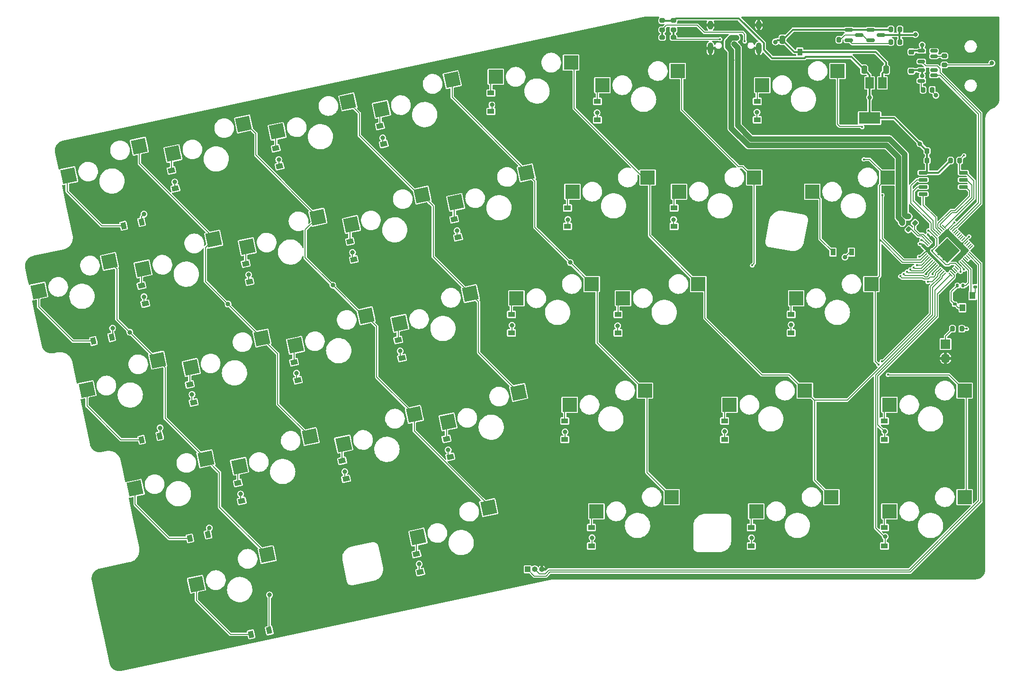
<source format=gbl>
G04 #@! TF.GenerationSoftware,KiCad,Pcbnew,(6.0.10)*
G04 #@! TF.CreationDate,2023-01-02T23:24:36+01:00*
G04 #@! TF.ProjectId,arisu,61726973-752e-46b6-9963-61645f706362,1.1*
G04 #@! TF.SameCoordinates,Original*
G04 #@! TF.FileFunction,Copper,L2,Bot*
G04 #@! TF.FilePolarity,Positive*
%FSLAX46Y46*%
G04 Gerber Fmt 4.6, Leading zero omitted, Abs format (unit mm)*
G04 Created by KiCad (PCBNEW (6.0.10)) date 2023-01-02 23:24:36*
%MOMM*%
%LPD*%
G01*
G04 APERTURE LIST*
G04 Aperture macros list*
%AMRoundRect*
0 Rectangle with rounded corners*
0 $1 Rounding radius*
0 $2 $3 $4 $5 $6 $7 $8 $9 X,Y pos of 4 corners*
0 Add a 4 corners polygon primitive as box body*
4,1,4,$2,$3,$4,$5,$6,$7,$8,$9,$2,$3,0*
0 Add four circle primitives for the rounded corners*
1,1,$1+$1,$2,$3*
1,1,$1+$1,$4,$5*
1,1,$1+$1,$6,$7*
1,1,$1+$1,$8,$9*
0 Add four rect primitives between the rounded corners*
20,1,$1+$1,$2,$3,$4,$5,0*
20,1,$1+$1,$4,$5,$6,$7,0*
20,1,$1+$1,$6,$7,$8,$9,0*
20,1,$1+$1,$8,$9,$2,$3,0*%
%AMRotRect*
0 Rectangle, with rotation*
0 The origin of the aperture is its center*
0 $1 length*
0 $2 width*
0 $3 Rotation angle, in degrees counterclockwise*
0 Add horizontal line*
21,1,$1,$2,0,0,$3*%
G04 Aperture macros list end*
G04 #@! TA.AperFunction,ComponentPad*
%ADD10C,0.800000*%
G04 #@! TD*
G04 #@! TA.AperFunction,SMDPad,CuDef*
%ADD11RotRect,2.550000X2.500000X12.000000*%
G04 #@! TD*
G04 #@! TA.AperFunction,SMDPad,CuDef*
%ADD12R,2.550000X2.500000*%
G04 #@! TD*
G04 #@! TA.AperFunction,ComponentPad*
%ADD13R,1.000000X1.000000*%
G04 #@! TD*
G04 #@! TA.AperFunction,ComponentPad*
%ADD14O,1.000000X1.000000*%
G04 #@! TD*
G04 #@! TA.AperFunction,ComponentPad*
%ADD15O,1.000000X1.600000*%
G04 #@! TD*
G04 #@! TA.AperFunction,ComponentPad*
%ADD16O,1.000000X2.100000*%
G04 #@! TD*
G04 #@! TA.AperFunction,ComponentPad*
%ADD17R,1.700000X1.700000*%
G04 #@! TD*
G04 #@! TA.AperFunction,ComponentPad*
%ADD18O,1.700000X1.700000*%
G04 #@! TD*
G04 #@! TA.AperFunction,SMDPad,CuDef*
%ADD19R,1.200000X0.900000*%
G04 #@! TD*
G04 #@! TA.AperFunction,SMDPad,CuDef*
%ADD20RoundRect,0.150000X0.512500X0.150000X-0.512500X0.150000X-0.512500X-0.150000X0.512500X-0.150000X0*%
G04 #@! TD*
G04 #@! TA.AperFunction,SMDPad,CuDef*
%ADD21RotRect,0.900000X1.200000X102.000000*%
G04 #@! TD*
G04 #@! TA.AperFunction,SMDPad,CuDef*
%ADD22RoundRect,0.150000X-0.587500X-0.150000X0.587500X-0.150000X0.587500X0.150000X-0.587500X0.150000X0*%
G04 #@! TD*
G04 #@! TA.AperFunction,SMDPad,CuDef*
%ADD23RoundRect,0.250000X0.250000X0.475000X-0.250000X0.475000X-0.250000X-0.475000X0.250000X-0.475000X0*%
G04 #@! TD*
G04 #@! TA.AperFunction,SMDPad,CuDef*
%ADD24RoundRect,0.200000X-0.335876X-0.053033X-0.053033X-0.335876X0.335876X0.053033X0.053033X0.335876X0*%
G04 #@! TD*
G04 #@! TA.AperFunction,SMDPad,CuDef*
%ADD25RoundRect,0.200000X-0.200000X-0.275000X0.200000X-0.275000X0.200000X0.275000X-0.200000X0.275000X0*%
G04 #@! TD*
G04 #@! TA.AperFunction,SMDPad,CuDef*
%ADD26RotRect,0.900000X1.200000X192.000000*%
G04 #@! TD*
G04 #@! TA.AperFunction,SMDPad,CuDef*
%ADD27R,0.900000X1.200000*%
G04 #@! TD*
G04 #@! TA.AperFunction,SMDPad,CuDef*
%ADD28RoundRect,0.135000X0.135000X0.185000X-0.135000X0.185000X-0.135000X-0.185000X0.135000X-0.185000X0*%
G04 #@! TD*
G04 #@! TA.AperFunction,SMDPad,CuDef*
%ADD29RoundRect,0.150000X0.650000X0.150000X-0.650000X0.150000X-0.650000X-0.150000X0.650000X-0.150000X0*%
G04 #@! TD*
G04 #@! TA.AperFunction,SMDPad,CuDef*
%ADD30RoundRect,0.200000X-0.275000X0.200000X-0.275000X-0.200000X0.275000X-0.200000X0.275000X0.200000X0*%
G04 #@! TD*
G04 #@! TA.AperFunction,SMDPad,CuDef*
%ADD31RoundRect,0.200000X0.200000X0.275000X-0.200000X0.275000X-0.200000X-0.275000X0.200000X-0.275000X0*%
G04 #@! TD*
G04 #@! TA.AperFunction,SMDPad,CuDef*
%ADD32RoundRect,0.225000X-0.250000X0.225000X-0.250000X-0.225000X0.250000X-0.225000X0.250000X0.225000X0*%
G04 #@! TD*
G04 #@! TA.AperFunction,SMDPad,CuDef*
%ADD33R,1.000000X1.300000*%
G04 #@! TD*
G04 #@! TA.AperFunction,SMDPad,CuDef*
%ADD34RoundRect,0.250000X-0.250000X-0.475000X0.250000X-0.475000X0.250000X0.475000X-0.250000X0.475000X0*%
G04 #@! TD*
G04 #@! TA.AperFunction,SMDPad,CuDef*
%ADD35RoundRect,0.225000X-0.225000X-0.250000X0.225000X-0.250000X0.225000X0.250000X-0.225000X0.250000X0*%
G04 #@! TD*
G04 #@! TA.AperFunction,SMDPad,CuDef*
%ADD36RoundRect,0.140000X0.170000X-0.140000X0.170000X0.140000X-0.170000X0.140000X-0.170000X-0.140000X0*%
G04 #@! TD*
G04 #@! TA.AperFunction,SMDPad,CuDef*
%ADD37RoundRect,0.050000X0.238649X0.309359X-0.309359X-0.238649X-0.238649X-0.309359X0.309359X0.238649X0*%
G04 #@! TD*
G04 #@! TA.AperFunction,SMDPad,CuDef*
%ADD38RoundRect,0.050000X-0.238649X0.309359X-0.309359X0.238649X0.238649X-0.309359X0.309359X-0.238649X0*%
G04 #@! TD*
G04 #@! TA.AperFunction,ComponentPad*
%ADD39C,0.600000*%
G04 #@! TD*
G04 #@! TA.AperFunction,CastellatedPad*
%ADD40C,0.600000*%
G04 #@! TD*
G04 #@! TA.AperFunction,SMDPad,CuDef*
%ADD41RoundRect,0.144000X0.000000X2.059095X-2.059095X0.000000X0.000000X-2.059095X2.059095X0.000000X0*%
G04 #@! TD*
G04 #@! TA.AperFunction,SMDPad,CuDef*
%ADD42R,1.500000X2.000000*%
G04 #@! TD*
G04 #@! TA.AperFunction,SMDPad,CuDef*
%ADD43R,3.800000X2.000000*%
G04 #@! TD*
G04 #@! TA.AperFunction,ViaPad*
%ADD44C,0.800000*%
G04 #@! TD*
G04 #@! TA.AperFunction,ViaPad*
%ADD45C,0.400000*%
G04 #@! TD*
G04 #@! TA.AperFunction,Conductor*
%ADD46C,0.200000*%
G04 #@! TD*
G04 #@! TA.AperFunction,Conductor*
%ADD47C,0.375000*%
G04 #@! TD*
G04 #@! TA.AperFunction,Conductor*
%ADD48C,1.000000*%
G04 #@! TD*
G04 #@! TA.AperFunction,Conductor*
%ADD49C,0.250000*%
G04 #@! TD*
G04 APERTURE END LIST*
D10*
X323026835Y-85783832D03*
X324509409Y-86746627D03*
X324249519Y-85523942D03*
D11*
X323743242Y-86316523D03*
D10*
X323286724Y-87006516D03*
X311824195Y-91998804D03*
X310601511Y-92258693D03*
X311564306Y-90776119D03*
D11*
X311115253Y-91597430D03*
D10*
X310341621Y-91036009D03*
D11*
X274593806Y-38336757D03*
D10*
X275359973Y-38766861D03*
X274137288Y-39026750D03*
X273877399Y-37804066D03*
X275100083Y-37544176D03*
X261192185Y-43056243D03*
X262414870Y-42796353D03*
X261452075Y-44278927D03*
X262674759Y-44019038D03*
D11*
X261965817Y-43617664D03*
D10*
X292770999Y-35066029D03*
X293733794Y-33583455D03*
X292511110Y-33843345D03*
X293993684Y-34806140D03*
D11*
X293227517Y-34376036D03*
D10*
X279825896Y-39095522D03*
X280085786Y-40318206D03*
X281308470Y-40058317D03*
D11*
X280599528Y-39656943D03*
D10*
X281048581Y-38835632D03*
X295774004Y-72100997D03*
D11*
X296490411Y-72633688D03*
D10*
X296033893Y-73323681D03*
X297256578Y-73063792D03*
X296996688Y-71841107D03*
X284571364Y-78315969D03*
X283088790Y-77353174D03*
D11*
X283862422Y-77914595D03*
D10*
X283348680Y-78575858D03*
X284311475Y-77093284D03*
X375154213Y-63570001D03*
X375154213Y-62320001D03*
X373904213Y-63570001D03*
D12*
X374494213Y-62990001D03*
D10*
X373904213Y-62320001D03*
X361654213Y-66070001D03*
X361654213Y-64820001D03*
X360404213Y-64820001D03*
X360404213Y-66070001D03*
D12*
X361044213Y-65530001D03*
D10*
X287241987Y-94668061D03*
X286019302Y-94927950D03*
X285759413Y-93705266D03*
D11*
X286475820Y-94237957D03*
D10*
X286982097Y-93445376D03*
D11*
X273847831Y-99518864D03*
D10*
X273334089Y-100180127D03*
X273074199Y-98957443D03*
X274556773Y-99920238D03*
X274296884Y-98697553D03*
D12*
X365454216Y-43940000D03*
D10*
X366114216Y-43270000D03*
X364864216Y-44520000D03*
X366114216Y-44520000D03*
X364864216Y-43270000D03*
D12*
X352004216Y-46480000D03*
D10*
X351364216Y-45770000D03*
X352614216Y-47020000D03*
X352614216Y-45770000D03*
X351364216Y-47020000D03*
X352424213Y-23969616D03*
X352424213Y-22719616D03*
D12*
X351764213Y-23389616D03*
D10*
X351174213Y-23969616D03*
X351174213Y-22719616D03*
X337674213Y-26469616D03*
D12*
X338314213Y-25929616D03*
D10*
X337674213Y-25219616D03*
X338924213Y-26469616D03*
X338924213Y-25219616D03*
X315630398Y-67880390D03*
X315890288Y-69103075D03*
X314667603Y-69362964D03*
D11*
X315124121Y-68672971D03*
D10*
X314407714Y-68140280D03*
X303205074Y-74355252D03*
X301982390Y-74615141D03*
D11*
X302496132Y-73953878D03*
D10*
X302945185Y-73132567D03*
X301722500Y-73392457D03*
X364379232Y-82620000D03*
X365629232Y-81370000D03*
X364379232Y-81370000D03*
D12*
X364969232Y-82040000D03*
D10*
X365629232Y-82620000D03*
D12*
X351519232Y-84580000D03*
D10*
X352129232Y-83870000D03*
X350879232Y-85120000D03*
X350879232Y-83870000D03*
X352129232Y-85120000D03*
X268781059Y-59640846D03*
X270003744Y-59380957D03*
X269743854Y-58158272D03*
X268521170Y-58418162D03*
D11*
X269237577Y-58950853D03*
X256609588Y-64231760D03*
D10*
X257058641Y-63410449D03*
X256095846Y-64893023D03*
X255835956Y-63670339D03*
X257318530Y-64633134D03*
X337787008Y-103399959D03*
X337527118Y-102177274D03*
X336304434Y-102437164D03*
X336564323Y-103659848D03*
D11*
X337020841Y-102969855D03*
X324392852Y-108250762D03*
D10*
X325101794Y-108652136D03*
X324841905Y-107429451D03*
X323619220Y-107689341D03*
X323879110Y-108912025D03*
X324422307Y-46536011D03*
X325644991Y-46276121D03*
D11*
X325138714Y-47068702D03*
D10*
X325904881Y-47498806D03*
X324682196Y-47758695D03*
D11*
X312510725Y-52349609D03*
D10*
X313219667Y-52750983D03*
X311737093Y-51788188D03*
X312959778Y-51528298D03*
X311996983Y-53010872D03*
X356104213Y-62320002D03*
X354854213Y-62320002D03*
D12*
X355444213Y-62990002D03*
D10*
X356104213Y-63570002D03*
X354854213Y-63570002D03*
X342604213Y-66070002D03*
X342604213Y-64820002D03*
X341354213Y-64820002D03*
D12*
X341994213Y-65530002D03*
D10*
X341354213Y-66070002D03*
X287154882Y-54457443D03*
X288377566Y-54197553D03*
D11*
X287871289Y-54990134D03*
D10*
X287414771Y-55680127D03*
X288637456Y-55420238D03*
D11*
X275243300Y-60271041D03*
D10*
X274729558Y-60932304D03*
X274469668Y-59709620D03*
X275692353Y-59449730D03*
X275952242Y-60672415D03*
X343056018Y-42575292D03*
X343315907Y-43797976D03*
X344278702Y-42315402D03*
X344538592Y-43538087D03*
D11*
X343772425Y-43107983D03*
D10*
X331853378Y-48790264D03*
X331593489Y-47567579D03*
X330630694Y-49050153D03*
X330370804Y-47827469D03*
D11*
X331144436Y-48388890D03*
D10*
X331001216Y-25662022D03*
D11*
X330494939Y-26454603D03*
D10*
X329778532Y-25921912D03*
X331261106Y-26884707D03*
X330038421Y-27144596D03*
D11*
X317866950Y-31735510D03*
D10*
X317353208Y-32396773D03*
X318316003Y-30914199D03*
X317093318Y-31174089D03*
X318575892Y-32136884D03*
X342883230Y-81563226D03*
X341920435Y-83045800D03*
X341660546Y-81823116D03*
D11*
X342376953Y-82355807D03*
D10*
X343143120Y-82785911D03*
X330457906Y-88038088D03*
X328975332Y-87075293D03*
X330198017Y-86815403D03*
X329235222Y-88297977D03*
D11*
X329748964Y-87636714D03*
D10*
X334264112Y-63919672D03*
D11*
X333757835Y-64712253D03*
D10*
X334524002Y-65142357D03*
X333041428Y-64179562D03*
X333301317Y-65402246D03*
D11*
X321129846Y-69993160D03*
D10*
X320616104Y-70654423D03*
X321578899Y-69171849D03*
X320356214Y-69431739D03*
X321838788Y-70394534D03*
X311144822Y-29882630D03*
X312627396Y-30845425D03*
X312367506Y-29622740D03*
X311404711Y-31105314D03*
D11*
X311861229Y-30415321D03*
D10*
X298719498Y-36357491D03*
D11*
X299233240Y-35696228D03*
D10*
X298459608Y-35134807D03*
X299682293Y-34874917D03*
X299942182Y-36097602D03*
X305788594Y-50496729D03*
X307271168Y-51459524D03*
D11*
X306505001Y-51029420D03*
D10*
X306048483Y-51719413D03*
X307011278Y-50236839D03*
X293363270Y-56971590D03*
X294585954Y-56711701D03*
X293103380Y-55748906D03*
X294326065Y-55489016D03*
D11*
X293877012Y-56310327D03*
D10*
X278362975Y-75801822D03*
X277140291Y-76061712D03*
X278622865Y-77024507D03*
D11*
X277856698Y-76594403D03*
D10*
X277400180Y-77284396D03*
D11*
X265228709Y-81875310D03*
D10*
X264455077Y-81313889D03*
X265937651Y-82276684D03*
X264714967Y-82536573D03*
X265677762Y-81053999D03*
X305615809Y-89484660D03*
X304393125Y-89744550D03*
D11*
X305109532Y-90277241D03*
D10*
X304653014Y-90967234D03*
X305875699Y-90707345D03*
D11*
X292481543Y-95558148D03*
D10*
X293190485Y-95959522D03*
X291707911Y-94996727D03*
X291967801Y-96219411D03*
X292930596Y-94736837D03*
X383914215Y-43270000D03*
X385164215Y-44520000D03*
X383914215Y-44520000D03*
D12*
X384504215Y-43940000D03*
D10*
X385164215Y-43270000D03*
X371664215Y-47020000D03*
X370414215Y-47020000D03*
D12*
X371054215Y-46480000D03*
D10*
X371664215Y-45770000D03*
X370414215Y-45770000D03*
X404860464Y-62320003D03*
D12*
X405450464Y-62990003D03*
D10*
X404860464Y-63570003D03*
X406110464Y-62320003D03*
X406110464Y-63570003D03*
D12*
X392000464Y-65530003D03*
D10*
X391360464Y-64820003D03*
X391360464Y-66070003D03*
X392610464Y-66070003D03*
X392610464Y-64820003D03*
X408984214Y-44520001D03*
X407734214Y-43270001D03*
X407734214Y-44520001D03*
D12*
X408324214Y-43940001D03*
D10*
X408984214Y-43270001D03*
X394234214Y-47020001D03*
X394234214Y-45770001D03*
X395484214Y-45770001D03*
X395484214Y-47020001D03*
D12*
X394874214Y-46480001D03*
D10*
X370224212Y-25470003D03*
X371474212Y-24220003D03*
X371474212Y-25470003D03*
X370224212Y-24220003D03*
D12*
X370814212Y-24890003D03*
D10*
X357974212Y-26720003D03*
X356724212Y-27970003D03*
X356724212Y-26720003D03*
D12*
X357364212Y-27430003D03*
D10*
X357974212Y-27970003D03*
X298190373Y-111816472D03*
X296707799Y-110853677D03*
X296967688Y-112076361D03*
D11*
X297424206Y-111386368D03*
D10*
X297930483Y-110593787D03*
X285505159Y-117068649D03*
D11*
X284796217Y-116667275D03*
D10*
X285245270Y-115845964D03*
X284282475Y-117328538D03*
X284022585Y-116105854D03*
X398966732Y-100420000D03*
D12*
X398306732Y-101090000D03*
D10*
X398966732Y-101670000D03*
X397716732Y-101670000D03*
X397716732Y-100420000D03*
X385466732Y-104170000D03*
X385466732Y-102920000D03*
X384216732Y-102920000D03*
D12*
X384856732Y-103630000D03*
D10*
X384216732Y-104170000D03*
X421529231Y-82619999D03*
X422779231Y-82619999D03*
X421529231Y-81369999D03*
D12*
X422119231Y-82039999D03*
D10*
X422779231Y-81369999D03*
D12*
X408669231Y-84579999D03*
D10*
X408029231Y-85119999D03*
X408029231Y-83869999D03*
X409279231Y-85119999D03*
X409279231Y-83869999D03*
X422779231Y-101670000D03*
X422779231Y-100420000D03*
D12*
X422119231Y-101090000D03*
D10*
X421529231Y-100420000D03*
X421529231Y-101670000D03*
D12*
X408669231Y-103630000D03*
D10*
X408029231Y-102920000D03*
X409279231Y-104170000D03*
X409279231Y-102920000D03*
X408029231Y-104170000D03*
D13*
X344000000Y-114000000D03*
D14*
X345270000Y-114000000D03*
X346540000Y-114000000D03*
D15*
X376680000Y-16680021D03*
D16*
X376680000Y-20860021D03*
X385320000Y-20860021D03*
D15*
X385320000Y-16680021D03*
D10*
X398799213Y-24220001D03*
D12*
X399389213Y-24890001D03*
D10*
X400049213Y-25470001D03*
X398799213Y-25470001D03*
X400049213Y-24220001D03*
X386549213Y-26720001D03*
X386549213Y-27970001D03*
X385299213Y-27970001D03*
X385299213Y-26720001D03*
D12*
X385939213Y-27430001D03*
D10*
X394204234Y-82619999D03*
X392954234Y-81369999D03*
X392954234Y-82619999D03*
D12*
X393544234Y-82039999D03*
D10*
X394204234Y-81369999D03*
X380704234Y-83869999D03*
X379454234Y-83869999D03*
X380704234Y-85119999D03*
D12*
X380094234Y-84579999D03*
D10*
X379454234Y-85119999D03*
X369141733Y-100420001D03*
X370391733Y-100420001D03*
D12*
X369731733Y-101090001D03*
D10*
X370391733Y-101670001D03*
X369141733Y-101670001D03*
X356891733Y-104170001D03*
X355641733Y-102920001D03*
D12*
X356281733Y-103630001D03*
D10*
X355641733Y-104170001D03*
X356891733Y-102920001D03*
D17*
X418689999Y-73725001D03*
D18*
X418689999Y-76265001D03*
D19*
X391110465Y-71720001D03*
X391110465Y-68420001D03*
D20*
X416637500Y-24749997D03*
X416637500Y-25699997D03*
X416637500Y-26649997D03*
X414362500Y-26649997D03*
X414362500Y-24749997D03*
D21*
X292897966Y-101797920D03*
X292211858Y-98570032D03*
D19*
X350629232Y-90770000D03*
X350629232Y-87470000D03*
D21*
X299649663Y-41936004D03*
X298963555Y-38708116D03*
D22*
X405299996Y-19399999D03*
X405299996Y-17499999D03*
X407174996Y-18449999D03*
D19*
X355391731Y-109819999D03*
X355391731Y-106519999D03*
D22*
X401399998Y-19399999D03*
X401399998Y-17499999D03*
X403274998Y-18449999D03*
D23*
X408054214Y-24675000D03*
X406154214Y-24675000D03*
D21*
X294293432Y-62550100D03*
X293607324Y-59322212D03*
D19*
X385049213Y-33620002D03*
X385049213Y-30320002D03*
X407779232Y-90770000D03*
X407779232Y-87470000D03*
D21*
X275659723Y-66510819D03*
X274973615Y-63282931D03*
D24*
X412052675Y-50901203D03*
X413219401Y-52067929D03*
D25*
X414675000Y-28250000D03*
X416325000Y-28250000D03*
D26*
X286860604Y-107783969D03*
X283632716Y-108470077D03*
D25*
X408912497Y-17450001D03*
X410562497Y-17450001D03*
D27*
X392650000Y-21500000D03*
X389350000Y-21500000D03*
D21*
X311531677Y-97837204D03*
X310845569Y-94609316D03*
D19*
X370164214Y-52670001D03*
X370164214Y-49370001D03*
D28*
X421837211Y-63271573D03*
X420817211Y-63271573D03*
D29*
X421892891Y-43074187D03*
X421892891Y-44344187D03*
X421892891Y-45614187D03*
X421892891Y-46884187D03*
X414692891Y-46884187D03*
X414692891Y-45614187D03*
X414692891Y-44344187D03*
X414692891Y-43074187D03*
D19*
X379204232Y-90770000D03*
X379204232Y-87470000D03*
D30*
X368070711Y-18879289D03*
X368070711Y-20529289D03*
D31*
X421600000Y-71000000D03*
X419950000Y-71000000D03*
D32*
X412600000Y-21475004D03*
X412600000Y-23025004D03*
D21*
X321546266Y-76232934D03*
X320860158Y-73005046D03*
D19*
X337424213Y-32119617D03*
X337424213Y-28819617D03*
D23*
X404154214Y-24675001D03*
X402254214Y-24675001D03*
D24*
X410921303Y-52032576D03*
X412088029Y-53199302D03*
D30*
X368070710Y-15879289D03*
X368070710Y-17529289D03*
D26*
X297808990Y-124932380D03*
X294581102Y-125618488D03*
D21*
X302912555Y-80193654D03*
X302226447Y-76965766D03*
X330165387Y-93876487D03*
X329479279Y-90648599D03*
D19*
X351114214Y-52670004D03*
X351114214Y-49370004D03*
D21*
X318283373Y-37975284D03*
X317597265Y-34747396D03*
X331560859Y-54628665D03*
X330874751Y-51400777D03*
D26*
X274978590Y-51882769D03*
X271750702Y-52568877D03*
D33*
X423500000Y-65000000D03*
X423500000Y-67200000D03*
X421700000Y-67200000D03*
X421700000Y-65000000D03*
D19*
X360154212Y-71720001D03*
X360154212Y-68420001D03*
X407779232Y-109819999D03*
X407779232Y-106519999D03*
D32*
X412600000Y-24925000D03*
X412600000Y-26475000D03*
D21*
X284278842Y-84154372D03*
X283592734Y-80926484D03*
D25*
X398012499Y-19300000D03*
X399662499Y-19300000D03*
D34*
X389550000Y-19300000D03*
X391450000Y-19300000D03*
D35*
X415396571Y-40877965D03*
X416946571Y-40877965D03*
D21*
X324809275Y-114490539D03*
X324123167Y-111262651D03*
D20*
X416637500Y-21300000D03*
X416637500Y-22250000D03*
X416637500Y-23200000D03*
X414362500Y-23200000D03*
X414362500Y-21300000D03*
D36*
X424000000Y-63480000D03*
X424000000Y-62520000D03*
D30*
X418500000Y-22175000D03*
X418500000Y-23825000D03*
D19*
X341104212Y-71720003D03*
X341104212Y-68420003D03*
D37*
X419592202Y-52730843D03*
X419875045Y-53013686D03*
X420157887Y-53296528D03*
X420440730Y-53579371D03*
X420723573Y-53862214D03*
X421006415Y-54145056D03*
X421289258Y-54427899D03*
X421572101Y-54710742D03*
X421854944Y-54993585D03*
X422137786Y-55276427D03*
X422420629Y-55559270D03*
X422703472Y-55842113D03*
X422986314Y-56124955D03*
X423269157Y-56407798D03*
D38*
X423269157Y-57592202D03*
X422986314Y-57875045D03*
X422703472Y-58157887D03*
X422420629Y-58440730D03*
X422137786Y-58723573D03*
X421854944Y-59006415D03*
X421572101Y-59289258D03*
X421289258Y-59572101D03*
X421006415Y-59854944D03*
X420723573Y-60137786D03*
X420440730Y-60420629D03*
X420157887Y-60703472D03*
X419875045Y-60986314D03*
X419592202Y-61269157D03*
D37*
X418407798Y-61269157D03*
X418124955Y-60986314D03*
X417842113Y-60703472D03*
X417559270Y-60420629D03*
X417276427Y-60137786D03*
X416993585Y-59854944D03*
X416710742Y-59572101D03*
X416427899Y-59289258D03*
X416145056Y-59006415D03*
X415862214Y-58723573D03*
X415579371Y-58440730D03*
X415296528Y-58157887D03*
X415013686Y-57875045D03*
X414730843Y-57592202D03*
D38*
X414730843Y-56407798D03*
X415013686Y-56124955D03*
X415296528Y-55842113D03*
X415579371Y-55559270D03*
X415862214Y-55276427D03*
X416145056Y-54993585D03*
X416427899Y-54710742D03*
X416710742Y-54427899D03*
X416993585Y-54145056D03*
X417276427Y-53862214D03*
X417559270Y-53579371D03*
X417842113Y-53296528D03*
X418124955Y-53013686D03*
X418407798Y-52730843D03*
D39*
X420803122Y-57000000D03*
D40*
X417196878Y-57000000D03*
D41*
X419000000Y-57000000D03*
D39*
X419901561Y-56098439D03*
X419901561Y-57901561D03*
X418098439Y-57901561D03*
X419000000Y-55196878D03*
X418098439Y-56098439D03*
X419000000Y-57000000D03*
X419000000Y-58803122D03*
D25*
X408912500Y-19699999D03*
X410562500Y-19699999D03*
D19*
X356474213Y-33620000D03*
X356474213Y-30320000D03*
D25*
X419589213Y-40877968D03*
X421239213Y-40877968D03*
D42*
X402804214Y-27024999D03*
X405104214Y-27024999D03*
D43*
X405104214Y-33324999D03*
D42*
X407404214Y-27024999D03*
D30*
X370070712Y-15879291D03*
X370070712Y-17529291D03*
D36*
X420337257Y-66580001D03*
X420337257Y-65620001D03*
D30*
X370070710Y-18879289D03*
X370070710Y-20529289D03*
D27*
X401884214Y-57270001D03*
X398584214Y-57270001D03*
D26*
X278241482Y-90140415D03*
X275013594Y-90826523D03*
D21*
X312927146Y-58589385D03*
X312241038Y-55361497D03*
X281015949Y-45896721D03*
X280329841Y-42668833D03*
D35*
X415396571Y-39180908D03*
X416946571Y-39180908D03*
D26*
X269622361Y-72496865D03*
X266394473Y-73182973D03*
D19*
X383966732Y-109820001D03*
X383966732Y-106520001D03*
D44*
X388300000Y-19700000D03*
D45*
X415638867Y-53440505D03*
X414394966Y-55105034D03*
X416321657Y-56991338D03*
X421382932Y-60782932D03*
D44*
X269789999Y-70900001D03*
X312704212Y-57350002D03*
X275404213Y-65250001D03*
X370104213Y-51450000D03*
D45*
X413600000Y-59600000D03*
D44*
X294104212Y-61350002D03*
X351204213Y-51450000D03*
X400700000Y-58200000D03*
X331404212Y-53450003D03*
X360104213Y-70450003D03*
X278289999Y-88700001D03*
D45*
X415500000Y-62611279D03*
D44*
X284004212Y-82750003D03*
X341204212Y-70350004D03*
X391104213Y-70250001D03*
X302704213Y-78950000D03*
X321204213Y-74950002D03*
X292704212Y-100550003D03*
X350704213Y-89450002D03*
X311304211Y-96550002D03*
X407804212Y-89350004D03*
X329804213Y-92650001D03*
X379204212Y-89350001D03*
X287089999Y-106600001D03*
X407904213Y-108150003D03*
X324604211Y-113050003D03*
X384004212Y-108349999D03*
X355504213Y-108350001D03*
X297872107Y-118582109D03*
X385004212Y-32250003D03*
X337604212Y-30950001D03*
X275389999Y-50500001D03*
D45*
X407399500Y-47100000D03*
D44*
X299504212Y-40750002D03*
X280904212Y-44750001D03*
X318104214Y-36849999D03*
X356404211Y-32349999D03*
X381463500Y-22966447D03*
X380900000Y-20100000D03*
X380536500Y-22966447D03*
X381327000Y-18973000D03*
D45*
X422000000Y-40000000D03*
X422500000Y-71000000D03*
X406700000Y-77400000D03*
X403800000Y-34900000D03*
X408400000Y-79200000D03*
X404100000Y-40700000D03*
X384146800Y-59653200D03*
X413000000Y-60000000D03*
D44*
X351602108Y-59147892D03*
D45*
X412400000Y-60400000D03*
X407331114Y-76831114D03*
D44*
X309161913Y-63207700D03*
D45*
X411800000Y-60800000D03*
D44*
X290442369Y-66585647D03*
D45*
X411200000Y-61200000D03*
D44*
X272858654Y-71596362D03*
D45*
X410600000Y-61600000D03*
D44*
X405500000Y-23500000D03*
X420979900Y-47949033D03*
D45*
X417750000Y-26750000D03*
X415500000Y-26750000D03*
D44*
X403000000Y-28800000D03*
X419929151Y-47597631D03*
X404800000Y-35950000D03*
D45*
X417750000Y-23000000D03*
D44*
X419250000Y-21250000D03*
X406700000Y-23500000D03*
D45*
X423400000Y-59700000D03*
X425100000Y-58600000D03*
D44*
X401300000Y-26100000D03*
D45*
X422600000Y-63900000D03*
X422600000Y-66100000D03*
D44*
X416703437Y-41909331D03*
D45*
X420200000Y-62600000D03*
D44*
X388200000Y-21800000D03*
X401500000Y-23200000D03*
X397000000Y-19500000D03*
X418303436Y-39309331D03*
X393500000Y-18500000D03*
X403400000Y-35950000D03*
X417103437Y-37909330D03*
X403400000Y-39300000D03*
X417000000Y-19250000D03*
X404800000Y-39300000D03*
D45*
X424000000Y-61000000D03*
D44*
X421500000Y-19250000D03*
D45*
X422084928Y-61184928D03*
D44*
X390500000Y-21800000D03*
D45*
X415500000Y-23250000D03*
D44*
X420131371Y-46534820D03*
D45*
X415211779Y-61211779D03*
D44*
X393500000Y-20000000D03*
D45*
X420300000Y-52000000D03*
X414100000Y-55800000D03*
D44*
X420100000Y-54700000D03*
D45*
X422900000Y-54500000D03*
X416400000Y-61200500D03*
D44*
X405104213Y-29604213D03*
X419000000Y-60300000D03*
D45*
X415547052Y-54152948D03*
X414000000Y-58100000D03*
D44*
X414100000Y-37900000D03*
X414500000Y-25750000D03*
D45*
X421996171Y-60419591D03*
D44*
X414500000Y-20250000D03*
X413304213Y-18350001D03*
X417000000Y-29250000D03*
X427000000Y-23500000D03*
D45*
X382800000Y-19600000D03*
X378400000Y-19200000D03*
D46*
X420337259Y-66579999D02*
X419727261Y-65970001D01*
X420957258Y-67200001D02*
X421700001Y-67200003D01*
X419727262Y-64391523D02*
X420847209Y-63271575D01*
X420337259Y-66579999D02*
X420957258Y-67200001D01*
X419727261Y-65970001D02*
X419727262Y-64391523D01*
D47*
X408054214Y-24675000D02*
X408054214Y-23354214D01*
X388600000Y-19400000D02*
X388300000Y-19700000D01*
X406200000Y-21500000D02*
X391650000Y-21500000D01*
X391650000Y-21500000D02*
X389550000Y-19400000D01*
X408054214Y-23354214D02*
X406200000Y-21500000D01*
X389550000Y-19400000D02*
X388600000Y-19400000D01*
X407404214Y-25325000D02*
X408054212Y-24675000D01*
X389550000Y-19400000D02*
X391450000Y-17500000D01*
X391450000Y-17500000D02*
X408912501Y-17500000D01*
X407404214Y-27025000D02*
X407404214Y-25325000D01*
D46*
X415638867Y-53440505D02*
X415723346Y-53440505D01*
X420451472Y-59300000D02*
X421382932Y-60231460D01*
X416321657Y-57150086D02*
X418742284Y-59570713D01*
X417147804Y-56165191D02*
X416321657Y-56991338D01*
X414394966Y-55105034D02*
X414559447Y-55105034D01*
X415723346Y-53440505D02*
X417147804Y-54864963D01*
X416321657Y-56991338D02*
X416321657Y-57150086D01*
X419528429Y-59300000D02*
X420451472Y-59300000D01*
X419257716Y-59570713D02*
X419528429Y-59300000D01*
X421382932Y-60231460D02*
X421382932Y-60782932D01*
X414559447Y-55105034D02*
X415296527Y-55842114D01*
X417147804Y-54864963D02*
X417147804Y-56165191D01*
X418742284Y-59570713D02*
X419257716Y-59570713D01*
X423228427Y-64728427D02*
X423228427Y-60379900D01*
X423228427Y-60379900D02*
X421854942Y-59006415D01*
X424000000Y-64500000D02*
X424000000Y-63480000D01*
X423500000Y-65000000D02*
X424000000Y-64500000D01*
X423500000Y-65000000D02*
X423228427Y-64728427D01*
X312704213Y-58366451D02*
X312927147Y-58589383D01*
X294104212Y-62360882D02*
X294293435Y-62550100D01*
X331404214Y-54472019D02*
X331560857Y-54628664D01*
X312704212Y-57350002D02*
X312704213Y-58366451D01*
X269789999Y-72329227D02*
X269622361Y-72496865D01*
X275404213Y-65250001D02*
X275404214Y-66255312D01*
X401884214Y-57270001D02*
X401629999Y-57270001D01*
X269789999Y-70900001D02*
X269789999Y-72329227D01*
X294104212Y-61350002D02*
X294104212Y-62360882D01*
X414420101Y-59600000D02*
X413600000Y-59600000D01*
X351204213Y-51450000D02*
X351204213Y-52580000D01*
X401629999Y-57270001D02*
X400700000Y-58200000D01*
X275404214Y-66255312D02*
X275659722Y-66510818D01*
X370104212Y-52610002D02*
X370164213Y-52670004D01*
X370104213Y-51450000D02*
X370104212Y-52610002D01*
X351204213Y-52580000D02*
X351114212Y-52670000D01*
X415579371Y-58440730D02*
X414420101Y-59600000D01*
X331404212Y-53450003D02*
X331404214Y-54472019D01*
X321204213Y-74950002D02*
X321204213Y-75890882D01*
X417842113Y-60703472D02*
X417300000Y-61245585D01*
X302704213Y-78950000D02*
X302704213Y-79985310D01*
X416262014Y-62611279D02*
X415500000Y-62611279D01*
X417300000Y-61245585D02*
X417300000Y-61573293D01*
X302704213Y-79985310D02*
X302912555Y-80193654D01*
X278289999Y-88700001D02*
X278289999Y-90091898D01*
X321204213Y-75890882D02*
X321546267Y-76232935D01*
X360104212Y-71670003D02*
X360154212Y-71720002D01*
X341204212Y-70350004D02*
X341204214Y-71620000D01*
X284004214Y-83879739D02*
X284278843Y-84154370D01*
X278289999Y-90091898D02*
X278241482Y-90140415D01*
X341204214Y-71620000D02*
X341104213Y-71720000D01*
X391104214Y-71713751D02*
X391110465Y-71720002D01*
X284004212Y-82750003D02*
X284004214Y-83879739D01*
X391104213Y-70250001D02*
X391104214Y-71713751D01*
X417300000Y-61573293D02*
X416262014Y-62611279D01*
X360104213Y-70450003D02*
X360104212Y-71670003D01*
X417200000Y-68799998D02*
X406600000Y-79400000D01*
X329804211Y-93515314D02*
X330165387Y-93876490D01*
X379204212Y-89350001D02*
X379204213Y-90769981D01*
X350704213Y-90695017D02*
X350629233Y-90770000D01*
X406600000Y-88145792D02*
X407804212Y-89350004D01*
X286860604Y-107783969D02*
X286860604Y-106829396D01*
X379204213Y-90769981D02*
X379204231Y-90770000D01*
X407804214Y-90745020D02*
X407779233Y-90769999D01*
X292704212Y-100550003D02*
X292704212Y-101604170D01*
X286860604Y-106829396D02*
X287089999Y-106600001D01*
X292704212Y-101604170D02*
X292897965Y-101797924D01*
X419875045Y-60986314D02*
X420251561Y-61362832D01*
X329804213Y-92650001D02*
X329804211Y-93515314D01*
X311304215Y-97609743D02*
X311531676Y-97837207D01*
X420251561Y-61362832D02*
X420251561Y-61748439D01*
X311304211Y-96550002D02*
X311304215Y-97609743D01*
X420251561Y-61748439D02*
X417200000Y-64800001D01*
X407804212Y-89350004D02*
X407804214Y-90745020D01*
X417200000Y-64800001D02*
X417200000Y-68799998D01*
X350704213Y-89450002D02*
X350704213Y-90695017D01*
X406600000Y-79400000D02*
X406600000Y-88145792D01*
X355504214Y-109707518D02*
X355391731Y-109820002D01*
X406200000Y-106590767D02*
X407759236Y-108150003D01*
X416800000Y-68634313D02*
X406200000Y-79234314D01*
X407759236Y-108150003D02*
X407904213Y-108150003D01*
X407904213Y-108150003D02*
X407904214Y-109695019D01*
X297808990Y-124932380D02*
X297808990Y-118645226D01*
X406200000Y-79234314D02*
X406200000Y-106590767D01*
X419592202Y-61269157D02*
X416800000Y-64061359D01*
X355504213Y-108350001D02*
X355504214Y-109707518D01*
X407759233Y-108150000D02*
X407904213Y-108150003D01*
X407904214Y-109695019D02*
X407779231Y-109819999D01*
X324604211Y-113050003D02*
X324604213Y-114285475D01*
X297808990Y-118645226D02*
X297872107Y-118582109D01*
X416800000Y-64061359D02*
X416800000Y-68634313D01*
X384004215Y-109782518D02*
X383966731Y-109820000D01*
X384004212Y-108349999D02*
X384004215Y-109782518D01*
X324604213Y-114285475D02*
X324809275Y-114490538D01*
X274978590Y-51882769D02*
X274978590Y-50911410D01*
X356404211Y-32349999D02*
X356404212Y-33550004D01*
X280904213Y-45784981D02*
X281015951Y-45896717D01*
X385004213Y-33575004D02*
X385049214Y-33620002D01*
X280904212Y-44750001D02*
X280904213Y-45784981D01*
X414188731Y-58700000D02*
X415013686Y-57875045D01*
X407399500Y-47100000D02*
X407399500Y-54899500D01*
X385004212Y-32250003D02*
X385004213Y-33575004D01*
X337604213Y-31939618D02*
X337424214Y-32119617D01*
X411200000Y-58700000D02*
X414188731Y-58700000D01*
X318104214Y-37050002D02*
X318104213Y-37796124D01*
X318104213Y-37796124D02*
X318283373Y-37975284D01*
X337604212Y-30950001D02*
X337604213Y-31939618D01*
X299504212Y-40750002D02*
X299504213Y-41790556D01*
X407399500Y-54899500D02*
X411200000Y-58700000D01*
X356404212Y-33550004D02*
X356474213Y-33620002D01*
X274978590Y-50911410D02*
X275389999Y-50500001D01*
X299504213Y-41790556D02*
X299649662Y-41936003D01*
D48*
X381563500Y-20763500D02*
X381563500Y-34666590D01*
X411425716Y-39831898D02*
X411425716Y-50608706D01*
X383969910Y-37073000D02*
X408666818Y-37073000D01*
X381563500Y-34666590D02*
X383969910Y-37073000D01*
X380900000Y-20100000D02*
X381563500Y-20763500D01*
X411753568Y-50936558D02*
X412088030Y-50936558D01*
X408666818Y-37073000D02*
X411425716Y-39831898D01*
X411425716Y-50608706D02*
X411753568Y-50936558D01*
X410298716Y-40298716D02*
X410298716Y-51075526D01*
X380436500Y-35133408D02*
X383503092Y-38200000D01*
X383503092Y-38200000D02*
X408200000Y-38200000D01*
X408200000Y-38200000D02*
X410298716Y-40298716D01*
X410956658Y-51733468D02*
X410956658Y-52067931D01*
X381327000Y-18973000D02*
X380433182Y-18973000D01*
X379773000Y-20566818D02*
X380436500Y-21230318D01*
X380436500Y-21230318D02*
X380436500Y-35133408D01*
X380433182Y-18973000D02*
X379773000Y-19633182D01*
X379773000Y-19633182D02*
X379773000Y-20566818D01*
X410298716Y-51075526D02*
X410956658Y-51733468D01*
D46*
X420000000Y-71000000D02*
X418689999Y-72310001D01*
X418689999Y-72310001D02*
X418689999Y-73725001D01*
X422327589Y-43074184D02*
X423791895Y-44538491D01*
X421189212Y-43067181D02*
X421196218Y-43074186D01*
X421189213Y-40810787D02*
X421189213Y-40877968D01*
X423792394Y-45104675D02*
X423792394Y-47650274D01*
X423791895Y-44538491D02*
X423791895Y-45104177D01*
X423792394Y-47650274D02*
X418559812Y-52882856D01*
X421189213Y-40595124D02*
X421189212Y-43067181D01*
X423791895Y-45104177D02*
X423792394Y-45104675D01*
X422500000Y-71000000D02*
X421550000Y-71000000D01*
X418559812Y-52882856D02*
X418407798Y-52730842D01*
X421196218Y-43074186D02*
X422327589Y-43074184D01*
X422000000Y-40000000D02*
X421189213Y-40810787D01*
X422328428Y-63271573D02*
X421807211Y-63271573D01*
X421572805Y-59289258D02*
X422828427Y-60544880D01*
X422828427Y-62771574D02*
X422328428Y-63271573D01*
X422828427Y-60544880D02*
X422828427Y-62771574D01*
X421572099Y-59289258D02*
X421572805Y-59289258D01*
X425000000Y-48572793D02*
X420672793Y-52900000D01*
X417750000Y-25184314D02*
X425000000Y-32434314D01*
X417750000Y-24500000D02*
X417750000Y-25184314D01*
X417250000Y-24000000D02*
X417750000Y-24500000D01*
X420672793Y-52900000D02*
X420554417Y-52900000D01*
X425000000Y-32434314D02*
X425000000Y-48572793D01*
X420554417Y-52900000D02*
X420157887Y-53296528D01*
X414362500Y-23200000D02*
X415162500Y-24000000D01*
X415162500Y-24000000D02*
X417250000Y-24000000D01*
X420388731Y-52500000D02*
X420507107Y-52500000D01*
X424600000Y-32600000D02*
X424600000Y-48407107D01*
X416637500Y-25699997D02*
X417699997Y-25699997D01*
X417699997Y-25699997D02*
X424500000Y-32500000D01*
X420507107Y-52500000D02*
X424600000Y-48407107D01*
X424500000Y-32500000D02*
X424600000Y-32600000D01*
X419875045Y-53013686D02*
X420388731Y-52500000D01*
X423392394Y-47484588D02*
X420636996Y-50239986D01*
X420636996Y-50239986D02*
X419855675Y-50239986D01*
X419855675Y-50239986D02*
X417748437Y-52347222D01*
X422466218Y-44344185D02*
X423392394Y-45270359D01*
X421892891Y-44344187D02*
X422466218Y-44344185D01*
X417748437Y-52347222D02*
X417748438Y-52637170D01*
X423392394Y-45270359D02*
X423392394Y-47484588D01*
X417748438Y-52637170D02*
X418124956Y-53013685D01*
X417348437Y-52802854D02*
X417348438Y-52181535D01*
X417842112Y-53296529D02*
X417348437Y-52802854D01*
X417348438Y-52181535D02*
X419690986Y-49838986D01*
X419690986Y-49838986D02*
X420387997Y-49838986D01*
X422992891Y-47234091D02*
X422992891Y-46285072D01*
X422322003Y-45614184D02*
X421892893Y-45614184D01*
X420387997Y-49838986D02*
X422992891Y-47234091D01*
X422992891Y-46285072D02*
X422322003Y-45614184D01*
X414692892Y-46884186D02*
X414692892Y-48834572D01*
X414692892Y-48834572D02*
X416948436Y-51090117D01*
X416948436Y-51090117D02*
X416948436Y-52968539D01*
X416948436Y-52968539D02*
X417559269Y-53579370D01*
X412918882Y-46393397D02*
X413698094Y-45614184D01*
X416502051Y-53087838D02*
X416502051Y-51643731D01*
X413698094Y-45614184D02*
X414975736Y-45614184D01*
X416502051Y-51643731D02*
X412918882Y-48060562D01*
X417276427Y-53862213D02*
X416502051Y-53087838D01*
X412918882Y-48060562D02*
X412918882Y-46393397D01*
X416102051Y-53253526D02*
X416993583Y-54145058D01*
X413553880Y-44344185D02*
X412500000Y-45398065D01*
X414692891Y-44344185D02*
X413553880Y-44344185D01*
X412500000Y-48505894D02*
X416102051Y-52107945D01*
X416102051Y-52107945D02*
X416102051Y-53253526D01*
X412500000Y-45398065D02*
X412500000Y-48505894D01*
X406900000Y-55300000D02*
X406900000Y-55000000D01*
X408447490Y-79247490D02*
X408400000Y-79200000D01*
X399389213Y-34389213D02*
X399389213Y-24890001D01*
X406110464Y-76810464D02*
X406110464Y-63570003D01*
X419326725Y-79247489D02*
X422119232Y-82040000D01*
X410052510Y-79247490D02*
X408447490Y-79247490D01*
X407200000Y-55300000D02*
X406900000Y-55300000D01*
X422404213Y-100805020D02*
X422119232Y-101090000D01*
X399800000Y-34800000D02*
X399389213Y-34389213D01*
X406900000Y-45364215D02*
X408324214Y-43940001D01*
X422404212Y-82324980D02*
X422404213Y-100805020D01*
X403800000Y-34900000D02*
X403700000Y-34800000D01*
X415296528Y-58157887D02*
X414354415Y-59100000D01*
X406900000Y-55000000D02*
X407200000Y-55300000D01*
X406900000Y-61540467D02*
X406900000Y-55300000D01*
X422119232Y-82040000D02*
X422404212Y-82324980D01*
X405450464Y-62990003D02*
X406900000Y-61540467D01*
X403700000Y-34800000D02*
X399800000Y-34800000D01*
X406900000Y-55000000D02*
X406900000Y-45364215D01*
X410052510Y-79247490D02*
X419326725Y-79247489D01*
X414354415Y-59100000D02*
X411000000Y-59100000D01*
X407734214Y-43270001D02*
X405164213Y-40700000D01*
X407200000Y-55300000D02*
X411000000Y-59100000D01*
X406700000Y-77400000D02*
X406110464Y-76810464D01*
X405164213Y-40700000D02*
X404100000Y-40700000D01*
X384504215Y-59295785D02*
X384504215Y-43940000D01*
X384504213Y-43940001D02*
X384374214Y-43940003D01*
X414385787Y-60200000D02*
X415862214Y-58723573D01*
X413000000Y-60000000D02*
X413200000Y-60200000D01*
X371541219Y-25617009D02*
X370814215Y-24890001D01*
X384146800Y-59653200D02*
X384504215Y-59295785D01*
X382444212Y-42010002D02*
X381704211Y-42010001D01*
X381704211Y-42010001D02*
X371541220Y-31847006D01*
X371541220Y-31847006D02*
X371541219Y-25617009D01*
X413200000Y-60200000D02*
X414385787Y-60200000D01*
X384374214Y-43940003D02*
X382444212Y-42010002D01*
X352304212Y-23929617D02*
X352304214Y-31550001D01*
X398306733Y-101090000D02*
X395304214Y-98087480D01*
X395252116Y-83747884D02*
X401120744Y-83747884D01*
X418100000Y-61904664D02*
X418100000Y-61576955D01*
X375689999Y-69067894D02*
X375689999Y-64185787D01*
X352304214Y-31550001D02*
X364694212Y-43940002D01*
X364694212Y-43940002D02*
X365454213Y-43940001D01*
X365804212Y-54300000D02*
X365804214Y-44290001D01*
X390754233Y-79250003D02*
X385872108Y-79250003D01*
X418100000Y-61576955D02*
X418407798Y-61269157D01*
X416400000Y-63604665D02*
X418100000Y-61904664D01*
X401120744Y-83747884D02*
X416400000Y-68468627D01*
X416400000Y-68468627D02*
X416400000Y-63604665D01*
X385872108Y-79250003D02*
X375689999Y-69067894D01*
X365804214Y-44290001D02*
X365454213Y-43940001D01*
X375689999Y-64185787D02*
X365804212Y-54300000D01*
X395252116Y-83747884D02*
X390754233Y-79250003D01*
X395304212Y-83799980D02*
X395252116Y-83747884D01*
X351764212Y-23389615D02*
X352304212Y-23929617D01*
X395304214Y-98087480D02*
X395304212Y-83799980D01*
X345304213Y-44639771D02*
X343772425Y-43107984D01*
X365304213Y-96662479D02*
X369731730Y-101089999D01*
X356404213Y-73474982D02*
X365304213Y-82374980D01*
X414551471Y-60600000D02*
X416145056Y-59006415D01*
X343772425Y-43107984D02*
X343772425Y-42818213D01*
X351602108Y-59147892D02*
X351602102Y-59147892D01*
X351602102Y-59147892D02*
X345304213Y-52850003D01*
X351602108Y-59147892D02*
X351602108Y-59147898D01*
X355444212Y-62990002D02*
X356404215Y-63950000D01*
X356404215Y-63950000D02*
X356404213Y-73474982D01*
X412400000Y-60400000D02*
X412600000Y-60600000D01*
X365304213Y-82374980D02*
X365304213Y-96662479D01*
X330494940Y-29540731D02*
X330494941Y-26454600D01*
X351602108Y-59147898D02*
X355444212Y-62990002D01*
X412600000Y-60600000D02*
X414551471Y-60600000D01*
X343772425Y-42818213D02*
X330494940Y-29540731D01*
X345304213Y-52850003D02*
X345304213Y-44639771D01*
X327104212Y-58058634D02*
X333757834Y-64712254D01*
X313904213Y-36404213D02*
X324568702Y-47068702D01*
X324568702Y-47068702D02*
X325138714Y-47068702D01*
X311861228Y-30415321D02*
X313904213Y-32458302D01*
X417700000Y-61411269D02*
X418124955Y-60986314D01*
X417700000Y-61738979D02*
X417700000Y-61411269D01*
X335204213Y-75183065D02*
X342376957Y-82355804D01*
X407471828Y-76831114D02*
X416000000Y-68302942D01*
X407331114Y-76831114D02*
X407471828Y-76831114D01*
X416000000Y-68302942D02*
X416000000Y-63438979D01*
X333757834Y-64712254D02*
X335204214Y-66158630D01*
X335204214Y-66158630D02*
X335204213Y-75183065D01*
X325138713Y-47068700D02*
X327104213Y-49034201D01*
X416000000Y-63438979D02*
X417700000Y-61738979D01*
X327104213Y-49034201D02*
X327104212Y-58058634D01*
X313904213Y-32458302D02*
X313904213Y-36404213D01*
X315124121Y-68672972D02*
X314627182Y-68672971D01*
X314627182Y-68672971D02*
X309161913Y-63207700D01*
X295404214Y-39928629D02*
X295404214Y-36050002D01*
X317004213Y-70553064D02*
X315124121Y-68672972D01*
X306505001Y-51029419D02*
X295404214Y-39928629D01*
X323743243Y-86316523D02*
X317004214Y-79577494D01*
X293730249Y-34376038D02*
X293227518Y-34376036D01*
X309161913Y-63207700D02*
X304232876Y-58278664D01*
X304232876Y-58278664D02*
X304232877Y-53301545D01*
X414717157Y-61000000D02*
X416427899Y-59289258D01*
X323743243Y-89289031D02*
X323743243Y-86316523D01*
X337020842Y-102566630D02*
X323743243Y-89289031D01*
X295404214Y-36050002D02*
X293730249Y-34376038D01*
X317004214Y-79577494D02*
X317004213Y-70553064D01*
X337020844Y-102969854D02*
X337020842Y-102566630D01*
X411800000Y-60800000D02*
X412000000Y-61000000D01*
X412000000Y-61000000D02*
X414717157Y-61000000D01*
X304232877Y-53301545D02*
X306505001Y-51029419D01*
X415418886Y-61711779D02*
X415711779Y-61418886D01*
X415711779Y-61418886D02*
X415711779Y-61136750D01*
X299304212Y-84471921D02*
X305109532Y-90277241D01*
X415711779Y-61136750D02*
X416993585Y-59854944D01*
X411200000Y-61200000D02*
X411500000Y-61500000D01*
X296490409Y-72633688D02*
X299304213Y-75447492D01*
X287871290Y-54717078D02*
X287871289Y-54990137D01*
X414792893Y-61500000D02*
X415004672Y-61711779D01*
X415004672Y-61711779D02*
X415418886Y-61711779D01*
X411500000Y-61500000D02*
X414792893Y-61500000D01*
X286404212Y-56457210D02*
X286404214Y-62547489D01*
X287871289Y-54990137D02*
X286404212Y-56457210D01*
X274593805Y-41439593D02*
X287871290Y-54717078D01*
X274593805Y-38336755D02*
X274593805Y-41439593D01*
X299304213Y-75447492D02*
X299304212Y-84471921D01*
X286404214Y-62547489D02*
X290442369Y-66585647D01*
X290442369Y-66585647D02*
X296490409Y-72633688D01*
X416607607Y-61700000D02*
X416900000Y-61407607D01*
X414627207Y-61900000D02*
X414838987Y-62111779D01*
X277856700Y-76594405D02*
X272858654Y-71596362D01*
X410900000Y-61900000D02*
X414627207Y-61900000D01*
X414838987Y-62111779D02*
X415584572Y-62111779D01*
X288904213Y-96666349D02*
X288904214Y-102866373D01*
X277856700Y-76594405D02*
X279204964Y-77942671D01*
X286475820Y-94237957D02*
X288904213Y-96666349D01*
X415584572Y-62111779D02*
X415996351Y-61700000D01*
X415996351Y-61700000D02*
X416607607Y-61700000D01*
X279204964Y-77942671D02*
X279204962Y-86967100D01*
X270585843Y-60299116D02*
X269237578Y-58950854D01*
X279204962Y-86967100D02*
X286475820Y-94237957D01*
X416900000Y-61407607D02*
X416900000Y-61079899D01*
X270585842Y-69323547D02*
X270585843Y-60299116D01*
X410600000Y-61600000D02*
X410900000Y-61900000D01*
X416900000Y-61079899D02*
X417559270Y-60420629D01*
X272858654Y-71596362D02*
X270585842Y-69323547D01*
X288904214Y-102866373D02*
X297424204Y-111386367D01*
X407779234Y-106520001D02*
X407779231Y-104520001D01*
X407779231Y-104520001D02*
X408669231Y-103630000D01*
X407779233Y-85470002D02*
X408669232Y-84579999D01*
X407779232Y-87470000D02*
X407779233Y-85470002D01*
X391110464Y-66420003D02*
X392000464Y-65530001D01*
X391110462Y-68420003D02*
X391110464Y-66420003D01*
X393984214Y-47370003D02*
X394874214Y-46480002D01*
X396244214Y-54930001D02*
X398584214Y-57270001D01*
X396244214Y-47780001D02*
X396244214Y-54930001D01*
X395484214Y-47020001D02*
X396244214Y-47780001D01*
X385049213Y-28320002D02*
X385939212Y-27430000D01*
X385049213Y-30319999D02*
X385049213Y-28320002D01*
X370164214Y-47370003D02*
X371054213Y-46480003D01*
X370164213Y-49370004D02*
X370164214Y-47370003D01*
X356474213Y-30320002D02*
X356474213Y-28320004D01*
X356474213Y-28320004D02*
X357364214Y-27430003D01*
X383966731Y-106519999D02*
X383966731Y-104520000D01*
X383966731Y-104520000D02*
X384856731Y-103630001D01*
X379204233Y-85470000D02*
X380094232Y-84580000D01*
X379204232Y-87469998D02*
X379204233Y-85470000D01*
X360154213Y-66420000D02*
X361044214Y-65530001D01*
X360154213Y-68420001D02*
X360154213Y-66420000D01*
X351114214Y-49369999D02*
X351114213Y-47370001D01*
X351114213Y-47370001D02*
X352004213Y-46480002D01*
X337424213Y-26819616D02*
X338314214Y-25929618D01*
X337424213Y-28819618D02*
X337424213Y-26819616D01*
X355391734Y-104519999D02*
X356281732Y-103629999D01*
X355391732Y-106520000D02*
X355391734Y-104519999D01*
X350629232Y-85470000D02*
X351519233Y-84579998D01*
X350629230Y-87469998D02*
X350629232Y-85470000D01*
X341104214Y-68420001D02*
X341104214Y-66420002D01*
X341104214Y-66420002D02*
X341994214Y-65530002D01*
X330874750Y-48658575D02*
X331144437Y-48388890D01*
X330874749Y-51400777D02*
X330874750Y-48658575D01*
X317597265Y-34747399D02*
X317597264Y-32005195D01*
X317597264Y-32005195D02*
X317866951Y-31735510D01*
X329479280Y-90648598D02*
X329479281Y-87906397D01*
X329479281Y-87906397D02*
X329748965Y-87636713D01*
X320860158Y-73005046D02*
X320860160Y-70262845D01*
X320860160Y-70262845D02*
X321129844Y-69993162D01*
X312241038Y-55361495D02*
X312241037Y-52619293D01*
X312241037Y-52619293D02*
X312510723Y-52349610D01*
X298963557Y-38708115D02*
X298963555Y-35965911D01*
X298963555Y-35965911D02*
X299233240Y-35696226D01*
X324123168Y-111262648D02*
X324123168Y-108520448D01*
X324123168Y-108520448D02*
X324392853Y-108250763D01*
X310845568Y-91867112D02*
X311115254Y-91597430D01*
X310845568Y-94609318D02*
X310845568Y-91867112D01*
X302226446Y-76965766D02*
X302226448Y-74223564D01*
X302226448Y-74223564D02*
X302496132Y-73953877D01*
X293607325Y-56580014D02*
X293877013Y-56310327D01*
X293607326Y-59322216D02*
X293607325Y-56580014D01*
X280329841Y-42668831D02*
X280329841Y-39926629D01*
X280329841Y-39926629D02*
X280599528Y-39656944D01*
X292211857Y-95827833D02*
X292481542Y-95558147D01*
X292211858Y-98570034D02*
X292211857Y-95827833D01*
X283592736Y-80926483D02*
X283592734Y-78184282D01*
X283592734Y-78184282D02*
X283862420Y-77914589D01*
X274973614Y-63282929D02*
X274973614Y-60540730D01*
X274973614Y-60540730D02*
X275243301Y-60271042D01*
X261696131Y-46406133D02*
X267858875Y-52568877D01*
X261696130Y-43887346D02*
X261965814Y-43617662D01*
X267858875Y-52568877D02*
X271750702Y-52568877D01*
X261696131Y-46406133D02*
X261696130Y-43887346D01*
X284796217Y-116667275D02*
X284796217Y-119539848D01*
X290874857Y-125618488D02*
X294581102Y-125618488D01*
X284796217Y-119539848D02*
X290874857Y-125618488D01*
X279926471Y-108470077D02*
X283632716Y-108470077D01*
X273847831Y-99518864D02*
X273847831Y-102391437D01*
X273847831Y-102391437D02*
X279926471Y-108470077D01*
X265228709Y-84747883D02*
X271307349Y-90826523D01*
X271307349Y-90826523D02*
X275013594Y-90826523D01*
X265228709Y-81875310D02*
X265228709Y-84747883D01*
X262688228Y-73182973D02*
X266394473Y-73182973D01*
X256609588Y-64231760D02*
X256609588Y-67104333D01*
X256609588Y-67104333D02*
X262688228Y-73182973D01*
X415211779Y-61071064D02*
X416710742Y-59572101D01*
X415211779Y-61211779D02*
X415211779Y-61071064D01*
D47*
X405104213Y-29604213D02*
X405104214Y-33325000D01*
X405104214Y-33324999D02*
X409540662Y-33324999D01*
X415897052Y-54502948D02*
X416103435Y-54709332D01*
X368070711Y-15929289D02*
X370070712Y-15929289D01*
X405104213Y-27024999D02*
X405104213Y-25625001D01*
X387687500Y-22587500D02*
X386207500Y-21107500D01*
X417407848Y-43109331D02*
X419639213Y-40877963D01*
D46*
X416400000Y-61014213D02*
X417276427Y-60137786D01*
D47*
X409540662Y-33324999D02*
X415396571Y-39180908D01*
X370507482Y-15492521D02*
X370070712Y-15929291D01*
D46*
X416304154Y-54710742D02*
X416153088Y-54559676D01*
D47*
X415547052Y-54152948D02*
X415897052Y-54502948D01*
D46*
X422900000Y-54514213D02*
X422900000Y-54500000D01*
D47*
X416427899Y-54834488D02*
X416366026Y-54772615D01*
D46*
X422137786Y-55276427D02*
X422900000Y-54514213D01*
D47*
X416427899Y-54972101D02*
X416427899Y-54834488D01*
X414362500Y-21300000D02*
X412775004Y-21300000D01*
X415902948Y-54502948D02*
X416400000Y-55000000D01*
D46*
X419592202Y-52730843D02*
X420300000Y-52023045D01*
D47*
X381757615Y-15492521D02*
X370507482Y-15492521D01*
X393500000Y-22587500D02*
X387687500Y-22587500D01*
X416400000Y-55000000D02*
X416427899Y-54972101D01*
X415897052Y-54502948D02*
X415902948Y-54502948D01*
D46*
X414223045Y-58100000D02*
X414730843Y-57592202D01*
X414000000Y-58100000D02*
X414223045Y-58100000D01*
X416400000Y-61200500D02*
X416400000Y-61014213D01*
D47*
X386207500Y-21107500D02*
X386207500Y-19942406D01*
X414728038Y-43109330D02*
X414692891Y-43074184D01*
X414500000Y-20250000D02*
X414500000Y-21162500D01*
D49*
X414400000Y-55800000D02*
X414900000Y-56300000D01*
D46*
X420300000Y-52023045D02*
X420300000Y-52000000D01*
D47*
X386207500Y-19942406D02*
X381757615Y-15492521D01*
X416103437Y-43109329D02*
X417407848Y-43109331D01*
X404154214Y-24675001D02*
X401879213Y-22400000D01*
X393687500Y-22400000D02*
X393500000Y-22587500D01*
D49*
X414100000Y-55800000D02*
X414400000Y-55800000D01*
D47*
X414500000Y-21162500D02*
X414362500Y-21300000D01*
D46*
X421996171Y-60279016D02*
X421289257Y-59572102D01*
D47*
X415396571Y-39180911D02*
X415396570Y-43074186D01*
X401879213Y-22400000D02*
X393687500Y-22400000D01*
X405104213Y-25625001D02*
X404154212Y-24675002D01*
D46*
X416427899Y-54710742D02*
X416304154Y-54710742D01*
D47*
X414500000Y-25750000D02*
X414500000Y-24887497D01*
X414500000Y-24887497D02*
X414362500Y-24749997D01*
D46*
X421996171Y-60419591D02*
X421996171Y-60279016D01*
D47*
X414362500Y-24749998D02*
X412775001Y-24749998D01*
X405104213Y-27024999D02*
X405104213Y-29604213D01*
X416103437Y-43109329D02*
X414728038Y-43109330D01*
D46*
X415396570Y-43074186D02*
X414692891Y-43074184D01*
D47*
X416103435Y-54709332D02*
X416153089Y-54659675D01*
D46*
X414362500Y-26649997D02*
X414362500Y-27937500D01*
X414362500Y-27937500D02*
X414675000Y-28250000D01*
X416637500Y-22250000D02*
X418425000Y-22250000D01*
X418425000Y-22250000D02*
X418500000Y-22175000D01*
D47*
X409787498Y-18450000D02*
X413204215Y-18449999D01*
X410487500Y-18450000D02*
X410487497Y-17474997D01*
X410487498Y-19674999D02*
X410487500Y-18450000D01*
X407174999Y-18450001D02*
X410487500Y-18450000D01*
X413204215Y-18449999D02*
X413304213Y-18350001D01*
D46*
X415862214Y-55276429D02*
X414664818Y-54079032D01*
X414664818Y-54079032D02*
X413995189Y-54079035D01*
X413995189Y-54079035D02*
X413184045Y-53267889D01*
X413184045Y-53267889D02*
X413184045Y-52032574D01*
X415579370Y-55559270D02*
X414426135Y-54406035D01*
X414426135Y-54406035D02*
X413779561Y-54406035D01*
X412537473Y-53163946D02*
X412052678Y-53163947D01*
X413779561Y-54406035D02*
X412537473Y-53163946D01*
X416325000Y-28575000D02*
X417000000Y-29250000D01*
X416325000Y-28250000D02*
X416325000Y-28575000D01*
X418500000Y-23825000D02*
X426675000Y-23825000D01*
X426675000Y-23825000D02*
X427000000Y-23500000D01*
X368820708Y-16729291D02*
X374329291Y-16729291D01*
D47*
X368070710Y-17479289D02*
X368070710Y-18929290D01*
D46*
X375600000Y-18000000D02*
X382400000Y-18000000D01*
X375500000Y-17900000D02*
X375600000Y-18000000D01*
X368070710Y-17479289D02*
X368820708Y-16729291D01*
X374329291Y-16729291D02*
X375500000Y-17900000D01*
X382400000Y-18000000D02*
X382800000Y-18400000D01*
X382800000Y-18400000D02*
X382800000Y-19600000D01*
X378400000Y-19200000D02*
X370341421Y-19200000D01*
X370341421Y-19200000D02*
X370070710Y-18929289D01*
D47*
X370070711Y-18929290D02*
X370070712Y-17479289D01*
D46*
X400687500Y-18449999D02*
X399837499Y-19300000D01*
X403274999Y-18449999D02*
X400687500Y-18449999D01*
X404737499Y-19349999D02*
X403837500Y-18449999D01*
X402000000Y-20000000D02*
X401399999Y-19399999D01*
X408662500Y-20000000D02*
X402000000Y-20000000D01*
X347100000Y-114800000D02*
X346070000Y-114800000D01*
X412234231Y-114100000D02*
X347800000Y-114100000D01*
X347800000Y-114100000D02*
X347100000Y-114800000D01*
X422986314Y-57875045D02*
X424615072Y-59503803D01*
X346070000Y-114800000D02*
X345270000Y-114000000D01*
X424615072Y-59503803D02*
X424615072Y-101719159D01*
X424615072Y-101719159D02*
X412234231Y-114100000D01*
X345200000Y-115200000D02*
X344000000Y-114000000D01*
X425015072Y-101884845D02*
X412399916Y-114500000D01*
X347965686Y-114500000D02*
X347265686Y-115200000D01*
X423269157Y-57592202D02*
X425015072Y-59338118D01*
X412399916Y-114500000D02*
X347965686Y-114500000D01*
X347265686Y-115200000D02*
X345200000Y-115200000D01*
X425015072Y-59338118D02*
X425015072Y-101884845D01*
G04 #@! TA.AperFunction,Conductor*
G36*
X367527290Y-15219407D02*
G01*
X367563254Y-15268907D01*
X367563254Y-15330093D01*
X367539103Y-15369504D01*
X367467660Y-15440947D01*
X367464125Y-15447884D01*
X367464124Y-15447886D01*
X367422031Y-15530498D01*
X367410064Y-15553985D01*
X367395210Y-15647770D01*
X367395211Y-16110807D01*
X367395820Y-16114650D01*
X367395820Y-16114655D01*
X367401657Y-16151506D01*
X367410064Y-16204593D01*
X367467660Y-16317631D01*
X367557368Y-16407339D01*
X367564305Y-16410874D01*
X367564307Y-16410875D01*
X367663466Y-16461399D01*
X367670406Y-16464935D01*
X367678100Y-16466154D01*
X367678101Y-16466154D01*
X367760345Y-16479180D01*
X367760347Y-16479180D01*
X367764191Y-16479789D01*
X368070670Y-16479789D01*
X368377228Y-16479788D01*
X368385467Y-16478483D01*
X368394739Y-16477015D01*
X368455171Y-16486587D01*
X368498434Y-16529852D01*
X368508005Y-16590285D01*
X368480228Y-16644800D01*
X368225235Y-16899793D01*
X368170718Y-16927570D01*
X368155231Y-16928789D01*
X367801660Y-16928790D01*
X367764192Y-16928790D01*
X367760349Y-16929399D01*
X367760344Y-16929399D01*
X367723493Y-16935236D01*
X367670406Y-16943643D01*
X367658517Y-16949701D01*
X367564307Y-16997703D01*
X367564305Y-16997704D01*
X367557368Y-17001239D01*
X367467660Y-17090947D01*
X367464125Y-17097884D01*
X367464124Y-17097886D01*
X367428322Y-17168152D01*
X367410064Y-17203985D01*
X367408845Y-17211679D01*
X367408845Y-17211680D01*
X367396754Y-17288022D01*
X367395210Y-17297770D01*
X367395211Y-17760807D01*
X367395820Y-17764650D01*
X367395820Y-17764655D01*
X367398493Y-17781531D01*
X367410064Y-17854593D01*
X367427086Y-17888000D01*
X367463589Y-17959641D01*
X367467660Y-17967631D01*
X367557368Y-18057339D01*
X367564306Y-18060874D01*
X367564310Y-18060877D01*
X367628656Y-18093663D01*
X367671920Y-18136927D01*
X367682710Y-18181872D01*
X367682710Y-18226707D01*
X367663803Y-18284898D01*
X367628656Y-18314917D01*
X367610493Y-18324171D01*
X367564308Y-18347703D01*
X367564306Y-18347704D01*
X367557369Y-18351239D01*
X367467661Y-18440947D01*
X367464126Y-18447884D01*
X367464125Y-18447886D01*
X367434126Y-18506763D01*
X367410065Y-18553985D01*
X367408846Y-18561679D01*
X367408846Y-18561680D01*
X367398896Y-18624501D01*
X367395211Y-18647770D01*
X367395212Y-19110807D01*
X367395821Y-19114650D01*
X367395821Y-19114655D01*
X367401084Y-19147887D01*
X367410065Y-19204593D01*
X367423599Y-19231155D01*
X367446458Y-19276017D01*
X367467661Y-19317631D01*
X367557369Y-19407339D01*
X367564306Y-19410874D01*
X367564308Y-19410875D01*
X367663467Y-19461399D01*
X367670407Y-19464935D01*
X367678101Y-19466154D01*
X367678102Y-19466154D01*
X367760346Y-19479180D01*
X367760348Y-19479180D01*
X367764192Y-19479789D01*
X368070671Y-19479789D01*
X368377229Y-19479788D01*
X368381072Y-19479179D01*
X368381077Y-19479179D01*
X368417928Y-19473342D01*
X368471015Y-19464935D01*
X368554954Y-19422166D01*
X368577114Y-19410875D01*
X368577116Y-19410874D01*
X368584053Y-19407339D01*
X368673761Y-19317631D01*
X368686713Y-19292213D01*
X368727821Y-19211533D01*
X368727821Y-19211532D01*
X368731357Y-19204593D01*
X368738260Y-19161013D01*
X368745602Y-19114654D01*
X368745602Y-19114652D01*
X368746211Y-19110808D01*
X368746210Y-18647771D01*
X368731357Y-18553985D01*
X368685803Y-18464580D01*
X368677297Y-18447886D01*
X368677296Y-18447884D01*
X368673761Y-18440947D01*
X368584053Y-18351239D01*
X368577116Y-18347704D01*
X368577114Y-18347703D01*
X368530929Y-18324171D01*
X368512765Y-18314916D01*
X368469500Y-18271651D01*
X368458710Y-18226706D01*
X368458710Y-18181872D01*
X368477617Y-18123681D01*
X368512764Y-18093663D01*
X368577110Y-18060877D01*
X368577114Y-18060874D01*
X368584052Y-18057339D01*
X368673760Y-17967631D01*
X368677832Y-17959641D01*
X368727820Y-17861533D01*
X368727820Y-17861532D01*
X368731356Y-17854593D01*
X368735970Y-17825465D01*
X368745601Y-17764654D01*
X368745601Y-17764652D01*
X368746210Y-17760808D01*
X368746209Y-17297771D01*
X368744665Y-17288019D01*
X368754234Y-17227589D01*
X368772442Y-17202528D01*
X368916184Y-17058787D01*
X368970700Y-17031010D01*
X368986187Y-17029791D01*
X369337270Y-17029791D01*
X369395461Y-17048698D01*
X369431425Y-17098198D01*
X369431425Y-17159384D01*
X369425479Y-17173737D01*
X369413603Y-17197044D01*
X369413602Y-17197048D01*
X369410066Y-17203987D01*
X369395212Y-17297772D01*
X369395213Y-17760809D01*
X369395822Y-17764652D01*
X369395822Y-17764657D01*
X369398903Y-17784107D01*
X369410066Y-17854595D01*
X369427087Y-17888000D01*
X369463590Y-17959641D01*
X369467662Y-17967633D01*
X369557370Y-18057341D01*
X369564308Y-18060876D01*
X369564312Y-18060879D01*
X369628658Y-18093665D01*
X369671922Y-18136929D01*
X369682712Y-18181876D01*
X369682711Y-18226708D01*
X369663802Y-18284899D01*
X369628657Y-18314915D01*
X369610492Y-18324171D01*
X369564307Y-18347703D01*
X369564305Y-18347704D01*
X369557368Y-18351239D01*
X369467660Y-18440947D01*
X369464125Y-18447884D01*
X369464124Y-18447886D01*
X369434125Y-18506763D01*
X369410064Y-18553985D01*
X369408845Y-18561679D01*
X369408845Y-18561680D01*
X369398895Y-18624501D01*
X369395210Y-18647770D01*
X369395211Y-19110807D01*
X369395820Y-19114650D01*
X369395820Y-19114655D01*
X369401083Y-19147887D01*
X369410064Y-19204593D01*
X369423598Y-19231155D01*
X369446457Y-19276017D01*
X369467660Y-19317631D01*
X369557368Y-19407339D01*
X369564305Y-19410874D01*
X369564307Y-19410875D01*
X369663466Y-19461399D01*
X369670406Y-19464935D01*
X369678100Y-19466154D01*
X369678101Y-19466154D01*
X369760345Y-19479180D01*
X369760347Y-19479180D01*
X369764191Y-19479789D01*
X369878522Y-19479789D01*
X370207228Y-19479788D01*
X370230085Y-19482463D01*
X370243478Y-19485641D01*
X370257304Y-19490013D01*
X370282043Y-19499883D01*
X370288336Y-19500500D01*
X370294505Y-19500500D01*
X370317364Y-19503175D01*
X370317594Y-19503230D01*
X370317596Y-19503230D01*
X370326487Y-19505340D01*
X370355409Y-19501404D01*
X370368758Y-19500500D01*
X376314466Y-19500500D01*
X376372657Y-19519407D01*
X376408621Y-19568907D01*
X376408621Y-19630093D01*
X376372657Y-19679593D01*
X376359872Y-19687473D01*
X376288958Y-19724074D01*
X376279154Y-19730737D01*
X376160473Y-19834269D01*
X376152549Y-19843069D01*
X376061986Y-19971927D01*
X376056390Y-19982365D01*
X375999180Y-20129099D01*
X375996233Y-20140576D01*
X375980423Y-20260669D01*
X375980000Y-20267123D01*
X375980000Y-20590341D01*
X375984122Y-20603026D01*
X375988243Y-20606021D01*
X377364320Y-20606021D01*
X377377005Y-20601899D01*
X377380091Y-20597653D01*
X377380801Y-20593168D01*
X377408578Y-20538650D01*
X377463093Y-20510871D01*
X377523526Y-20520441D01*
X377566791Y-20563705D01*
X377570047Y-20570766D01*
X377586143Y-20609624D01*
X377603808Y-20652271D01*
X377696696Y-20773325D01*
X377817750Y-20866213D01*
X377958720Y-20924605D01*
X378072020Y-20939521D01*
X378147980Y-20939521D01*
X378261280Y-20924605D01*
X378402250Y-20866213D01*
X378523304Y-20773325D01*
X378616192Y-20652271D01*
X378674584Y-20511301D01*
X378692462Y-20375498D01*
X378693653Y-20366455D01*
X378694500Y-20360021D01*
X378674584Y-20208741D01*
X378616192Y-20067771D01*
X378523304Y-19946717D01*
X378402250Y-19853829D01*
X378261280Y-19795437D01*
X378147980Y-19780521D01*
X378072020Y-19780521D01*
X377958720Y-19795437D01*
X377817750Y-19853829D01*
X377696696Y-19946717D01*
X377603808Y-20067771D01*
X377587458Y-20107243D01*
X377556305Y-20182452D01*
X377516568Y-20228978D01*
X377457073Y-20243261D01*
X377400545Y-20219846D01*
X377368576Y-20167677D01*
X377366558Y-20156457D01*
X377365504Y-20147749D01*
X377362677Y-20136238D01*
X377307007Y-19988913D01*
X377301518Y-19978415D01*
X377212314Y-19848620D01*
X377204478Y-19839733D01*
X377086887Y-19734963D01*
X377077163Y-19728204D01*
X376999329Y-19686993D01*
X376956749Y-19643054D01*
X376948128Y-19582479D01*
X376976759Y-19528405D01*
X377031705Y-19501488D01*
X377045654Y-19500500D01*
X378093644Y-19500500D01*
X378151833Y-19519406D01*
X378156151Y-19522543D01*
X378161658Y-19528050D01*
X378274696Y-19585646D01*
X378282390Y-19586865D01*
X378282391Y-19586865D01*
X378392303Y-19604273D01*
X378400000Y-19605492D01*
X378407697Y-19604273D01*
X378517609Y-19586865D01*
X378517610Y-19586865D01*
X378525304Y-19585646D01*
X378537188Y-19579591D01*
X378631403Y-19531586D01*
X378631405Y-19531585D01*
X378638342Y-19528050D01*
X378728050Y-19438342D01*
X378739064Y-19416727D01*
X378782110Y-19332244D01*
X378782110Y-19332243D01*
X378785646Y-19325304D01*
X378787961Y-19310692D01*
X378804273Y-19207697D01*
X378805492Y-19200000D01*
X378793076Y-19121608D01*
X378786865Y-19082391D01*
X378786865Y-19082390D01*
X378785646Y-19074696D01*
X378769827Y-19043649D01*
X378731586Y-18968597D01*
X378731585Y-18968595D01*
X378728050Y-18961658D01*
X378638342Y-18871950D01*
X378631405Y-18868415D01*
X378631403Y-18868414D01*
X378532244Y-18817890D01*
X378532243Y-18817890D01*
X378525304Y-18814354D01*
X378517610Y-18813135D01*
X378517609Y-18813135D01*
X378407697Y-18795727D01*
X378400000Y-18794508D01*
X378392303Y-18795727D01*
X378282391Y-18813135D01*
X378282390Y-18813135D01*
X378274696Y-18814354D01*
X378161658Y-18871950D01*
X378156152Y-18877456D01*
X378151833Y-18880594D01*
X378093644Y-18899500D01*
X370845210Y-18899500D01*
X370787019Y-18880593D01*
X370751055Y-18831093D01*
X370746210Y-18800501D01*
X370746209Y-18651666D01*
X370746209Y-18647771D01*
X370731356Y-18553985D01*
X370685802Y-18464580D01*
X370677296Y-18447886D01*
X370677295Y-18447884D01*
X370673760Y-18440947D01*
X370584052Y-18351239D01*
X370577115Y-18347704D01*
X370577113Y-18347703D01*
X370530928Y-18324171D01*
X370512766Y-18314917D01*
X370469501Y-18271652D01*
X370458711Y-18226705D01*
X370458712Y-18181872D01*
X370477621Y-18123681D01*
X370512766Y-18093665D01*
X370577112Y-18060879D01*
X370577116Y-18060876D01*
X370584054Y-18057341D01*
X370673762Y-17967633D01*
X370677835Y-17959641D01*
X370727822Y-17861535D01*
X370727823Y-17861532D01*
X370731358Y-17854595D01*
X370738182Y-17811513D01*
X370745603Y-17764656D01*
X370745603Y-17764654D01*
X370746212Y-17760810D01*
X370746211Y-17297773D01*
X370745602Y-17293924D01*
X370735096Y-17227589D01*
X370731358Y-17203987D01*
X370727823Y-17197049D01*
X370727822Y-17197046D01*
X370715945Y-17173737D01*
X370706373Y-17113305D01*
X370734150Y-17058788D01*
X370788666Y-17031010D01*
X370804154Y-17029791D01*
X374163812Y-17029791D01*
X374222003Y-17048698D01*
X374233816Y-17058787D01*
X375349683Y-18174654D01*
X375352381Y-18177780D01*
X375354575Y-18182269D01*
X375361280Y-18188488D01*
X375361280Y-18188489D01*
X375390810Y-18215882D01*
X375393486Y-18218458D01*
X375407276Y-18232248D01*
X375410987Y-18234793D01*
X375414906Y-18238234D01*
X375429855Y-18252101D01*
X375436646Y-18258401D01*
X375445134Y-18261787D01*
X375445137Y-18261789D01*
X375447338Y-18262667D01*
X375466654Y-18272981D01*
X375468609Y-18274322D01*
X375468611Y-18274323D01*
X375476146Y-18279492D01*
X375485034Y-18281601D01*
X375485036Y-18281602D01*
X375502058Y-18285641D01*
X375515884Y-18290014D01*
X375534132Y-18297294D01*
X375534134Y-18297294D01*
X375540622Y-18299883D01*
X375546915Y-18300500D01*
X375553084Y-18300500D01*
X375575943Y-18303175D01*
X375576173Y-18303230D01*
X375576175Y-18303230D01*
X375585066Y-18305340D01*
X375613988Y-18301404D01*
X375627337Y-18300500D01*
X379873307Y-18300500D01*
X379931498Y-18319407D01*
X379967462Y-18368907D01*
X379967462Y-18430093D01*
X379947226Y-18465355D01*
X379925059Y-18490235D01*
X379921162Y-18494363D01*
X379297265Y-19118260D01*
X379292341Y-19122859D01*
X379248604Y-19161013D01*
X379225705Y-19193596D01*
X379211903Y-19213234D01*
X379208818Y-19217387D01*
X379169416Y-19267639D01*
X379166958Y-19273082D01*
X379166958Y-19273083D01*
X379165633Y-19276017D01*
X379156398Y-19292210D01*
X379151113Y-19299729D01*
X379148946Y-19305288D01*
X379148944Y-19305291D01*
X379127922Y-19359209D01*
X379125914Y-19363985D01*
X379113261Y-19392010D01*
X379099645Y-19422166D01*
X379098558Y-19428033D01*
X379097969Y-19431208D01*
X379092867Y-19449120D01*
X379089524Y-19457695D01*
X379081401Y-19519406D01*
X379081192Y-19520990D01*
X379080384Y-19526096D01*
X379075622Y-19551785D01*
X379070002Y-19582110D01*
X379068748Y-19588874D01*
X379071182Y-19631093D01*
X379072336Y-19651106D01*
X379072500Y-19656804D01*
X379072500Y-20539089D01*
X379072271Y-20545823D01*
X379068322Y-20603748D01*
X379069347Y-20609619D01*
X379069347Y-20609624D01*
X379079298Y-20666638D01*
X379080055Y-20671765D01*
X379084306Y-20706894D01*
X379087724Y-20735138D01*
X379089833Y-20740719D01*
X379090978Y-20743750D01*
X379095892Y-20761713D01*
X379097473Y-20770772D01*
X379103497Y-20784495D01*
X379123130Y-20829222D01*
X379125088Y-20834020D01*
X379137497Y-20866859D01*
X379147655Y-20893741D01*
X379151033Y-20898656D01*
X379151037Y-20898664D01*
X379152865Y-20901323D01*
X379161923Y-20917596D01*
X379165621Y-20926020D01*
X379169252Y-20930752D01*
X379169255Y-20930757D01*
X379204487Y-20976672D01*
X379207533Y-20980864D01*
X379214691Y-20991278D01*
X379243688Y-21033469D01*
X379248141Y-21037436D01*
X379248144Y-21037440D01*
X379290235Y-21074941D01*
X379294381Y-21078855D01*
X379707004Y-21491479D01*
X379734781Y-21545995D01*
X379736000Y-21561482D01*
X379736000Y-35105679D01*
X379735771Y-35112413D01*
X379731822Y-35170338D01*
X379732847Y-35176209D01*
X379732847Y-35176214D01*
X379742798Y-35233228D01*
X379743555Y-35238355D01*
X379748850Y-35282110D01*
X379751224Y-35301728D01*
X379753333Y-35307309D01*
X379754478Y-35310340D01*
X379759392Y-35328303D01*
X379760973Y-35337362D01*
X379763373Y-35342829D01*
X379786630Y-35395812D01*
X379788588Y-35400610D01*
X379808084Y-35452205D01*
X379811155Y-35460331D01*
X379814533Y-35465246D01*
X379814537Y-35465254D01*
X379816365Y-35467913D01*
X379825423Y-35484186D01*
X379829121Y-35492610D01*
X379832752Y-35497342D01*
X379832755Y-35497347D01*
X379867987Y-35543262D01*
X379871033Y-35547454D01*
X379897088Y-35585363D01*
X379907188Y-35600059D01*
X379911641Y-35604026D01*
X379911644Y-35604030D01*
X379953726Y-35641523D01*
X379957872Y-35645436D01*
X382988170Y-38675735D01*
X382992769Y-38680659D01*
X383030923Y-38724396D01*
X383035805Y-38727827D01*
X383035806Y-38727828D01*
X383083144Y-38761097D01*
X383087297Y-38764182D01*
X383093779Y-38769264D01*
X383132850Y-38799900D01*
X383132853Y-38799902D01*
X383137549Y-38803584D01*
X383142992Y-38806042D01*
X383142993Y-38806042D01*
X383145927Y-38807367D01*
X383162120Y-38816602D01*
X383169639Y-38821887D01*
X383175198Y-38824054D01*
X383175201Y-38824056D01*
X383229119Y-38845078D01*
X383233895Y-38847086D01*
X383250099Y-38854402D01*
X383292076Y-38873355D01*
X383300805Y-38874973D01*
X383301118Y-38875031D01*
X383319030Y-38880133D01*
X383327605Y-38883476D01*
X383390911Y-38891810D01*
X383396006Y-38892616D01*
X383421923Y-38897420D01*
X383452912Y-38903164D01*
X383452915Y-38903164D01*
X383458784Y-38904252D01*
X383521017Y-38900664D01*
X383526714Y-38900500D01*
X407868836Y-38900500D01*
X407927027Y-38919407D01*
X407938840Y-38929496D01*
X409569220Y-40559877D01*
X409596997Y-40614394D01*
X409598216Y-40629881D01*
X409598216Y-42390501D01*
X409579309Y-42448692D01*
X409529809Y-42484656D01*
X409499216Y-42489501D01*
X407419693Y-42489501D01*
X407361502Y-42470594D01*
X407349689Y-42460505D01*
X405414533Y-40525349D01*
X405411833Y-40522220D01*
X405409638Y-40517731D01*
X405393256Y-40502534D01*
X405373391Y-40484107D01*
X405370715Y-40481531D01*
X405356936Y-40467752D01*
X405353226Y-40465207D01*
X405349313Y-40461771D01*
X405334268Y-40447815D01*
X405327567Y-40441599D01*
X405316877Y-40437334D01*
X405297561Y-40427020D01*
X405295606Y-40425679D01*
X405295603Y-40425678D01*
X405288067Y-40420508D01*
X405262154Y-40414359D01*
X405248329Y-40409986D01*
X405230081Y-40402706D01*
X405230079Y-40402706D01*
X405223591Y-40400117D01*
X405217298Y-40399500D01*
X405211129Y-40399500D01*
X405188270Y-40396825D01*
X405188040Y-40396770D01*
X405188038Y-40396770D01*
X405179147Y-40394660D01*
X405150226Y-40398596D01*
X405136876Y-40399500D01*
X404406356Y-40399500D01*
X404348167Y-40380594D01*
X404343848Y-40377456D01*
X404338342Y-40371950D01*
X404225304Y-40314354D01*
X404217610Y-40313135D01*
X404217609Y-40313135D01*
X404107697Y-40295727D01*
X404100000Y-40294508D01*
X404092303Y-40295727D01*
X403982391Y-40313135D01*
X403982390Y-40313135D01*
X403974696Y-40314354D01*
X403967757Y-40317890D01*
X403967756Y-40317890D01*
X403868597Y-40368414D01*
X403868595Y-40368415D01*
X403861658Y-40371950D01*
X403771950Y-40461658D01*
X403768415Y-40468595D01*
X403768414Y-40468597D01*
X403717968Y-40567603D01*
X403714354Y-40574696D01*
X403713135Y-40582390D01*
X403713135Y-40582391D01*
X403701076Y-40658528D01*
X403694508Y-40700000D01*
X403695727Y-40707697D01*
X403711598Y-40807901D01*
X403714354Y-40825304D01*
X403717890Y-40832243D01*
X403717890Y-40832244D01*
X403758916Y-40912761D01*
X403771950Y-40938342D01*
X403861658Y-41028050D01*
X403868595Y-41031585D01*
X403868597Y-41031586D01*
X403920422Y-41057992D01*
X403974696Y-41085646D01*
X403982390Y-41086865D01*
X403982391Y-41086865D01*
X404092303Y-41104273D01*
X404100000Y-41105492D01*
X404107697Y-41104273D01*
X404217609Y-41086865D01*
X404217610Y-41086865D01*
X404225304Y-41085646D01*
X404338342Y-41028050D01*
X404343849Y-41022543D01*
X404348167Y-41019406D01*
X404406356Y-41000500D01*
X404998734Y-41000500D01*
X405056925Y-41019407D01*
X405068738Y-41029496D01*
X406819718Y-42780477D01*
X406847495Y-42834994D01*
X406848714Y-42850481D01*
X406848714Y-44949522D01*
X406829807Y-45007713D01*
X406819718Y-45019526D01*
X406725349Y-45113895D01*
X406722220Y-45116595D01*
X406717731Y-45118790D01*
X406711513Y-45125493D01*
X406684107Y-45155037D01*
X406681531Y-45157713D01*
X406667752Y-45171492D01*
X406665207Y-45175202D01*
X406661771Y-45179115D01*
X406641599Y-45200861D01*
X406638212Y-45209349D01*
X406638212Y-45209350D01*
X406637334Y-45211551D01*
X406627020Y-45230867D01*
X406625679Y-45232822D01*
X406625678Y-45232825D01*
X406620508Y-45240361D01*
X406618398Y-45249253D01*
X406614359Y-45266273D01*
X406609986Y-45280099D01*
X406602735Y-45298275D01*
X406600117Y-45304837D01*
X406599500Y-45311130D01*
X406599500Y-45317299D01*
X406596825Y-45340158D01*
X406594660Y-45349281D01*
X406597856Y-45372762D01*
X406598596Y-45378202D01*
X406599500Y-45391552D01*
X406599500Y-54946492D01*
X406599197Y-54950617D01*
X406597575Y-54955342D01*
X406598551Y-54981338D01*
X406599430Y-55004761D01*
X406599500Y-55008474D01*
X406599500Y-55244273D01*
X406599027Y-55253935D01*
X406598296Y-55261391D01*
X406595754Y-55270168D01*
X406596542Y-55279269D01*
X406596542Y-55279271D01*
X406599131Y-55309160D01*
X406599500Y-55317702D01*
X406599500Y-61374988D01*
X406580593Y-61433179D01*
X406570504Y-61444992D01*
X406504989Y-61510507D01*
X406450472Y-61538284D01*
X406434985Y-61539503D01*
X404155716Y-61539503D01*
X404129469Y-61544724D01*
X404106798Y-61549233D01*
X404106796Y-61549234D01*
X404097233Y-61551136D01*
X404030912Y-61595451D01*
X403986597Y-61661772D01*
X403984695Y-61671335D01*
X403984694Y-61671337D01*
X403984201Y-61673815D01*
X403974964Y-61720255D01*
X403974964Y-64259751D01*
X403979888Y-64284504D01*
X403983101Y-64300656D01*
X403986597Y-64318234D01*
X404030912Y-64384555D01*
X404097233Y-64428870D01*
X404106796Y-64430772D01*
X404106798Y-64430773D01*
X404125064Y-64434406D01*
X404155716Y-64440503D01*
X405710964Y-64440503D01*
X405769155Y-64459410D01*
X405805119Y-64508910D01*
X405809964Y-64539503D01*
X405809964Y-76756956D01*
X405809661Y-76761081D01*
X405808039Y-76765806D01*
X405808382Y-76774940D01*
X405809894Y-76815225D01*
X405809964Y-76818938D01*
X405809964Y-76838412D01*
X405810789Y-76842842D01*
X405811125Y-76848035D01*
X405812238Y-76877672D01*
X405815844Y-76886066D01*
X405815845Y-76886069D01*
X405816781Y-76888247D01*
X405823147Y-76909198D01*
X405825255Y-76920517D01*
X405830052Y-76928299D01*
X405839232Y-76943192D01*
X405845916Y-76956060D01*
X405853155Y-76972908D01*
X405856428Y-76980527D01*
X405860442Y-76985413D01*
X405864806Y-76989777D01*
X405879077Y-77007832D01*
X405883996Y-77015812D01*
X405907233Y-77033482D01*
X405917303Y-77042274D01*
X406275429Y-77400400D01*
X406303206Y-77454917D01*
X406312776Y-77515339D01*
X406314354Y-77525304D01*
X406317890Y-77532243D01*
X406317890Y-77532244D01*
X406345911Y-77587237D01*
X406371950Y-77638342D01*
X406461658Y-77728050D01*
X406468596Y-77731585D01*
X406468600Y-77731588D01*
X406508478Y-77751907D01*
X406551742Y-77795172D01*
X406561313Y-77855604D01*
X406533536Y-77910120D01*
X401025269Y-83418388D01*
X400970752Y-83446165D01*
X400955265Y-83447384D01*
X395417596Y-83447384D01*
X395359405Y-83428477D01*
X395347592Y-83418388D01*
X395048730Y-83119526D01*
X395020953Y-83065009D01*
X395019734Y-83049522D01*
X395019734Y-80770251D01*
X395010988Y-80726280D01*
X395010004Y-80721333D01*
X395010003Y-80721331D01*
X395008101Y-80711768D01*
X394963786Y-80645447D01*
X394897465Y-80601132D01*
X394887902Y-80599230D01*
X394887900Y-80599229D01*
X394865229Y-80594720D01*
X394838982Y-80589499D01*
X392559709Y-80589499D01*
X392501518Y-80570592D01*
X392489705Y-80560503D01*
X391004553Y-79075352D01*
X391001853Y-79072223D01*
X390999658Y-79067734D01*
X390963411Y-79034110D01*
X390960735Y-79031534D01*
X390946956Y-79017755D01*
X390943246Y-79015210D01*
X390939333Y-79011774D01*
X390924288Y-78997818D01*
X390917587Y-78991602D01*
X390906897Y-78987337D01*
X390887581Y-78977023D01*
X390885626Y-78975682D01*
X390885623Y-78975681D01*
X390878087Y-78970511D01*
X390852174Y-78964362D01*
X390838349Y-78959989D01*
X390820101Y-78952709D01*
X390820099Y-78952709D01*
X390813611Y-78950120D01*
X390807318Y-78949503D01*
X390801149Y-78949503D01*
X390778290Y-78946828D01*
X390778060Y-78946773D01*
X390778058Y-78946773D01*
X390769167Y-78944663D01*
X390740246Y-78948599D01*
X390726896Y-78949503D01*
X386037588Y-78949503D01*
X385979397Y-78930596D01*
X385967584Y-78920507D01*
X379236825Y-72189749D01*
X390309965Y-72189749D01*
X390321598Y-72248232D01*
X390365913Y-72314553D01*
X390432234Y-72358868D01*
X390441797Y-72360770D01*
X390441799Y-72360771D01*
X390464470Y-72365280D01*
X390490717Y-72370501D01*
X391730213Y-72370501D01*
X391756460Y-72365280D01*
X391779131Y-72360771D01*
X391779133Y-72360770D01*
X391788696Y-72358868D01*
X391855017Y-72314553D01*
X391899332Y-72248232D01*
X391910965Y-72189749D01*
X391910965Y-71250253D01*
X391902559Y-71207991D01*
X391901235Y-71201335D01*
X391901234Y-71201333D01*
X391899332Y-71191770D01*
X391855017Y-71125449D01*
X391788696Y-71081134D01*
X391779133Y-71079232D01*
X391779131Y-71079231D01*
X391756460Y-71074722D01*
X391730213Y-71069501D01*
X391503714Y-71069501D01*
X391445523Y-71050594D01*
X391409559Y-71001094D01*
X391404714Y-70970502D01*
X391404713Y-70825155D01*
X391423620Y-70766964D01*
X391443445Y-70746613D01*
X391532495Y-70678283D01*
X391628749Y-70552842D01*
X391689257Y-70406763D01*
X391706938Y-70272459D01*
X391709048Y-70256435D01*
X391709895Y-70250001D01*
X391689257Y-70093239D01*
X391628749Y-69947160D01*
X391532495Y-69821719D01*
X391407054Y-69725465D01*
X391260975Y-69664957D01*
X391104213Y-69644319D01*
X390947451Y-69664957D01*
X390801372Y-69725465D01*
X390675931Y-69821719D01*
X390579677Y-69947160D01*
X390519169Y-70093239D01*
X390498531Y-70250001D01*
X390499378Y-70256435D01*
X390501488Y-70272459D01*
X390519169Y-70406763D01*
X390579677Y-70552842D01*
X390675931Y-70678283D01*
X390764981Y-70746613D01*
X390799636Y-70797038D01*
X390803713Y-70825154D01*
X390803714Y-70922152D01*
X390803714Y-70970500D01*
X390784807Y-71028691D01*
X390735307Y-71064655D01*
X390704714Y-71069501D01*
X390490717Y-71069501D01*
X390464470Y-71074722D01*
X390441799Y-71079231D01*
X390441797Y-71079232D01*
X390432234Y-71081134D01*
X390365913Y-71125449D01*
X390321598Y-71191770D01*
X390319696Y-71201333D01*
X390319695Y-71201335D01*
X390318371Y-71207991D01*
X390309965Y-71250253D01*
X390309965Y-72189749D01*
X379236825Y-72189749D01*
X376019495Y-68972419D01*
X375991718Y-68917902D01*
X375990499Y-68902415D01*
X375990499Y-68889749D01*
X390309965Y-68889749D01*
X390312951Y-68904759D01*
X390316823Y-68924224D01*
X390321598Y-68948232D01*
X390365913Y-69014553D01*
X390432234Y-69058868D01*
X390441797Y-69060770D01*
X390441799Y-69060771D01*
X390464470Y-69065280D01*
X390490717Y-69070501D01*
X391730213Y-69070501D01*
X391756460Y-69065280D01*
X391779131Y-69060771D01*
X391779133Y-69060770D01*
X391788696Y-69058868D01*
X391855017Y-69014553D01*
X391899332Y-68948232D01*
X391904108Y-68924224D01*
X391907979Y-68904759D01*
X391910965Y-68889749D01*
X391910965Y-68117323D01*
X397101414Y-68117323D01*
X397101700Y-68120591D01*
X397101700Y-68120594D01*
X397104083Y-68147835D01*
X397127517Y-68415682D01*
X397154521Y-68536491D01*
X397189488Y-68692925D01*
X397192850Y-68707967D01*
X397296266Y-68989043D01*
X397297797Y-68991947D01*
X397297798Y-68991949D01*
X397434414Y-69251063D01*
X397435948Y-69253973D01*
X397609441Y-69498102D01*
X397813698Y-69717141D01*
X397816233Y-69719223D01*
X397816235Y-69719225D01*
X398042591Y-69905157D01*
X398042596Y-69905161D01*
X398045130Y-69907242D01*
X398119180Y-69953155D01*
X398296873Y-70063329D01*
X398299671Y-70065064D01*
X398302668Y-70066411D01*
X398302672Y-70066413D01*
X398463595Y-70138734D01*
X398572849Y-70187835D01*
X398859865Y-70273398D01*
X398863106Y-70273911D01*
X398863109Y-70273912D01*
X398922598Y-70283334D01*
X399155676Y-70320250D01*
X399224900Y-70323393D01*
X399248234Y-70324453D01*
X399248240Y-70324453D01*
X399249338Y-70324503D01*
X399436435Y-70324503D01*
X399659303Y-70309700D01*
X399836802Y-70273910D01*
X399949666Y-70251153D01*
X399949671Y-70251152D01*
X399952893Y-70250502D01*
X400050216Y-70216991D01*
X400232961Y-70154067D01*
X400232967Y-70154065D01*
X400236073Y-70152995D01*
X400239922Y-70151068D01*
X400408518Y-70066641D01*
X400503871Y-70018892D01*
X400751579Y-69850550D01*
X400974848Y-69650925D01*
X400976986Y-69648431D01*
X401167616Y-69426018D01*
X401167620Y-69426012D01*
X401169753Y-69423524D01*
X401171544Y-69420767D01*
X401253239Y-69294967D01*
X401332872Y-69172344D01*
X401461337Y-68901797D01*
X401552892Y-68616637D01*
X401603160Y-68337256D01*
X401605345Y-68325113D01*
X401605345Y-68325111D01*
X401605928Y-68321872D01*
X401619514Y-68022683D01*
X401613209Y-67950610D01*
X401603829Y-67843402D01*
X401593411Y-67724324D01*
X401548492Y-67523367D01*
X401528793Y-67435236D01*
X401528791Y-67435230D01*
X401528078Y-67432039D01*
X401424662Y-67150963D01*
X401417650Y-67137663D01*
X401286514Y-66888942D01*
X401286512Y-66888939D01*
X401284980Y-66886033D01*
X401111487Y-66641904D01*
X400907230Y-66422865D01*
X400904692Y-66420780D01*
X400678337Y-66234849D01*
X400678332Y-66234845D01*
X400675798Y-66232764D01*
X400515932Y-66133643D01*
X400424054Y-66076676D01*
X400424050Y-66076674D01*
X400421257Y-66074942D01*
X400418260Y-66073595D01*
X400418256Y-66073593D01*
X400228875Y-65988482D01*
X400148079Y-65952171D01*
X399861063Y-65866608D01*
X399857822Y-65866095D01*
X399857819Y-65866094D01*
X399727982Y-65845530D01*
X399565252Y-65819756D01*
X399496028Y-65816613D01*
X399472694Y-65815553D01*
X399472688Y-65815553D01*
X399471590Y-65815503D01*
X399284493Y-65815503D01*
X399061625Y-65830306D01*
X398961474Y-65850500D01*
X398771262Y-65888853D01*
X398771257Y-65888854D01*
X398768035Y-65889504D01*
X398726751Y-65903719D01*
X398487967Y-65985939D01*
X398487961Y-65985941D01*
X398484855Y-65987011D01*
X398481916Y-65988483D01*
X398481913Y-65988484D01*
X398402850Y-66028076D01*
X398217057Y-66121114D01*
X397969349Y-66289456D01*
X397746080Y-66489081D01*
X397743945Y-66491572D01*
X397743943Y-66491574D01*
X397553312Y-66713988D01*
X397553308Y-66713994D01*
X397551175Y-66716482D01*
X397549387Y-66719236D01*
X397388056Y-66967662D01*
X397259591Y-67238209D01*
X397168036Y-67523369D01*
X397144027Y-67656805D01*
X397115584Y-67814891D01*
X397115000Y-67818134D01*
X397101414Y-68117323D01*
X391910965Y-68117323D01*
X391910965Y-67950253D01*
X391904682Y-67918666D01*
X391901235Y-67901335D01*
X391901234Y-67901333D01*
X391899332Y-67891770D01*
X391855017Y-67825449D01*
X391788696Y-67781134D01*
X391779133Y-67779232D01*
X391779131Y-67779231D01*
X391756460Y-67774722D01*
X391730213Y-67769501D01*
X391509963Y-67769501D01*
X391451772Y-67750594D01*
X391415808Y-67701094D01*
X391410963Y-67670501D01*
X391410963Y-67079503D01*
X391429870Y-67021312D01*
X391479370Y-66985348D01*
X391509963Y-66980503D01*
X393295212Y-66980503D01*
X393321459Y-66975282D01*
X393344130Y-66970773D01*
X393344132Y-66970772D01*
X393353695Y-66968870D01*
X393420016Y-66924555D01*
X393464331Y-66858234D01*
X393468904Y-66835247D01*
X393471040Y-66824504D01*
X393475964Y-66799751D01*
X393475964Y-65637413D01*
X393794326Y-65637413D01*
X393794820Y-65641041D01*
X393794820Y-65641045D01*
X393809198Y-65746692D01*
X393829492Y-65895807D01*
X393902464Y-66146165D01*
X393926211Y-66197675D01*
X394010103Y-66379652D01*
X394010106Y-66379658D01*
X394011641Y-66382987D01*
X394108192Y-66530252D01*
X394152611Y-66598002D01*
X394154622Y-66601070D01*
X394157060Y-66603802D01*
X394157062Y-66603804D01*
X394325823Y-66792885D01*
X394328268Y-66795624D01*
X394331089Y-66797970D01*
X394331091Y-66797972D01*
X394519105Y-66954341D01*
X394528764Y-66962374D01*
X394751704Y-67097658D01*
X394992192Y-67198503D01*
X394995753Y-67199407D01*
X394995755Y-67199408D01*
X395241383Y-67261789D01*
X395241388Y-67261790D01*
X395244944Y-67262693D01*
X395461536Y-67284503D01*
X395616670Y-67284503D01*
X395703684Y-67278037D01*
X395806869Y-67270369D01*
X395806875Y-67270368D01*
X395810523Y-67270097D01*
X396064869Y-67212545D01*
X396068286Y-67211216D01*
X396068290Y-67211215D01*
X396304494Y-67119360D01*
X396304496Y-67119359D01*
X396307914Y-67118030D01*
X396534319Y-66988628D01*
X396739111Y-66827183D01*
X396741625Y-66824510D01*
X396741631Y-66824505D01*
X396915276Y-66639914D01*
X396915278Y-66639912D01*
X396917790Y-66637242D01*
X397066432Y-66422976D01*
X397181770Y-66189093D01*
X397261271Y-65940731D01*
X397265219Y-65916493D01*
X397302600Y-65686964D01*
X397302600Y-65686962D01*
X397303189Y-65683347D01*
X397306602Y-65422593D01*
X397306108Y-65418959D01*
X397283113Y-65250001D01*
X397271436Y-65164199D01*
X397198464Y-64913841D01*
X397154172Y-64817765D01*
X397090825Y-64680354D01*
X397090822Y-64680348D01*
X397089287Y-64677019D01*
X396956530Y-64474530D01*
X396948317Y-64462003D01*
X396948316Y-64462001D01*
X396946306Y-64458936D01*
X396921786Y-64431463D01*
X396775103Y-64267119D01*
X396775101Y-64267117D01*
X396772660Y-64264382D01*
X396769835Y-64262032D01*
X396574992Y-64099984D01*
X396574991Y-64099983D01*
X396572164Y-64097632D01*
X396349224Y-63962348D01*
X396108736Y-63861503D01*
X396105165Y-63860596D01*
X395859545Y-63798217D01*
X395859540Y-63798216D01*
X395855984Y-63797313D01*
X395639392Y-63775503D01*
X395484258Y-63775503D01*
X395399765Y-63781782D01*
X395294059Y-63789637D01*
X395294053Y-63789638D01*
X395290405Y-63789909D01*
X395036059Y-63847461D01*
X395032642Y-63848790D01*
X395032638Y-63848791D01*
X394890427Y-63904094D01*
X394793014Y-63941976D01*
X394566609Y-64071378D01*
X394361817Y-64232823D01*
X394359303Y-64235496D01*
X394359297Y-64235501D01*
X394251843Y-64349729D01*
X394183138Y-64422764D01*
X394034496Y-64637030D01*
X393919158Y-64870913D01*
X393839657Y-65119275D01*
X393839068Y-65122889D01*
X393839068Y-65122891D01*
X393822216Y-65226364D01*
X393797739Y-65376659D01*
X393797691Y-65380321D01*
X393797691Y-65380323D01*
X393796937Y-65437894D01*
X393794326Y-65637413D01*
X393475964Y-65637413D01*
X393475964Y-64260255D01*
X393468218Y-64221311D01*
X393466234Y-64211337D01*
X393466233Y-64211335D01*
X393464331Y-64201772D01*
X393420016Y-64135451D01*
X393353695Y-64091136D01*
X393344132Y-64089234D01*
X393344130Y-64089233D01*
X393316231Y-64083684D01*
X393295212Y-64079503D01*
X390705716Y-64079503D01*
X390684697Y-64083684D01*
X390656798Y-64089233D01*
X390656796Y-64089234D01*
X390647233Y-64091136D01*
X390580912Y-64135451D01*
X390536597Y-64201772D01*
X390534695Y-64211335D01*
X390534694Y-64211337D01*
X390532710Y-64221311D01*
X390524964Y-64260255D01*
X390524964Y-66799751D01*
X390529888Y-66824504D01*
X390532025Y-66835247D01*
X390536597Y-66858234D01*
X390580912Y-66924555D01*
X390647233Y-66968870D01*
X390656796Y-66970772D01*
X390656798Y-66970773D01*
X390679469Y-66975282D01*
X390705716Y-66980503D01*
X390710963Y-66980503D01*
X390711132Y-66980558D01*
X390715418Y-66980980D01*
X390715325Y-66981920D01*
X390769154Y-66999410D01*
X390805118Y-67048910D01*
X390809963Y-67079503D01*
X390809963Y-67670501D01*
X390791056Y-67728692D01*
X390741556Y-67764656D01*
X390710963Y-67769501D01*
X390490717Y-67769501D01*
X390464470Y-67774722D01*
X390441799Y-67779231D01*
X390441797Y-67779232D01*
X390432234Y-67781134D01*
X390365913Y-67825449D01*
X390321598Y-67891770D01*
X390319696Y-67901333D01*
X390319695Y-67901335D01*
X390316248Y-67918666D01*
X390309965Y-67950253D01*
X390309965Y-68889749D01*
X375990499Y-68889749D01*
X375990499Y-64239295D01*
X375990802Y-64235170D01*
X375992424Y-64230445D01*
X375990569Y-64181024D01*
X375990499Y-64177311D01*
X375990499Y-64157839D01*
X375989674Y-64153409D01*
X375989337Y-64148204D01*
X375988568Y-64127712D01*
X375988225Y-64118579D01*
X375984619Y-64110185D01*
X375984618Y-64110182D01*
X375983682Y-64108004D01*
X375977316Y-64087053D01*
X375975208Y-64075734D01*
X375974814Y-64075095D01*
X375969713Y-64047705D01*
X375969713Y-63097413D01*
X400144326Y-63097413D01*
X400144820Y-63101041D01*
X400144820Y-63101045D01*
X400158460Y-63201266D01*
X400179492Y-63355807D01*
X400252464Y-63606165D01*
X400269965Y-63644127D01*
X400360103Y-63839652D01*
X400360106Y-63839658D01*
X400361641Y-63842987D01*
X400441147Y-63964254D01*
X400502611Y-64058002D01*
X400504622Y-64061070D01*
X400507060Y-64063802D01*
X400507062Y-64063804D01*
X400660326Y-64235522D01*
X400678268Y-64255624D01*
X400681089Y-64257970D01*
X400681091Y-64257972D01*
X400833289Y-64384553D01*
X400878764Y-64422374D01*
X401101704Y-64557658D01*
X401342192Y-64658503D01*
X401345753Y-64659407D01*
X401345755Y-64659408D01*
X401591383Y-64721789D01*
X401591388Y-64721790D01*
X401594944Y-64722693D01*
X401811536Y-64744503D01*
X401966670Y-64744503D01*
X402053684Y-64738037D01*
X402156869Y-64730369D01*
X402156875Y-64730368D01*
X402160523Y-64730097D01*
X402414869Y-64672545D01*
X402418286Y-64671216D01*
X402418290Y-64671215D01*
X402654494Y-64579360D01*
X402654496Y-64579359D01*
X402657914Y-64578030D01*
X402884319Y-64448628D01*
X403089111Y-64287183D01*
X403091625Y-64284510D01*
X403091631Y-64284505D01*
X403224280Y-64143494D01*
X403267790Y-64097242D01*
X403416432Y-63882976D01*
X403531770Y-63649093D01*
X403611271Y-63400731D01*
X403618015Y-63359325D01*
X403652600Y-63146964D01*
X403652600Y-63146962D01*
X403653189Y-63143347D01*
X403653591Y-63112674D01*
X403655813Y-62942865D01*
X403656602Y-62882593D01*
X403656108Y-62878959D01*
X403630811Y-62693085D01*
X403621436Y-62624199D01*
X403548464Y-62373841D01*
X403508168Y-62286432D01*
X403440825Y-62140354D01*
X403440822Y-62140348D01*
X403439287Y-62137019D01*
X403322597Y-61959037D01*
X403298317Y-61922003D01*
X403298316Y-61922001D01*
X403296306Y-61918936D01*
X403286976Y-61908482D01*
X403125103Y-61727119D01*
X403125101Y-61727117D01*
X403122660Y-61724382D01*
X403119835Y-61722032D01*
X402924992Y-61559984D01*
X402924991Y-61559983D01*
X402922164Y-61557632D01*
X402699224Y-61422348D01*
X402458736Y-61321503D01*
X402443884Y-61317731D01*
X402209545Y-61258217D01*
X402209540Y-61258216D01*
X402205984Y-61257313D01*
X401989392Y-61235503D01*
X401834258Y-61235503D01*
X401752228Y-61241599D01*
X401644059Y-61249637D01*
X401644053Y-61249638D01*
X401640405Y-61249909D01*
X401386059Y-61307461D01*
X401382642Y-61308790D01*
X401382638Y-61308791D01*
X401155519Y-61397113D01*
X401143014Y-61401976D01*
X400916609Y-61531378D01*
X400711817Y-61692823D01*
X400709303Y-61695496D01*
X400709297Y-61695501D01*
X400620106Y-61790314D01*
X400533138Y-61882764D01*
X400384496Y-62097030D01*
X400269158Y-62330913D01*
X400189657Y-62579275D01*
X400189068Y-62582889D01*
X400189068Y-62582891D01*
X400158514Y-62770498D01*
X400147739Y-62836659D01*
X400147691Y-62840321D01*
X400147691Y-62840323D01*
X400146874Y-62902773D01*
X400144326Y-63097413D01*
X375969713Y-63097413D01*
X375969713Y-61720253D01*
X375963803Y-61690542D01*
X375959983Y-61671335D01*
X375959982Y-61671333D01*
X375958080Y-61661770D01*
X375913765Y-61595449D01*
X375847444Y-61551134D01*
X375837881Y-61549232D01*
X375837879Y-61549231D01*
X375815208Y-61544722D01*
X375788961Y-61539501D01*
X373509692Y-61539501D01*
X373451501Y-61520594D01*
X373439688Y-61510505D01*
X366133708Y-54204525D01*
X366105931Y-54150008D01*
X366104712Y-54134521D01*
X366104712Y-53139749D01*
X369363714Y-53139749D01*
X369365189Y-53147162D01*
X369372731Y-53185079D01*
X369375347Y-53198232D01*
X369419662Y-53264553D01*
X369485983Y-53308868D01*
X369495546Y-53310770D01*
X369495548Y-53310771D01*
X369515790Y-53314797D01*
X369544466Y-53320501D01*
X370783962Y-53320501D01*
X370812638Y-53314797D01*
X370832880Y-53310771D01*
X370832882Y-53310770D01*
X370842445Y-53308868D01*
X370908766Y-53264553D01*
X370953081Y-53198232D01*
X370955698Y-53185079D01*
X370963239Y-53147162D01*
X370964714Y-53139749D01*
X370964714Y-52200253D01*
X370958039Y-52166695D01*
X370954984Y-52151335D01*
X370954983Y-52151333D01*
X370953081Y-52141770D01*
X370908766Y-52075449D01*
X370842445Y-52031134D01*
X370832882Y-52029232D01*
X370832880Y-52029231D01*
X370807942Y-52024271D01*
X370783962Y-52019501D01*
X370624886Y-52019501D01*
X370566695Y-52000594D01*
X370530731Y-51951094D01*
X370530731Y-51889908D01*
X370546344Y-51860234D01*
X370624798Y-51757990D01*
X370628749Y-51752841D01*
X370689257Y-51606762D01*
X370709895Y-51450000D01*
X370689257Y-51293238D01*
X370628749Y-51147159D01*
X370532495Y-51021718D01*
X370407054Y-50925464D01*
X370260975Y-50864956D01*
X370129782Y-50847684D01*
X370110647Y-50845165D01*
X370104213Y-50844318D01*
X370097779Y-50845165D01*
X370078644Y-50847684D01*
X369947451Y-50864956D01*
X369801372Y-50925464D01*
X369675931Y-51021718D01*
X369579677Y-51147159D01*
X369519169Y-51293238D01*
X369498531Y-51450000D01*
X369519169Y-51606762D01*
X369579677Y-51752841D01*
X369583628Y-51757990D01*
X369662082Y-51860234D01*
X369682506Y-51917910D01*
X369665128Y-51976575D01*
X369616587Y-52013823D01*
X369583540Y-52019501D01*
X369544466Y-52019501D01*
X369520486Y-52024271D01*
X369495548Y-52029231D01*
X369495546Y-52029232D01*
X369485983Y-52031134D01*
X369419662Y-52075449D01*
X369375347Y-52141770D01*
X369373445Y-52151333D01*
X369373444Y-52151335D01*
X369370389Y-52166695D01*
X369363714Y-52200253D01*
X369363714Y-53139749D01*
X366104712Y-53139749D01*
X366104713Y-51977327D01*
X366104713Y-49839749D01*
X369363714Y-49839749D01*
X369367150Y-49857023D01*
X369373023Y-49886547D01*
X369375347Y-49898232D01*
X369419662Y-49964553D01*
X369485983Y-50008868D01*
X369495546Y-50010770D01*
X369495548Y-50010771D01*
X369518219Y-50015280D01*
X369544466Y-50020501D01*
X370783962Y-50020501D01*
X370810209Y-50015280D01*
X370832880Y-50010771D01*
X370832882Y-50010770D01*
X370842445Y-50008868D01*
X370908766Y-49964553D01*
X370953081Y-49898232D01*
X370955406Y-49886547D01*
X370961278Y-49857023D01*
X370964714Y-49839749D01*
X370964714Y-49067320D01*
X376155165Y-49067320D01*
X376155451Y-49070588D01*
X376155451Y-49070591D01*
X376156346Y-49080823D01*
X376181268Y-49365679D01*
X376205768Y-49475288D01*
X376245886Y-49654767D01*
X376245888Y-49654773D01*
X376246601Y-49657964D01*
X376350017Y-49939040D01*
X376351548Y-49941944D01*
X376351549Y-49941946D01*
X376486778Y-50198429D01*
X376489699Y-50203970D01*
X376663192Y-50448099D01*
X376867449Y-50667138D01*
X376869985Y-50669221D01*
X376869986Y-50669222D01*
X377096342Y-50855154D01*
X377096347Y-50855158D01*
X377098881Y-50857239D01*
X377221560Y-50933303D01*
X377349024Y-51012334D01*
X377353422Y-51015061D01*
X377356419Y-51016408D01*
X377356423Y-51016410D01*
X377500615Y-51081212D01*
X377626600Y-51137832D01*
X377913616Y-51223395D01*
X377916857Y-51223908D01*
X377916860Y-51223909D01*
X378005336Y-51237922D01*
X378209427Y-51270247D01*
X378278651Y-51273390D01*
X378301985Y-51274450D01*
X378301991Y-51274450D01*
X378303089Y-51274500D01*
X378490186Y-51274500D01*
X378713054Y-51259697D01*
X378892388Y-51223537D01*
X379003417Y-51201150D01*
X379003422Y-51201149D01*
X379006644Y-51200499D01*
X379072299Y-51177892D01*
X379286712Y-51104064D01*
X379286718Y-51104062D01*
X379289824Y-51102992D01*
X379292970Y-51101417D01*
X379454385Y-51020586D01*
X379557622Y-50968889D01*
X379805330Y-50800547D01*
X380028599Y-50600922D01*
X380030736Y-50598429D01*
X380221367Y-50376015D01*
X380221371Y-50376009D01*
X380223504Y-50373521D01*
X380243170Y-50343239D01*
X380297326Y-50259845D01*
X380386623Y-50122341D01*
X380515088Y-49851794D01*
X380606643Y-49566634D01*
X380655367Y-49295835D01*
X380659096Y-49275110D01*
X380659096Y-49275108D01*
X380659679Y-49271869D01*
X380673265Y-48972680D01*
X380672768Y-48966992D01*
X380662243Y-48846698D01*
X380647162Y-48674321D01*
X380611434Y-48514483D01*
X380582544Y-48385233D01*
X380582542Y-48385227D01*
X380581829Y-48382036D01*
X380478413Y-48100960D01*
X380461050Y-48068028D01*
X380340265Y-47838939D01*
X380340263Y-47838936D01*
X380338731Y-47836030D01*
X380165238Y-47591901D01*
X379960981Y-47372862D01*
X379958444Y-47370778D01*
X379732088Y-47184846D01*
X379732083Y-47184842D01*
X379729549Y-47182761D01*
X379552460Y-47072961D01*
X379477805Y-47026673D01*
X379477803Y-47026672D01*
X379475008Y-47024939D01*
X379472009Y-47023591D01*
X379472007Y-47023590D01*
X379279355Y-46937009D01*
X379201830Y-46902168D01*
X378914814Y-46816605D01*
X378911573Y-46816092D01*
X378911570Y-46816091D01*
X378817267Y-46801155D01*
X378619003Y-46769753D01*
X378549779Y-46766610D01*
X378526445Y-46765550D01*
X378526439Y-46765550D01*
X378525341Y-46765500D01*
X378338244Y-46765500D01*
X378115376Y-46780303D01*
X377966795Y-46810262D01*
X377825013Y-46838850D01*
X377825008Y-46838851D01*
X377821786Y-46839501D01*
X377818669Y-46840574D01*
X377818670Y-46840574D01*
X377541718Y-46935936D01*
X377541716Y-46935937D01*
X377538606Y-46937008D01*
X377535667Y-46938480D01*
X377535664Y-46938481D01*
X377447978Y-46982391D01*
X377270808Y-47071111D01*
X377023100Y-47239453D01*
X376799831Y-47439078D01*
X376797696Y-47441569D01*
X376797694Y-47441571D01*
X376607063Y-47663985D01*
X376607059Y-47663991D01*
X376604926Y-47666479D01*
X376603138Y-47669233D01*
X376603136Y-47669235D01*
X376576889Y-47709652D01*
X376441807Y-47917659D01*
X376313342Y-48188206D01*
X376221787Y-48473366D01*
X376200118Y-48593799D01*
X376170668Y-48757479D01*
X376168751Y-48768131D01*
X376155165Y-49067320D01*
X370964714Y-49067320D01*
X370964714Y-48900253D01*
X370959493Y-48874006D01*
X370954984Y-48851335D01*
X370954983Y-48851333D01*
X370953081Y-48841770D01*
X370908766Y-48775449D01*
X370842445Y-48731134D01*
X370832882Y-48729232D01*
X370832880Y-48729231D01*
X370810209Y-48724722D01*
X370783962Y-48719501D01*
X370563713Y-48719501D01*
X370505522Y-48700594D01*
X370469558Y-48651094D01*
X370464713Y-48620501D01*
X370464714Y-48029500D01*
X370483621Y-47971309D01*
X370533121Y-47935345D01*
X370563714Y-47930500D01*
X372348963Y-47930500D01*
X372375210Y-47925279D01*
X372397881Y-47920770D01*
X372397883Y-47920769D01*
X372407446Y-47918867D01*
X372473767Y-47874552D01*
X372518082Y-47808231D01*
X372519984Y-47798668D01*
X372519985Y-47798666D01*
X372524791Y-47774502D01*
X372529715Y-47749748D01*
X372529715Y-46587410D01*
X372848077Y-46587410D01*
X372848571Y-46591038D01*
X372848571Y-46591042D01*
X372863415Y-46700113D01*
X372883243Y-46845804D01*
X372956215Y-47096162D01*
X372977528Y-47142393D01*
X373063854Y-47329649D01*
X373063855Y-47329650D01*
X373065392Y-47332984D01*
X373147631Y-47458419D01*
X373205745Y-47547058D01*
X373208373Y-47551067D01*
X373210812Y-47553800D01*
X373210813Y-47553801D01*
X373349915Y-47709652D01*
X373382019Y-47745621D01*
X373384841Y-47747968D01*
X373384842Y-47747969D01*
X373499103Y-47842998D01*
X373582515Y-47912371D01*
X373805455Y-48047655D01*
X374045943Y-48148500D01*
X374049504Y-48149404D01*
X374049506Y-48149405D01*
X374295134Y-48211786D01*
X374295139Y-48211787D01*
X374298695Y-48212690D01*
X374515287Y-48234500D01*
X374670421Y-48234500D01*
X374757435Y-48228034D01*
X374860620Y-48220366D01*
X374860626Y-48220365D01*
X374864274Y-48220094D01*
X375118620Y-48162542D01*
X375122037Y-48161213D01*
X375122041Y-48161212D01*
X375358245Y-48069357D01*
X375361665Y-48068027D01*
X375588070Y-47938625D01*
X375792862Y-47777180D01*
X375795376Y-47774507D01*
X375795382Y-47774502D01*
X375912664Y-47649827D01*
X375971541Y-47587239D01*
X376120183Y-47372973D01*
X376235521Y-47139090D01*
X376315022Y-46890728D01*
X376324863Y-46830306D01*
X376356351Y-46636961D01*
X376356351Y-46636960D01*
X376356940Y-46633344D01*
X376357474Y-46592586D01*
X376359874Y-46409168D01*
X376360353Y-46372590D01*
X376358841Y-46361475D01*
X376328466Y-46138288D01*
X376325187Y-46114196D01*
X376252215Y-45863838D01*
X376221589Y-45797405D01*
X376144576Y-45630351D01*
X376144573Y-45630345D01*
X376143038Y-45627016D01*
X376014727Y-45431309D01*
X376002068Y-45412000D01*
X376002067Y-45411998D01*
X376000057Y-45408933D01*
X375992621Y-45400601D01*
X375828854Y-45217116D01*
X375828853Y-45217115D01*
X375826411Y-45214379D01*
X375791687Y-45185499D01*
X375628743Y-45049981D01*
X375625915Y-45047629D01*
X375402975Y-44912345D01*
X375162487Y-44811500D01*
X375158924Y-44810595D01*
X374913296Y-44748214D01*
X374913291Y-44748213D01*
X374909735Y-44747310D01*
X374693143Y-44725500D01*
X374538009Y-44725500D01*
X374450995Y-44731966D01*
X374347810Y-44739634D01*
X374347804Y-44739635D01*
X374344156Y-44739906D01*
X374089810Y-44797458D01*
X374086393Y-44798787D01*
X374086389Y-44798788D01*
X373850185Y-44890643D01*
X373846765Y-44891973D01*
X373620360Y-45021375D01*
X373415568Y-45182820D01*
X373413054Y-45185493D01*
X373413048Y-45185498D01*
X373318925Y-45285554D01*
X373236889Y-45372761D01*
X373088247Y-45587027D01*
X372972909Y-45820910D01*
X372893408Y-46069272D01*
X372892819Y-46072887D01*
X372892819Y-46072888D01*
X372869115Y-46218433D01*
X372851490Y-46326656D01*
X372851442Y-46330319D01*
X372851442Y-46330320D01*
X372850144Y-46429522D01*
X372848077Y-46587410D01*
X372529715Y-46587410D01*
X372529715Y-45210252D01*
X372523805Y-45180541D01*
X372519985Y-45161334D01*
X372519984Y-45161332D01*
X372518082Y-45151769D01*
X372473767Y-45085448D01*
X372407446Y-45041133D01*
X372397883Y-45039231D01*
X372397881Y-45039230D01*
X372375210Y-45034721D01*
X372348963Y-45029500D01*
X369759467Y-45029500D01*
X369733220Y-45034721D01*
X369710549Y-45039230D01*
X369710547Y-45039231D01*
X369700984Y-45041133D01*
X369634663Y-45085448D01*
X369590348Y-45151769D01*
X369588446Y-45161332D01*
X369588445Y-45161334D01*
X369584625Y-45180541D01*
X369578715Y-45210252D01*
X369578715Y-47749748D01*
X369583639Y-47774502D01*
X369588445Y-47798666D01*
X369588446Y-47798668D01*
X369590348Y-47808231D01*
X369634663Y-47874552D01*
X369700984Y-47918867D01*
X369710547Y-47920769D01*
X369710549Y-47920770D01*
X369733220Y-47925279D01*
X369759467Y-47930500D01*
X369764714Y-47930500D01*
X369764883Y-47930555D01*
X369769169Y-47930977D01*
X369769076Y-47931917D01*
X369822905Y-47949407D01*
X369858869Y-47998907D01*
X369863714Y-48029500D01*
X369863713Y-48620501D01*
X369844806Y-48678692D01*
X369795306Y-48714656D01*
X369764713Y-48719501D01*
X369544466Y-48719501D01*
X369518219Y-48724722D01*
X369495548Y-48729231D01*
X369495546Y-48729232D01*
X369485983Y-48731134D01*
X369419662Y-48775449D01*
X369375347Y-48841770D01*
X369373445Y-48851333D01*
X369373444Y-48851335D01*
X369368935Y-48874006D01*
X369363714Y-48900253D01*
X369363714Y-49839749D01*
X366104713Y-49839749D01*
X366104713Y-47653444D01*
X366104714Y-45489500D01*
X366123621Y-45431309D01*
X366173121Y-45395345D01*
X366203714Y-45390500D01*
X366748964Y-45390500D01*
X366777394Y-45384845D01*
X366797882Y-45380770D01*
X366797884Y-45380769D01*
X366807447Y-45378867D01*
X366873768Y-45334552D01*
X366918083Y-45268231D01*
X366920151Y-45257837D01*
X366926687Y-45224977D01*
X366929716Y-45209748D01*
X366929716Y-42670252D01*
X366922683Y-42634894D01*
X366919986Y-42621334D01*
X366919985Y-42621332D01*
X366918083Y-42611769D01*
X366873768Y-42545448D01*
X366807447Y-42501133D01*
X366797884Y-42499231D01*
X366797882Y-42499230D01*
X366775211Y-42494721D01*
X366748964Y-42489500D01*
X364159468Y-42489500D01*
X364133221Y-42494721D01*
X364110550Y-42499230D01*
X364110548Y-42499231D01*
X364100985Y-42501133D01*
X364034664Y-42545448D01*
X363990349Y-42611769D01*
X363988981Y-42618649D01*
X363950363Y-42663862D01*
X363890868Y-42678144D01*
X363834340Y-42654727D01*
X363828634Y-42649453D01*
X362079510Y-40900328D01*
X355268931Y-34089748D01*
X355673713Y-34089748D01*
X355685346Y-34148231D01*
X355729661Y-34214552D01*
X355795982Y-34258867D01*
X355805545Y-34260769D01*
X355805547Y-34260770D01*
X355828218Y-34265279D01*
X355854465Y-34270500D01*
X357093961Y-34270500D01*
X357120208Y-34265279D01*
X357142879Y-34260770D01*
X357142881Y-34260769D01*
X357152444Y-34258867D01*
X357218765Y-34214552D01*
X357263080Y-34148231D01*
X357274713Y-34089748D01*
X357274713Y-33150252D01*
X357263080Y-33091769D01*
X357218765Y-33025448D01*
X357152444Y-32981133D01*
X357142881Y-32979231D01*
X357142879Y-32979230D01*
X357120208Y-32974721D01*
X357093961Y-32969500D01*
X356874936Y-32969500D01*
X356816745Y-32950593D01*
X356780781Y-32901093D01*
X356780781Y-32839907D01*
X356814667Y-32791959D01*
X356832493Y-32778281D01*
X356928747Y-32652840D01*
X356989255Y-32506761D01*
X357009893Y-32349999D01*
X356989255Y-32193237D01*
X356928747Y-32047158D01*
X356832493Y-31921717D01*
X356707052Y-31825463D01*
X356572112Y-31769569D01*
X356566970Y-31767439D01*
X356560973Y-31764955D01*
X356404211Y-31744317D01*
X356247449Y-31764955D01*
X356241452Y-31767439D01*
X356236310Y-31769569D01*
X356101370Y-31825463D01*
X355975929Y-31921717D01*
X355879675Y-32047158D01*
X355819167Y-32193237D01*
X355798529Y-32349999D01*
X355819167Y-32506761D01*
X355879675Y-32652840D01*
X355975929Y-32778281D01*
X355993755Y-32791959D01*
X356028409Y-32842383D01*
X356026807Y-32903547D01*
X355989560Y-32952089D01*
X355933486Y-32969500D01*
X355854465Y-32969500D01*
X355828218Y-32974721D01*
X355805547Y-32979230D01*
X355805545Y-32979231D01*
X355795982Y-32981133D01*
X355729661Y-33025448D01*
X355685346Y-33091769D01*
X355673713Y-33150252D01*
X355673713Y-34089748D01*
X355268931Y-34089748D01*
X352633710Y-31454526D01*
X352605933Y-31400009D01*
X352604714Y-31384522D01*
X352604714Y-30789748D01*
X355673713Y-30789748D01*
X355685346Y-30848231D01*
X355729661Y-30914552D01*
X355795982Y-30958867D01*
X355805545Y-30960769D01*
X355805547Y-30960770D01*
X355828218Y-30965279D01*
X355854465Y-30970500D01*
X357093961Y-30970500D01*
X357120208Y-30965279D01*
X357142879Y-30960770D01*
X357142881Y-30960769D01*
X357152444Y-30958867D01*
X357218765Y-30914552D01*
X357263080Y-30848231D01*
X357274713Y-30789748D01*
X357274713Y-30017323D01*
X362465162Y-30017323D01*
X362465448Y-30020591D01*
X362465448Y-30020594D01*
X362472520Y-30101430D01*
X362491265Y-30315682D01*
X362505178Y-30377924D01*
X362552652Y-30590312D01*
X362556598Y-30607967D01*
X362660014Y-30889043D01*
X362661545Y-30891947D01*
X362661546Y-30891949D01*
X362771412Y-31100327D01*
X362799696Y-31153973D01*
X362973189Y-31398102D01*
X363177446Y-31617141D01*
X363179981Y-31619223D01*
X363179983Y-31619225D01*
X363406339Y-31805157D01*
X363406344Y-31805161D01*
X363408878Y-31807242D01*
X363524939Y-31879203D01*
X363654189Y-31959341D01*
X363663419Y-31965064D01*
X363666416Y-31966411D01*
X363666420Y-31966413D01*
X363789636Y-32021788D01*
X363936597Y-32087835D01*
X364223613Y-32173398D01*
X364226854Y-32173911D01*
X364226857Y-32173912D01*
X364311008Y-32187240D01*
X364519424Y-32220250D01*
X364588648Y-32223393D01*
X364611982Y-32224453D01*
X364611988Y-32224453D01*
X364613086Y-32224503D01*
X364800183Y-32224503D01*
X365023051Y-32209700D01*
X365171632Y-32179741D01*
X365313414Y-32151153D01*
X365313419Y-32151152D01*
X365316641Y-32150502D01*
X365406230Y-32119654D01*
X365596709Y-32054067D01*
X365596715Y-32054065D01*
X365599821Y-32052995D01*
X365606999Y-32049401D01*
X365768426Y-31968564D01*
X365867619Y-31918892D01*
X366115327Y-31750550D01*
X366338596Y-31550925D01*
X366340733Y-31548432D01*
X366531364Y-31326018D01*
X366531368Y-31326012D01*
X366533501Y-31323524D01*
X366696620Y-31072344D01*
X366825085Y-30801797D01*
X366916640Y-30516637D01*
X366969676Y-30221872D01*
X366983262Y-29922683D01*
X366980004Y-29885438D01*
X366965301Y-29717384D01*
X366957159Y-29624324D01*
X366924920Y-29480094D01*
X366892541Y-29335236D01*
X366892539Y-29335230D01*
X366891826Y-29332039D01*
X366788410Y-29050963D01*
X366771747Y-29019358D01*
X366650262Y-28788942D01*
X366650260Y-28788939D01*
X366648728Y-28786033D01*
X366605160Y-28724726D01*
X366488355Y-28560366D01*
X366475235Y-28541904D01*
X366270978Y-28322865D01*
X366268441Y-28320781D01*
X366042085Y-28134849D01*
X366042080Y-28134845D01*
X366039546Y-28132764D01*
X365785005Y-27974942D01*
X365782008Y-27973595D01*
X365782004Y-27973593D01*
X365589848Y-27887235D01*
X365511827Y-27852171D01*
X365224811Y-27766608D01*
X365221570Y-27766095D01*
X365221567Y-27766094D01*
X365132701Y-27752019D01*
X364929000Y-27719756D01*
X364859776Y-27716613D01*
X364836442Y-27715553D01*
X364836436Y-27715553D01*
X364835338Y-27715503D01*
X364648241Y-27715503D01*
X364425373Y-27730306D01*
X364287426Y-27758121D01*
X364135010Y-27788853D01*
X364135005Y-27788854D01*
X364131783Y-27789504D01*
X364128666Y-27790577D01*
X364128667Y-27790577D01*
X363851715Y-27885939D01*
X363851709Y-27885941D01*
X363848603Y-27887011D01*
X363845664Y-27888483D01*
X363845661Y-27888484D01*
X363783025Y-27919850D01*
X363580805Y-28021114D01*
X363333097Y-28189456D01*
X363109828Y-28389081D01*
X363107693Y-28391572D01*
X363107691Y-28391574D01*
X362917060Y-28613988D01*
X362917056Y-28613994D01*
X362914923Y-28616482D01*
X362913135Y-28619236D01*
X362913133Y-28619238D01*
X362883443Y-28664956D01*
X362751804Y-28867662D01*
X362623339Y-29138209D01*
X362531784Y-29423369D01*
X362505905Y-29567199D01*
X362479332Y-29714891D01*
X362478748Y-29718134D01*
X362465162Y-30017323D01*
X357274713Y-30017323D01*
X357274713Y-29850252D01*
X357269492Y-29824005D01*
X357264983Y-29801334D01*
X357264982Y-29801332D01*
X357263080Y-29791769D01*
X357218765Y-29725448D01*
X357152444Y-29681133D01*
X357142881Y-29679231D01*
X357142879Y-29679230D01*
X357113864Y-29673459D01*
X357093961Y-29669500D01*
X356873713Y-29669500D01*
X356815522Y-29650593D01*
X356779558Y-29601093D01*
X356774713Y-29570500D01*
X356774713Y-28979503D01*
X356793620Y-28921312D01*
X356843120Y-28885348D01*
X356873713Y-28880503D01*
X358658960Y-28880503D01*
X358685464Y-28875231D01*
X358707878Y-28870773D01*
X358707880Y-28870772D01*
X358717443Y-28868870D01*
X358783764Y-28824555D01*
X358828079Y-28758234D01*
X358833812Y-28729415D01*
X358834788Y-28724505D01*
X358839712Y-28699751D01*
X358839712Y-27537413D01*
X359158074Y-27537413D01*
X359158568Y-27541041D01*
X359158568Y-27541045D01*
X359171336Y-27634859D01*
X359193240Y-27795807D01*
X359266212Y-28046165D01*
X359285813Y-28088683D01*
X359373851Y-28279652D01*
X359373854Y-28279658D01*
X359375389Y-28282987D01*
X359474185Y-28433676D01*
X359512521Y-28492148D01*
X359518370Y-28501070D01*
X359520808Y-28503802D01*
X359520810Y-28503804D01*
X359663888Y-28664109D01*
X359692016Y-28695624D01*
X359694837Y-28697970D01*
X359694839Y-28697972D01*
X359804217Y-28788940D01*
X359892512Y-28862374D01*
X360115452Y-28997658D01*
X360355940Y-29098503D01*
X360359501Y-29099407D01*
X360359503Y-29099408D01*
X360605131Y-29161789D01*
X360605136Y-29161790D01*
X360608692Y-29162693D01*
X360825284Y-29184503D01*
X360980418Y-29184503D01*
X361067432Y-29178037D01*
X361170617Y-29170369D01*
X361170623Y-29170368D01*
X361174271Y-29170097D01*
X361428617Y-29112545D01*
X361432034Y-29111216D01*
X361432038Y-29111215D01*
X361668242Y-29019360D01*
X361671662Y-29018030D01*
X361898067Y-28888628D01*
X362102859Y-28727183D01*
X362105373Y-28724510D01*
X362105379Y-28724505D01*
X362255673Y-28564737D01*
X362281538Y-28537242D01*
X362430180Y-28322976D01*
X362545518Y-28089093D01*
X362625019Y-27840731D01*
X362630786Y-27805324D01*
X362666348Y-27586964D01*
X362666348Y-27586962D01*
X362666937Y-27583347D01*
X362670350Y-27322593D01*
X362669856Y-27318959D01*
X362645087Y-27136964D01*
X362635184Y-27064199D01*
X362562212Y-26813841D01*
X362537114Y-26759399D01*
X362454573Y-26580354D01*
X362454570Y-26580348D01*
X362453035Y-26577019D01*
X362342817Y-26408908D01*
X362312065Y-26362003D01*
X362312064Y-26362001D01*
X362310054Y-26358936D01*
X362297925Y-26345346D01*
X362138851Y-26167119D01*
X362138849Y-26167117D01*
X362136408Y-26164382D01*
X362133583Y-26162032D01*
X361938740Y-25999984D01*
X361935912Y-25997632D01*
X361712972Y-25862348D01*
X361472484Y-25761503D01*
X361467818Y-25760318D01*
X361223293Y-25698217D01*
X361223288Y-25698216D01*
X361219732Y-25697313D01*
X361003140Y-25675503D01*
X360848006Y-25675503D01*
X360760992Y-25681969D01*
X360657807Y-25689637D01*
X360657801Y-25689638D01*
X360654153Y-25689909D01*
X360399807Y-25747461D01*
X360396390Y-25748790D01*
X360396386Y-25748791D01*
X360176683Y-25834229D01*
X360156762Y-25841976D01*
X359930357Y-25971378D01*
X359725565Y-26132823D01*
X359723051Y-26135496D01*
X359723045Y-26135501D01*
X359610753Y-26254872D01*
X359546886Y-26322764D01*
X359398244Y-26537030D01*
X359282906Y-26770913D01*
X359203405Y-27019275D01*
X359202816Y-27022889D01*
X359202816Y-27022891D01*
X359165911Y-27249497D01*
X359161487Y-27276659D01*
X359158074Y-27537413D01*
X358839712Y-27537413D01*
X358839712Y-26160255D01*
X358832854Y-26125777D01*
X358829982Y-26111337D01*
X358829981Y-26111335D01*
X358828079Y-26101772D01*
X358783764Y-26035451D01*
X358717443Y-25991136D01*
X358707880Y-25989234D01*
X358707878Y-25989233D01*
X358685207Y-25984724D01*
X358658960Y-25979503D01*
X356069464Y-25979503D01*
X356043217Y-25984724D01*
X356020546Y-25989233D01*
X356020544Y-25989234D01*
X356010981Y-25991136D01*
X355944660Y-26035451D01*
X355900345Y-26101772D01*
X355898443Y-26111335D01*
X355898442Y-26111337D01*
X355895570Y-26125777D01*
X355888712Y-26160255D01*
X355888712Y-28699751D01*
X355893636Y-28724505D01*
X355894613Y-28729415D01*
X355900345Y-28758234D01*
X355944660Y-28824555D01*
X356010981Y-28868870D01*
X356020544Y-28870772D01*
X356020546Y-28870773D01*
X356042960Y-28875231D01*
X356069464Y-28880503D01*
X356074713Y-28880503D01*
X356074883Y-28880558D01*
X356079166Y-28880980D01*
X356079073Y-28881920D01*
X356132904Y-28899410D01*
X356168868Y-28948910D01*
X356173713Y-28979503D01*
X356173713Y-29570500D01*
X356154806Y-29628691D01*
X356105306Y-29664655D01*
X356074713Y-29669500D01*
X355854465Y-29669500D01*
X355834562Y-29673459D01*
X355805547Y-29679230D01*
X355805545Y-29679231D01*
X355795982Y-29681133D01*
X355729661Y-29725448D01*
X355685346Y-29791769D01*
X355683444Y-29801332D01*
X355683443Y-29801334D01*
X355678934Y-29824005D01*
X355673713Y-29850252D01*
X355673713Y-30789748D01*
X352604714Y-30789748D01*
X352604713Y-26557079D01*
X352604712Y-24997413D01*
X365508074Y-24997413D01*
X365508568Y-25001041D01*
X365508568Y-25001045D01*
X365522899Y-25106347D01*
X365543240Y-25255807D01*
X365616212Y-25506165D01*
X365636001Y-25549091D01*
X365723851Y-25739652D01*
X365723854Y-25739658D01*
X365725389Y-25742987D01*
X365868370Y-25961070D01*
X365870808Y-25963802D01*
X365870810Y-25963804D01*
X366030644Y-26142883D01*
X366042016Y-26155624D01*
X366044838Y-26157971D01*
X366044839Y-26157972D01*
X366115640Y-26216856D01*
X366242512Y-26322374D01*
X366465452Y-26457658D01*
X366705940Y-26558503D01*
X366709501Y-26559407D01*
X366709503Y-26559408D01*
X366955131Y-26621789D01*
X366955136Y-26621790D01*
X366958692Y-26622693D01*
X367175284Y-26644503D01*
X367330418Y-26644503D01*
X367417432Y-26638037D01*
X367520617Y-26630369D01*
X367520623Y-26630368D01*
X367524271Y-26630097D01*
X367778617Y-26572545D01*
X367782034Y-26571216D01*
X367782038Y-26571215D01*
X368018242Y-26479360D01*
X368021662Y-26478030D01*
X368248067Y-26348628D01*
X368452859Y-26187183D01*
X368455373Y-26184510D01*
X368455379Y-26184505D01*
X368478665Y-26159751D01*
X369338712Y-26159751D01*
X369343636Y-26184505D01*
X369348202Y-26207459D01*
X369350345Y-26218234D01*
X369394660Y-26284555D01*
X369460981Y-26328870D01*
X369470544Y-26330772D01*
X369470546Y-26330773D01*
X369493217Y-26335282D01*
X369519464Y-26340503D01*
X371141719Y-26340503D01*
X371199910Y-26359410D01*
X371235874Y-26408910D01*
X371240719Y-26439503D01*
X371240720Y-31793498D01*
X371240417Y-31797623D01*
X371238795Y-31802348D01*
X371239663Y-31825463D01*
X371240650Y-31851767D01*
X371240720Y-31855480D01*
X371240720Y-31874954D01*
X371241545Y-31879384D01*
X371241881Y-31884577D01*
X371242994Y-31914214D01*
X371246600Y-31922608D01*
X371246601Y-31922611D01*
X371247537Y-31924789D01*
X371253903Y-31945740D01*
X371256011Y-31957059D01*
X371260808Y-31964841D01*
X371269988Y-31979734D01*
X371276672Y-31992602D01*
X371284115Y-32009925D01*
X371287184Y-32017069D01*
X371291198Y-32021955D01*
X371295562Y-32026319D01*
X371309833Y-32044374D01*
X371314752Y-32052354D01*
X371337989Y-32070024D01*
X371348059Y-32078816D01*
X381304503Y-42035264D01*
X381332280Y-42089781D01*
X381322709Y-42150213D01*
X381279444Y-42193478D01*
X381224580Y-42203770D01*
X381043143Y-42185500D01*
X380888009Y-42185500D01*
X380801592Y-42191922D01*
X380697810Y-42199634D01*
X380697804Y-42199635D01*
X380694156Y-42199906D01*
X380439810Y-42257458D01*
X380436393Y-42258787D01*
X380436389Y-42258788D01*
X380247529Y-42332232D01*
X380196765Y-42351973D01*
X379970360Y-42481375D01*
X379765568Y-42642820D01*
X379763054Y-42645493D01*
X379763048Y-42645498D01*
X379672414Y-42741845D01*
X379586889Y-42832761D01*
X379438247Y-43047027D01*
X379322909Y-43280910D01*
X379243408Y-43529272D01*
X379242819Y-43532887D01*
X379242819Y-43532888D01*
X379222774Y-43655966D01*
X379201490Y-43786656D01*
X379201442Y-43790319D01*
X379201442Y-43790320D01*
X379200737Y-43844204D01*
X379198077Y-44047410D01*
X379198571Y-44051038D01*
X379198571Y-44051042D01*
X379211534Y-44146287D01*
X379233243Y-44305804D01*
X379306215Y-44556162D01*
X379307754Y-44559500D01*
X379413854Y-44789649D01*
X379413855Y-44789650D01*
X379415392Y-44792984D01*
X379481485Y-44893793D01*
X379552716Y-45002438D01*
X379558373Y-45011067D01*
X379560812Y-45013800D01*
X379560813Y-45013801D01*
X379729576Y-45202884D01*
X379732019Y-45205621D01*
X379734841Y-45207968D01*
X379734842Y-45207969D01*
X379887042Y-45334552D01*
X379932515Y-45372371D01*
X380155455Y-45507655D01*
X380395943Y-45608500D01*
X380399504Y-45609404D01*
X380399506Y-45609405D01*
X380645134Y-45671786D01*
X380645139Y-45671787D01*
X380648695Y-45672690D01*
X380865287Y-45694500D01*
X381020421Y-45694500D01*
X381107435Y-45688034D01*
X381210620Y-45680366D01*
X381210626Y-45680365D01*
X381214274Y-45680094D01*
X381468620Y-45622542D01*
X381472037Y-45621213D01*
X381472041Y-45621212D01*
X381708245Y-45529357D01*
X381711665Y-45528027D01*
X381938070Y-45398625D01*
X382142862Y-45237180D01*
X382145376Y-45234507D01*
X382145382Y-45234502D01*
X382269183Y-45102897D01*
X382321541Y-45047239D01*
X382470183Y-44832973D01*
X382585521Y-44599090D01*
X382665022Y-44350728D01*
X382669747Y-44321719D01*
X382706351Y-44096961D01*
X382706351Y-44096960D01*
X382706940Y-44093344D01*
X382710353Y-43832590D01*
X382704601Y-43790321D01*
X382675681Y-43577828D01*
X382675187Y-43574196D01*
X382602215Y-43323838D01*
X382557373Y-43226569D01*
X382494576Y-43090351D01*
X382494573Y-43090345D01*
X382493038Y-43087016D01*
X382366853Y-42894551D01*
X382352068Y-42872000D01*
X382352067Y-42871998D01*
X382350057Y-42868933D01*
X382333967Y-42850905D01*
X382178854Y-42677116D01*
X382178853Y-42677115D01*
X382176411Y-42674379D01*
X382141687Y-42645499D01*
X381978743Y-42509981D01*
X381975915Y-42507629D01*
X381972776Y-42505724D01*
X381972769Y-42505719D01*
X381953681Y-42494136D01*
X381913742Y-42447783D01*
X381908677Y-42386808D01*
X381940419Y-42334501D01*
X381996845Y-42310841D01*
X382005030Y-42310501D01*
X382243791Y-42310502D01*
X382278733Y-42310502D01*
X382336924Y-42329410D01*
X382348737Y-42339498D01*
X382999719Y-42990480D01*
X383027496Y-43044997D01*
X383028715Y-43060484D01*
X383028715Y-45209748D01*
X383031744Y-45224977D01*
X383038281Y-45257837D01*
X383040348Y-45268231D01*
X383084663Y-45334552D01*
X383150984Y-45378867D01*
X383160547Y-45380769D01*
X383160549Y-45380770D01*
X383181037Y-45384845D01*
X383209467Y-45390500D01*
X384104715Y-45390500D01*
X384162906Y-45409407D01*
X384198870Y-45458907D01*
X384203715Y-45489500D01*
X384203715Y-59130306D01*
X384184808Y-59188497D01*
X384174719Y-59200310D01*
X384146400Y-59228629D01*
X384091883Y-59256406D01*
X384029191Y-59266335D01*
X384029189Y-59266336D01*
X384021496Y-59267554D01*
X384014557Y-59271090D01*
X384014556Y-59271090D01*
X383915397Y-59321614D01*
X383915395Y-59321615D01*
X383908458Y-59325150D01*
X383818750Y-59414858D01*
X383815215Y-59421795D01*
X383815214Y-59421797D01*
X383767807Y-59514839D01*
X383761154Y-59527896D01*
X383759935Y-59535590D01*
X383759935Y-59535591D01*
X383742766Y-59643997D01*
X383741308Y-59653200D01*
X383742527Y-59660897D01*
X383759344Y-59767073D01*
X383761154Y-59778504D01*
X383764690Y-59785443D01*
X383764690Y-59785444D01*
X383813544Y-59881324D01*
X383818750Y-59891542D01*
X383908458Y-59981250D01*
X383915395Y-59984785D01*
X383915397Y-59984786D01*
X384014556Y-60035310D01*
X384021496Y-60038846D01*
X384029190Y-60040065D01*
X384029191Y-60040065D01*
X384139103Y-60057473D01*
X384146800Y-60058692D01*
X384154497Y-60057473D01*
X384264409Y-60040065D01*
X384264410Y-60040065D01*
X384272104Y-60038846D01*
X384279044Y-60035310D01*
X384378203Y-59984786D01*
X384378205Y-59984785D01*
X384385142Y-59981250D01*
X384474850Y-59891542D01*
X384480057Y-59881324D01*
X384528910Y-59785444D01*
X384528910Y-59785443D01*
X384532446Y-59778504D01*
X384534257Y-59767073D01*
X384543594Y-59708117D01*
X384571371Y-59653600D01*
X384678866Y-59546105D01*
X384681995Y-59543405D01*
X384686484Y-59541210D01*
X384720108Y-59504963D01*
X384722684Y-59502287D01*
X384736463Y-59488508D01*
X384739008Y-59484798D01*
X384742444Y-59480885D01*
X384756400Y-59465840D01*
X384762616Y-59459139D01*
X384766881Y-59448449D01*
X384777195Y-59429133D01*
X384778536Y-59427178D01*
X384778537Y-59427175D01*
X384783707Y-59419639D01*
X384789856Y-59393726D01*
X384794229Y-59379901D01*
X384801509Y-59361653D01*
X384801509Y-59361651D01*
X384804098Y-59355163D01*
X384804715Y-59348870D01*
X384804715Y-59342701D01*
X384807390Y-59319842D01*
X384807445Y-59319612D01*
X384807445Y-59319610D01*
X384809555Y-59310719D01*
X384805619Y-59281797D01*
X384804715Y-59268448D01*
X384804715Y-58200000D01*
X400094318Y-58200000D01*
X400095165Y-58206434D01*
X400096636Y-58217609D01*
X400114956Y-58356762D01*
X400117440Y-58362759D01*
X400123507Y-58377405D01*
X400175464Y-58502841D01*
X400271718Y-58628282D01*
X400397159Y-58724536D01*
X400543238Y-58785044D01*
X400700000Y-58805682D01*
X400856762Y-58785044D01*
X401002841Y-58724536D01*
X401128282Y-58628282D01*
X401224536Y-58502841D01*
X401276493Y-58377405D01*
X401282560Y-58362759D01*
X401285044Y-58356762D01*
X401303364Y-58217609D01*
X401304835Y-58206434D01*
X401305682Y-58200000D01*
X401303198Y-58181130D01*
X401314348Y-58120970D01*
X401358731Y-58078853D01*
X401410691Y-58069750D01*
X401414466Y-58070501D01*
X402353962Y-58070501D01*
X402380310Y-58065260D01*
X402402880Y-58060771D01*
X402402882Y-58060770D01*
X402412445Y-58058868D01*
X402478766Y-58014553D01*
X402523081Y-57948232D01*
X402525776Y-57934687D01*
X402530956Y-57908642D01*
X402534714Y-57889749D01*
X402534714Y-56650253D01*
X402528816Y-56620601D01*
X402524984Y-56601335D01*
X402524983Y-56601333D01*
X402523081Y-56591770D01*
X402478766Y-56525449D01*
X402412445Y-56481134D01*
X402402882Y-56479232D01*
X402402880Y-56479231D01*
X402377299Y-56474143D01*
X402353962Y-56469501D01*
X401414466Y-56469501D01*
X401391129Y-56474143D01*
X401365548Y-56479231D01*
X401365546Y-56479232D01*
X401355983Y-56481134D01*
X401289662Y-56525449D01*
X401245347Y-56591770D01*
X401243445Y-56601333D01*
X401243444Y-56601335D01*
X401239612Y-56620601D01*
X401233714Y-56650253D01*
X401233714Y-57200307D01*
X401214807Y-57258498D01*
X401204718Y-57270311D01*
X400894209Y-57580820D01*
X400839692Y-57608597D01*
X400811286Y-57608969D01*
X400700000Y-57594318D01*
X400543238Y-57614956D01*
X400397159Y-57675464D01*
X400271718Y-57771718D01*
X400175464Y-57897159D01*
X400114956Y-58043238D01*
X400094318Y-58200000D01*
X384804715Y-58200000D01*
X384804715Y-55547639D01*
X386499253Y-55547639D01*
X386505649Y-55600686D01*
X386518156Y-55704422D01*
X386520485Y-55723741D01*
X386521997Y-55728360D01*
X386521998Y-55728365D01*
X386573327Y-55885181D01*
X386575663Y-55892317D01*
X386662668Y-56046889D01*
X386665827Y-56050571D01*
X386665830Y-56050576D01*
X386728645Y-56123802D01*
X386778155Y-56181519D01*
X386917687Y-56291033D01*
X386922020Y-56293229D01*
X386922023Y-56293231D01*
X387071561Y-56369022D01*
X387075902Y-56371222D01*
X387233536Y-56415318D01*
X387235338Y-56415952D01*
X387235360Y-56415879D01*
X387240722Y-56417475D01*
X387245876Y-56419668D01*
X387246583Y-56419794D01*
X387252175Y-56419516D01*
X387252176Y-56419516D01*
X387258617Y-56419196D01*
X387280723Y-56420578D01*
X391171477Y-57106624D01*
X391181398Y-57108905D01*
X391210600Y-57117222D01*
X391211317Y-57117259D01*
X391216839Y-57116285D01*
X391220515Y-57116059D01*
X391225558Y-57115878D01*
X391383404Y-57114246D01*
X391468090Y-57113371D01*
X391468094Y-57113371D01*
X391471065Y-57113340D01*
X391474013Y-57112953D01*
X391474017Y-57112953D01*
X391583047Y-57098649D01*
X391728559Y-57079560D01*
X391980151Y-57015172D01*
X392101405Y-56968052D01*
X392219441Y-56922183D01*
X392219450Y-56922179D01*
X392222216Y-56921104D01*
X392226317Y-56918913D01*
X392410751Y-56820360D01*
X392451267Y-56798710D01*
X392629148Y-56674159D01*
X392661564Y-56651462D01*
X392661566Y-56651460D01*
X392664003Y-56649754D01*
X392857358Y-56476382D01*
X392863294Y-56469611D01*
X393026582Y-56283335D01*
X393026583Y-56283334D01*
X393028549Y-56281091D01*
X393175107Y-56066697D01*
X393294922Y-55836287D01*
X393296268Y-55832707D01*
X393337894Y-55721921D01*
X393381137Y-55606833D01*
X393383172Y-55601836D01*
X393384389Y-55599068D01*
X393387209Y-55594223D01*
X393387422Y-55593537D01*
X393389740Y-55562729D01*
X393390964Y-55552970D01*
X393390995Y-55552798D01*
X394077007Y-51662226D01*
X394083406Y-51640660D01*
X394087911Y-51630072D01*
X394088037Y-51629365D01*
X394087759Y-51623774D01*
X394088114Y-51618175D01*
X394088164Y-51618178D01*
X394088186Y-51616545D01*
X394100377Y-51457204D01*
X394100377Y-51457199D01*
X394100747Y-51452361D01*
X394088802Y-51353283D01*
X394080098Y-51281091D01*
X394080097Y-51281087D01*
X394079515Y-51276259D01*
X394078003Y-51271640D01*
X394078002Y-51271635D01*
X394025848Y-51112298D01*
X394025846Y-51112294D01*
X394024337Y-51107683D01*
X394020868Y-51101519D01*
X393993840Y-51053502D01*
X393937332Y-50953111D01*
X393934173Y-50949429D01*
X393934170Y-50949424D01*
X393825010Y-50822171D01*
X393821845Y-50818481D01*
X393682313Y-50708967D01*
X393677980Y-50706771D01*
X393677977Y-50706769D01*
X393528439Y-50630978D01*
X393528438Y-50630977D01*
X393524098Y-50628778D01*
X393366464Y-50584682D01*
X393364662Y-50584048D01*
X393364640Y-50584121D01*
X393359278Y-50582525D01*
X393354124Y-50580332D01*
X393353417Y-50580206D01*
X393347825Y-50580484D01*
X393347824Y-50580484D01*
X393341383Y-50580804D01*
X393319277Y-50579422D01*
X389428523Y-49893376D01*
X389418602Y-49891095D01*
X389389400Y-49882778D01*
X389388683Y-49882741D01*
X389383161Y-49883715D01*
X389379485Y-49883941D01*
X389374442Y-49884122D01*
X389216596Y-49885754D01*
X389131910Y-49886629D01*
X389131906Y-49886629D01*
X389128935Y-49886660D01*
X389125987Y-49887047D01*
X389125983Y-49887047D01*
X389016953Y-49901351D01*
X388871441Y-49920440D01*
X388619849Y-49984828D01*
X388533433Y-50018410D01*
X388380559Y-50077817D01*
X388380550Y-50077821D01*
X388377784Y-50078896D01*
X388375162Y-50080297D01*
X388375160Y-50080298D01*
X388296480Y-50122341D01*
X388148733Y-50201290D01*
X388023880Y-50288711D01*
X387986805Y-50314671D01*
X387935997Y-50350246D01*
X387742642Y-50523618D01*
X387740682Y-50525854D01*
X387740679Y-50525857D01*
X387583724Y-50704908D01*
X387571451Y-50718909D01*
X387569768Y-50721371D01*
X387440275Y-50910802D01*
X387424893Y-50933303D01*
X387305078Y-51163713D01*
X387304036Y-51166487D01*
X387304033Y-51166493D01*
X387274969Y-51243846D01*
X387218863Y-51393167D01*
X387216828Y-51398164D01*
X387215611Y-51400932D01*
X387212791Y-51405777D01*
X387212578Y-51406463D01*
X387210859Y-51429320D01*
X387210261Y-51437265D01*
X387209037Y-51447023D01*
X386526802Y-55316172D01*
X386522993Y-55337773D01*
X386516594Y-55359340D01*
X386512089Y-55369928D01*
X386511963Y-55370635D01*
X386512241Y-55376226D01*
X386511886Y-55381825D01*
X386511836Y-55381822D01*
X386511814Y-55383455D01*
X386499623Y-55542796D01*
X386499623Y-55542801D01*
X386499253Y-55547639D01*
X384804715Y-55547639D01*
X384804715Y-47749749D01*
X393398714Y-47749749D01*
X393410347Y-47808232D01*
X393454662Y-47874553D01*
X393520983Y-47918868D01*
X393530546Y-47920770D01*
X393530548Y-47920771D01*
X393553219Y-47925280D01*
X393579466Y-47930501D01*
X395844714Y-47930501D01*
X395902905Y-47949408D01*
X395938869Y-47998908D01*
X395943714Y-48029501D01*
X395943714Y-54876493D01*
X395943411Y-54880618D01*
X395941789Y-54885343D01*
X395942132Y-54894477D01*
X395943644Y-54934762D01*
X395943714Y-54938475D01*
X395943714Y-54957949D01*
X395944539Y-54962379D01*
X395944875Y-54967572D01*
X395945988Y-54997209D01*
X395949594Y-55005603D01*
X395949595Y-55005606D01*
X395950531Y-55007784D01*
X395956897Y-55028735D01*
X395959005Y-55040054D01*
X395963802Y-55047836D01*
X395972982Y-55062729D01*
X395979665Y-55075596D01*
X395990178Y-55100064D01*
X395994192Y-55104950D01*
X395998556Y-55109314D01*
X396012827Y-55127369D01*
X396017746Y-55135349D01*
X396040983Y-55153019D01*
X396051053Y-55161811D01*
X397904718Y-57015476D01*
X397932495Y-57069993D01*
X397933714Y-57085480D01*
X397933714Y-57889749D01*
X397937472Y-57908642D01*
X397942653Y-57934687D01*
X397945347Y-57948232D01*
X397989662Y-58014553D01*
X398055983Y-58058868D01*
X398065546Y-58060770D01*
X398065548Y-58060771D01*
X398088118Y-58065260D01*
X398114466Y-58070501D01*
X399053962Y-58070501D01*
X399080310Y-58065260D01*
X399102880Y-58060771D01*
X399102882Y-58060770D01*
X399112445Y-58058868D01*
X399178766Y-58014553D01*
X399223081Y-57948232D01*
X399225776Y-57934687D01*
X399230956Y-57908642D01*
X399234714Y-57889749D01*
X399234714Y-56650253D01*
X399228816Y-56620601D01*
X399224984Y-56601335D01*
X399224983Y-56601333D01*
X399223081Y-56591770D01*
X399178766Y-56525449D01*
X399112445Y-56481134D01*
X399102882Y-56479232D01*
X399102880Y-56479231D01*
X399077299Y-56474143D01*
X399053962Y-56469501D01*
X398249694Y-56469501D01*
X398191503Y-56450594D01*
X398179690Y-56440505D01*
X396573710Y-54834526D01*
X396545933Y-54780009D01*
X396544714Y-54764522D01*
X396544714Y-49067321D01*
X399975164Y-49067321D01*
X399975450Y-49070589D01*
X399975450Y-49070592D01*
X399978649Y-49107151D01*
X400001267Y-49365680D01*
X400008077Y-49396145D01*
X400063887Y-49645826D01*
X400066600Y-49657965D01*
X400170016Y-49939041D01*
X400171547Y-49941945D01*
X400171548Y-49941947D01*
X400308164Y-50201061D01*
X400309698Y-50203971D01*
X400483191Y-50448100D01*
X400687448Y-50667139D01*
X400689984Y-50669222D01*
X400689985Y-50669223D01*
X400916341Y-50855155D01*
X400916346Y-50855159D01*
X400918880Y-50857240D01*
X401067558Y-50949424D01*
X401170623Y-51013327D01*
X401173421Y-51015062D01*
X401176418Y-51016409D01*
X401176422Y-51016411D01*
X401288396Y-51066734D01*
X401446599Y-51137833D01*
X401733615Y-51223396D01*
X401736856Y-51223909D01*
X401736859Y-51223910D01*
X401795628Y-51233218D01*
X402029426Y-51270248D01*
X402098650Y-51273391D01*
X402121984Y-51274451D01*
X402121990Y-51274451D01*
X402123088Y-51274501D01*
X402310185Y-51274501D01*
X402533053Y-51259698D01*
X402712392Y-51223537D01*
X402823416Y-51201151D01*
X402823421Y-51201150D01*
X402826643Y-51200500D01*
X402880005Y-51182126D01*
X403106711Y-51104065D01*
X403106717Y-51104063D01*
X403109823Y-51102993D01*
X403112971Y-51101417D01*
X403274386Y-51020586D01*
X403377621Y-50968890D01*
X403625329Y-50800548D01*
X403848598Y-50600923D01*
X403850736Y-50598429D01*
X404041366Y-50376016D01*
X404041370Y-50376010D01*
X404043503Y-50373522D01*
X404045294Y-50370765D01*
X404151874Y-50206646D01*
X404206622Y-50122342D01*
X404335087Y-49851795D01*
X404426642Y-49566635D01*
X404466654Y-49344256D01*
X404479095Y-49275111D01*
X404479095Y-49275109D01*
X404479678Y-49271870D01*
X404493264Y-48972681D01*
X404490956Y-48946294D01*
X404480197Y-48823323D01*
X404467161Y-48674322D01*
X404429729Y-48506859D01*
X404402543Y-48385234D01*
X404402541Y-48385228D01*
X404401828Y-48382037D01*
X404298412Y-48100961D01*
X404281749Y-48069357D01*
X404160264Y-47838940D01*
X404160262Y-47838937D01*
X404158730Y-47836031D01*
X404096031Y-47747804D01*
X403987138Y-47594577D01*
X403987137Y-47594576D01*
X403985237Y-47591902D01*
X403780980Y-47372863D01*
X403777094Y-47369671D01*
X403552087Y-47184847D01*
X403552082Y-47184843D01*
X403549548Y-47182762D01*
X403295007Y-47024940D01*
X403292010Y-47023593D01*
X403292006Y-47023591D01*
X403102627Y-46938481D01*
X403021829Y-46902169D01*
X402734813Y-46816606D01*
X402731572Y-46816093D01*
X402731569Y-46816092D01*
X402642703Y-46802017D01*
X402439002Y-46769754D01*
X402369778Y-46766611D01*
X402346444Y-46765551D01*
X402346438Y-46765551D01*
X402345340Y-46765501D01*
X402158243Y-46765501D01*
X401935375Y-46780304D01*
X401786794Y-46810263D01*
X401645012Y-46838851D01*
X401645007Y-46838852D01*
X401641785Y-46839502D01*
X401638668Y-46840575D01*
X401638669Y-46840575D01*
X401361717Y-46935937D01*
X401361711Y-46935939D01*
X401358605Y-46937009D01*
X401355666Y-46938481D01*
X401355663Y-46938482D01*
X401267979Y-46982391D01*
X401090807Y-47071112D01*
X400843099Y-47239454D01*
X400619830Y-47439079D01*
X400617695Y-47441570D01*
X400617693Y-47441572D01*
X400427062Y-47663986D01*
X400427058Y-47663992D01*
X400424925Y-47666480D01*
X400423137Y-47669234D01*
X400423135Y-47669236D01*
X400376439Y-47741141D01*
X400261806Y-47917660D01*
X400133341Y-48188207D01*
X400041786Y-48473367D01*
X400028815Y-48545456D01*
X399990085Y-48760715D01*
X399988750Y-48768132D01*
X399975164Y-49067321D01*
X396544714Y-49067321D01*
X396544714Y-47833509D01*
X396545017Y-47829384D01*
X396546639Y-47824659D01*
X396544784Y-47775239D01*
X396544714Y-47771526D01*
X396544714Y-47752053D01*
X396543889Y-47747623D01*
X396543552Y-47742418D01*
X396542783Y-47721927D01*
X396542440Y-47712792D01*
X396537895Y-47702213D01*
X396531531Y-47681264D01*
X396531098Y-47678937D01*
X396531096Y-47678932D01*
X396529423Y-47669948D01*
X396515446Y-47647272D01*
X396508762Y-47634405D01*
X396501009Y-47616359D01*
X396501008Y-47616358D01*
X396498250Y-47609938D01*
X396494236Y-47605052D01*
X396489872Y-47600688D01*
X396475601Y-47582633D01*
X396475478Y-47582434D01*
X396470682Y-47574653D01*
X396447445Y-47556983D01*
X396437375Y-47548191D01*
X396378710Y-47489526D01*
X396350933Y-47435009D01*
X396349714Y-47419522D01*
X396349714Y-46587411D01*
X396668076Y-46587411D01*
X396668570Y-46591039D01*
X396668570Y-46591043D01*
X396678070Y-46660848D01*
X396703242Y-46845805D01*
X396776214Y-47096163D01*
X396777753Y-47099501D01*
X396883853Y-47329650D01*
X396883856Y-47329656D01*
X396885391Y-47332985D01*
X396954949Y-47439079D01*
X397026361Y-47548000D01*
X397028372Y-47551068D01*
X397030811Y-47553801D01*
X397030812Y-47553802D01*
X397199158Y-47742418D01*
X397202018Y-47745622D01*
X397204840Y-47747969D01*
X397204841Y-47747970D01*
X397313668Y-47838480D01*
X397402514Y-47912372D01*
X397625454Y-48047656D01*
X397865942Y-48148501D01*
X397869503Y-48149405D01*
X397869505Y-48149406D01*
X398115133Y-48211787D01*
X398115138Y-48211788D01*
X398118694Y-48212691D01*
X398335286Y-48234501D01*
X398490420Y-48234501D01*
X398577434Y-48228035D01*
X398680619Y-48220367D01*
X398680625Y-48220366D01*
X398684273Y-48220095D01*
X398938619Y-48162543D01*
X398942036Y-48161214D01*
X398942040Y-48161213D01*
X399178244Y-48069358D01*
X399178246Y-48069357D01*
X399181664Y-48068028D01*
X399408069Y-47938626D01*
X399612861Y-47777181D01*
X399615375Y-47774508D01*
X399615381Y-47774503D01*
X399745401Y-47636287D01*
X399791540Y-47587240D01*
X399940182Y-47372974D01*
X400055520Y-47139091D01*
X400135021Y-46890729D01*
X400138626Y-46868597D01*
X400176350Y-46636962D01*
X400176350Y-46636961D01*
X400176939Y-46633345D01*
X400177473Y-46592586D01*
X400180304Y-46376255D01*
X400180304Y-46376254D01*
X400180352Y-46372591D01*
X400177615Y-46352476D01*
X400159132Y-46216667D01*
X400145186Y-46114197D01*
X400072214Y-45863839D01*
X400032774Y-45778287D01*
X399964575Y-45630352D01*
X399964572Y-45630346D01*
X399963037Y-45627017D01*
X399827187Y-45419810D01*
X399822067Y-45412001D01*
X399822066Y-45411999D01*
X399820056Y-45408934D01*
X399807928Y-45395345D01*
X399648853Y-45217117D01*
X399648852Y-45217116D01*
X399646410Y-45214380D01*
X399643009Y-45211551D01*
X399448742Y-45049982D01*
X399448741Y-45049981D01*
X399445914Y-45047630D01*
X399222974Y-44912346D01*
X398982486Y-44811501D01*
X398978919Y-44810595D01*
X398733295Y-44748215D01*
X398733290Y-44748214D01*
X398729734Y-44747311D01*
X398513142Y-44725501D01*
X398358008Y-44725501D01*
X398270994Y-44731967D01*
X398167809Y-44739635D01*
X398167803Y-44739636D01*
X398164155Y-44739907D01*
X397909809Y-44797459D01*
X397906392Y-44798788D01*
X397906388Y-44798789D01*
X397788362Y-44844687D01*
X397666764Y-44891974D01*
X397440359Y-45021376D01*
X397235567Y-45182821D01*
X397233053Y-45185494D01*
X397233047Y-45185499D01*
X397126891Y-45298347D01*
X397056888Y-45372762D01*
X396908246Y-45587028D01*
X396792908Y-45820911D01*
X396713407Y-46069273D01*
X396712818Y-46072888D01*
X396712818Y-46072889D01*
X396684072Y-46249394D01*
X396671489Y-46326657D01*
X396671441Y-46330320D01*
X396671441Y-46330321D01*
X396671180Y-46350289D01*
X396668076Y-46587411D01*
X396349714Y-46587411D01*
X396349714Y-45210253D01*
X396342902Y-45176006D01*
X396339984Y-45161335D01*
X396339983Y-45161333D01*
X396338081Y-45151770D01*
X396293766Y-45085449D01*
X396227445Y-45041134D01*
X396217882Y-45039232D01*
X396217880Y-45039231D01*
X396195209Y-45034722D01*
X396168962Y-45029501D01*
X393579466Y-45029501D01*
X393553219Y-45034722D01*
X393530548Y-45039231D01*
X393530546Y-45039232D01*
X393520983Y-45041134D01*
X393454662Y-45085449D01*
X393410347Y-45151770D01*
X393408445Y-45161333D01*
X393408444Y-45161335D01*
X393405526Y-45176006D01*
X393398714Y-45210253D01*
X393398714Y-47749749D01*
X384804715Y-47749749D01*
X384804715Y-45489500D01*
X384823622Y-45431309D01*
X384873122Y-45395345D01*
X384903715Y-45390500D01*
X385798963Y-45390500D01*
X385827393Y-45384845D01*
X385847881Y-45380770D01*
X385847883Y-45380769D01*
X385857446Y-45378867D01*
X385923767Y-45334552D01*
X385968082Y-45268231D01*
X385970150Y-45257837D01*
X385976686Y-45224977D01*
X385979715Y-45209748D01*
X385979715Y-44047411D01*
X403018076Y-44047411D01*
X403018570Y-44051039D01*
X403018570Y-44051043D01*
X403027644Y-44117717D01*
X403053242Y-44305805D01*
X403126214Y-44556163D01*
X403133775Y-44572563D01*
X403233853Y-44789650D01*
X403233856Y-44789656D01*
X403235391Y-44792985D01*
X403334848Y-44944683D01*
X403376361Y-45008000D01*
X403378372Y-45011068D01*
X403380811Y-45013801D01*
X403380812Y-45013802D01*
X403535237Y-45186821D01*
X403552018Y-45205622D01*
X403554840Y-45207969D01*
X403554841Y-45207970D01*
X403742652Y-45364170D01*
X403752514Y-45372372D01*
X403975454Y-45507656D01*
X404215942Y-45608501D01*
X404219503Y-45609405D01*
X404219505Y-45609406D01*
X404465133Y-45671787D01*
X404465138Y-45671788D01*
X404468694Y-45672691D01*
X404685286Y-45694501D01*
X404840420Y-45694501D01*
X404927434Y-45688035D01*
X405030619Y-45680367D01*
X405030625Y-45680366D01*
X405034273Y-45680095D01*
X405288619Y-45622543D01*
X405292036Y-45621214D01*
X405292040Y-45621213D01*
X405528244Y-45529358D01*
X405528246Y-45529357D01*
X405531664Y-45528028D01*
X405758069Y-45398626D01*
X405962861Y-45237181D01*
X405965375Y-45234508D01*
X405965381Y-45234503D01*
X406095666Y-45096005D01*
X406141540Y-45047240D01*
X406290182Y-44832974D01*
X406405520Y-44599091D01*
X406485021Y-44350729D01*
X406486586Y-44341123D01*
X406526350Y-44096962D01*
X406526350Y-44096961D01*
X406526939Y-44093345D01*
X406530352Y-43832591D01*
X406524101Y-43786656D01*
X406506314Y-43655966D01*
X406495186Y-43574197D01*
X406422214Y-43323839D01*
X406374880Y-43221164D01*
X406314575Y-43090352D01*
X406314572Y-43090346D01*
X406313037Y-43087017D01*
X406170056Y-42868934D01*
X406167080Y-42865599D01*
X405998853Y-42677117D01*
X405998852Y-42677116D01*
X405996410Y-42674380D01*
X405985808Y-42665562D01*
X405798742Y-42509982D01*
X405798741Y-42509981D01*
X405795914Y-42507630D01*
X405572974Y-42372346D01*
X405332486Y-42271501D01*
X405300651Y-42263416D01*
X405083295Y-42208215D01*
X405083290Y-42208214D01*
X405079734Y-42207311D01*
X404863142Y-42185501D01*
X404708008Y-42185501D01*
X404621604Y-42191922D01*
X404517809Y-42199635D01*
X404517803Y-42199636D01*
X404514155Y-42199907D01*
X404259809Y-42257459D01*
X404256392Y-42258788D01*
X404256388Y-42258789D01*
X404074787Y-42329410D01*
X404016764Y-42351974D01*
X403790359Y-42481376D01*
X403585567Y-42642821D01*
X403583053Y-42645494D01*
X403583047Y-42645499D01*
X403492414Y-42741845D01*
X403406888Y-42832762D01*
X403258246Y-43047028D01*
X403142908Y-43280911D01*
X403063407Y-43529273D01*
X403062818Y-43532888D01*
X403062818Y-43532889D01*
X403029799Y-43735633D01*
X403021489Y-43786657D01*
X403018076Y-44047411D01*
X385979715Y-44047411D01*
X385979715Y-42670252D01*
X385972682Y-42634894D01*
X385969985Y-42621334D01*
X385969984Y-42621332D01*
X385968082Y-42611769D01*
X385923767Y-42545448D01*
X385857446Y-42501133D01*
X385847883Y-42499231D01*
X385847881Y-42499230D01*
X385825210Y-42494721D01*
X385798963Y-42489500D01*
X383389689Y-42489500D01*
X383331498Y-42470593D01*
X383319685Y-42460504D01*
X382694532Y-41835351D01*
X382691832Y-41832222D01*
X382689637Y-41827733D01*
X382653390Y-41794109D01*
X382650714Y-41791533D01*
X382636935Y-41777754D01*
X382633225Y-41775209D01*
X382629312Y-41771773D01*
X382614267Y-41757817D01*
X382607566Y-41751601D01*
X382596876Y-41747336D01*
X382577560Y-41737022D01*
X382575605Y-41735681D01*
X382575602Y-41735680D01*
X382568066Y-41730510D01*
X382542153Y-41724361D01*
X382528328Y-41719988D01*
X382510080Y-41712708D01*
X382510078Y-41712708D01*
X382503590Y-41710119D01*
X382497297Y-41709502D01*
X382491128Y-41709502D01*
X382468269Y-41706827D01*
X382468039Y-41706772D01*
X382468037Y-41706772D01*
X382459146Y-41704662D01*
X382431902Y-41708370D01*
X382430225Y-41708598D01*
X382416875Y-41709502D01*
X382339951Y-41709502D01*
X381869690Y-41709501D01*
X381811499Y-41690594D01*
X381799686Y-41680505D01*
X380575334Y-40456152D01*
X375594804Y-35475621D01*
X371870716Y-31751531D01*
X371842939Y-31697014D01*
X371841720Y-31681527D01*
X371841720Y-29087241D01*
X371841719Y-26439503D01*
X371860626Y-26381312D01*
X371910126Y-26345348D01*
X371940719Y-26340503D01*
X372108960Y-26340503D01*
X372135207Y-26335282D01*
X372157878Y-26330773D01*
X372157880Y-26330772D01*
X372167443Y-26328870D01*
X372233764Y-26284555D01*
X372278079Y-26218234D01*
X372280223Y-26207459D01*
X372284788Y-26184505D01*
X372289712Y-26159751D01*
X372289712Y-23620255D01*
X372278079Y-23561772D01*
X372233764Y-23495451D01*
X372167443Y-23451136D01*
X372157880Y-23449234D01*
X372157878Y-23449233D01*
X372135207Y-23444724D01*
X372108960Y-23439503D01*
X369519464Y-23439503D01*
X369493217Y-23444724D01*
X369470546Y-23449233D01*
X369470544Y-23449234D01*
X369460981Y-23451136D01*
X369394660Y-23495451D01*
X369350345Y-23561772D01*
X369338712Y-23620255D01*
X369338712Y-26159751D01*
X368478665Y-26159751D01*
X368587967Y-26043559D01*
X368631538Y-25997242D01*
X368780180Y-25782976D01*
X368895518Y-25549093D01*
X368975019Y-25300731D01*
X368976056Y-25294367D01*
X369016348Y-25046964D01*
X369016348Y-25046962D01*
X369016937Y-25043347D01*
X369020350Y-24782593D01*
X369019856Y-24778959D01*
X368996990Y-24610950D01*
X368985184Y-24524199D01*
X368912212Y-24273841D01*
X368866699Y-24175116D01*
X368804573Y-24040354D01*
X368804570Y-24040348D01*
X368803035Y-24037019D01*
X368664261Y-23825353D01*
X368662065Y-23822003D01*
X368662064Y-23822001D01*
X368660054Y-23818936D01*
X368650285Y-23807990D01*
X368488851Y-23627119D01*
X368488849Y-23627117D01*
X368486408Y-23624382D01*
X368483583Y-23622032D01*
X368288740Y-23459984D01*
X368285912Y-23457632D01*
X368062972Y-23322348D01*
X367822484Y-23221503D01*
X367772430Y-23208791D01*
X367573293Y-23158217D01*
X367573288Y-23158216D01*
X367569732Y-23157313D01*
X367353140Y-23135503D01*
X367198006Y-23135503D01*
X367110992Y-23141969D01*
X367007807Y-23149637D01*
X367007801Y-23149638D01*
X367004153Y-23149909D01*
X366749807Y-23207461D01*
X366746390Y-23208790D01*
X366746386Y-23208791D01*
X366530458Y-23292761D01*
X366506762Y-23301976D01*
X366280357Y-23431378D01*
X366075565Y-23592823D01*
X366073051Y-23595496D01*
X366073045Y-23595501D01*
X365975213Y-23699500D01*
X365896886Y-23782764D01*
X365748244Y-23997030D01*
X365632906Y-24230913D01*
X365553405Y-24479275D01*
X365552816Y-24482889D01*
X365552816Y-24482891D01*
X365514551Y-24717847D01*
X365511487Y-24736659D01*
X365508074Y-24997413D01*
X352604712Y-24997413D01*
X352604712Y-24939116D01*
X352623619Y-24880925D01*
X352673119Y-24844961D01*
X352703712Y-24840116D01*
X353058961Y-24840116D01*
X353085208Y-24834895D01*
X353107879Y-24830386D01*
X353107881Y-24830385D01*
X353117444Y-24828483D01*
X353183765Y-24784168D01*
X353228080Y-24717847D01*
X353239713Y-24659364D01*
X353239713Y-22119868D01*
X353228080Y-22061385D01*
X353183765Y-21995064D01*
X353117444Y-21950749D01*
X353107881Y-21948847D01*
X353107879Y-21948846D01*
X353080905Y-21943481D01*
X353058961Y-21939116D01*
X350469465Y-21939116D01*
X350447521Y-21943481D01*
X350420547Y-21948846D01*
X350420545Y-21948847D01*
X350410982Y-21950749D01*
X350344661Y-21995064D01*
X350300346Y-22061385D01*
X350288713Y-22119868D01*
X350288713Y-24659364D01*
X350300346Y-24717847D01*
X350344661Y-24784168D01*
X350410982Y-24828483D01*
X350420545Y-24830385D01*
X350420547Y-24830386D01*
X350443218Y-24834895D01*
X350469465Y-24840116D01*
X351904712Y-24840116D01*
X351962903Y-24859023D01*
X351998867Y-24908523D01*
X352003712Y-24939116D01*
X352003714Y-31496493D01*
X352003411Y-31500618D01*
X352001789Y-31505343D01*
X352002132Y-31514477D01*
X352003644Y-31554762D01*
X352003714Y-31558475D01*
X352003714Y-31577949D01*
X352004539Y-31582379D01*
X352004875Y-31587572D01*
X352005988Y-31617209D01*
X352009594Y-31625603D01*
X352009595Y-31625606D01*
X352010531Y-31627784D01*
X352016897Y-31648735D01*
X352019005Y-31660054D01*
X352023802Y-31667836D01*
X352032982Y-31682729D01*
X352039665Y-31695596D01*
X352050178Y-31720064D01*
X352054192Y-31724950D01*
X352058556Y-31729314D01*
X352072827Y-31747369D01*
X352077746Y-31755349D01*
X352100983Y-31773019D01*
X352111053Y-31781811D01*
X362393223Y-42063984D01*
X362421000Y-42118501D01*
X362411429Y-42178933D01*
X362368164Y-42222198D01*
X362307732Y-42231769D01*
X362298855Y-42229943D01*
X362261625Y-42220488D01*
X362213297Y-42208214D01*
X362213292Y-42208213D01*
X362209736Y-42207310D01*
X361993144Y-42185500D01*
X361838010Y-42185500D01*
X361751593Y-42191922D01*
X361647811Y-42199634D01*
X361647805Y-42199635D01*
X361644157Y-42199906D01*
X361389811Y-42257458D01*
X361386394Y-42258787D01*
X361386390Y-42258788D01*
X361197530Y-42332232D01*
X361146766Y-42351973D01*
X360920361Y-42481375D01*
X360715569Y-42642820D01*
X360713055Y-42645493D01*
X360713049Y-42645498D01*
X360622415Y-42741845D01*
X360536890Y-42832761D01*
X360388248Y-43047027D01*
X360272910Y-43280910D01*
X360193409Y-43529272D01*
X360192820Y-43532887D01*
X360192820Y-43532888D01*
X360172775Y-43655966D01*
X360151491Y-43786656D01*
X360151443Y-43790319D01*
X360151443Y-43790320D01*
X360150738Y-43844204D01*
X360148078Y-44047410D01*
X360148572Y-44051038D01*
X360148572Y-44051042D01*
X360161535Y-44146287D01*
X360183244Y-44305804D01*
X360256216Y-44556162D01*
X360257755Y-44559500D01*
X360363855Y-44789649D01*
X360363856Y-44789650D01*
X360365393Y-44792984D01*
X360431486Y-44893793D01*
X360502717Y-45002438D01*
X360508374Y-45011067D01*
X360510813Y-45013800D01*
X360510814Y-45013801D01*
X360679577Y-45202884D01*
X360682020Y-45205621D01*
X360684842Y-45207968D01*
X360684843Y-45207969D01*
X360837043Y-45334552D01*
X360882516Y-45372371D01*
X361105456Y-45507655D01*
X361345944Y-45608500D01*
X361349505Y-45609404D01*
X361349507Y-45609405D01*
X361595135Y-45671786D01*
X361595140Y-45671787D01*
X361598696Y-45672690D01*
X361815288Y-45694500D01*
X361970422Y-45694500D01*
X362057436Y-45688034D01*
X362160621Y-45680366D01*
X362160627Y-45680365D01*
X362164275Y-45680094D01*
X362418621Y-45622542D01*
X362422038Y-45621213D01*
X362422042Y-45621212D01*
X362658246Y-45529357D01*
X362661666Y-45528027D01*
X362888071Y-45398625D01*
X363092863Y-45237180D01*
X363095377Y-45234507D01*
X363095383Y-45234502D01*
X363219184Y-45102897D01*
X363271542Y-45047239D01*
X363420184Y-44832973D01*
X363535522Y-44599090D01*
X363615023Y-44350728D01*
X363619748Y-44321719D01*
X363656352Y-44096961D01*
X363656352Y-44096960D01*
X363656941Y-44093344D01*
X363660354Y-43832590D01*
X363654602Y-43790321D01*
X363625682Y-43577828D01*
X363625188Y-43574196D01*
X363624161Y-43570672D01*
X363618816Y-43552333D01*
X363620685Y-43491176D01*
X363658144Y-43442798D01*
X363716885Y-43425677D01*
X363774471Y-43446353D01*
X363783865Y-43454627D01*
X363949720Y-43620482D01*
X363977497Y-43674999D01*
X363978716Y-43690486D01*
X363978716Y-45209748D01*
X363981745Y-45224977D01*
X363988282Y-45257837D01*
X363990349Y-45268231D01*
X364034664Y-45334552D01*
X364100985Y-45378867D01*
X364110548Y-45380769D01*
X364110550Y-45380770D01*
X364131038Y-45384845D01*
X364159468Y-45390500D01*
X365404714Y-45390500D01*
X365462905Y-45409407D01*
X365498869Y-45458907D01*
X365503714Y-45489500D01*
X365503712Y-52057529D01*
X365503712Y-54246493D01*
X365503409Y-54250617D01*
X365501787Y-54255342D01*
X365502130Y-54264476D01*
X365503642Y-54304755D01*
X365503712Y-54308469D01*
X365503712Y-54327948D01*
X365504537Y-54332378D01*
X365504873Y-54337571D01*
X365505986Y-54367208D01*
X365509592Y-54375602D01*
X365509593Y-54375605D01*
X365510529Y-54377783D01*
X365516895Y-54398734D01*
X365519003Y-54410053D01*
X365532980Y-54432728D01*
X365539663Y-54445595D01*
X365542089Y-54451242D01*
X365546854Y-54462330D01*
X365550176Y-54470063D01*
X365554190Y-54474949D01*
X365558554Y-54479313D01*
X365572825Y-54497368D01*
X365577744Y-54505348D01*
X365600981Y-54523018D01*
X365611051Y-54531810D01*
X372989717Y-61910476D01*
X373017494Y-61964993D01*
X373018713Y-61980480D01*
X373018713Y-64259749D01*
X373021104Y-64271769D01*
X373028443Y-64308667D01*
X373028444Y-64308669D01*
X373030346Y-64318232D01*
X373074661Y-64384553D01*
X373140982Y-64428868D01*
X373150545Y-64430770D01*
X373150547Y-64430771D01*
X373168823Y-64434406D01*
X373199465Y-64440501D01*
X375290499Y-64440501D01*
X375348690Y-64459408D01*
X375384654Y-64508908D01*
X375389499Y-64539501D01*
X375389499Y-69014386D01*
X375389196Y-69018511D01*
X375387574Y-69023236D01*
X375388912Y-69058870D01*
X375389429Y-69072655D01*
X375389499Y-69076368D01*
X375389499Y-69095842D01*
X375390324Y-69100272D01*
X375390660Y-69105465D01*
X375391773Y-69135102D01*
X375395379Y-69143496D01*
X375395380Y-69143499D01*
X375396316Y-69145677D01*
X375402682Y-69166628D01*
X375404790Y-69177947D01*
X375409587Y-69185729D01*
X375418767Y-69200622D01*
X375425451Y-69213490D01*
X375431716Y-69228071D01*
X375435963Y-69237957D01*
X375439977Y-69242843D01*
X375444341Y-69247207D01*
X375458612Y-69265262D01*
X375463531Y-69273242D01*
X375486768Y-69290912D01*
X375496838Y-69299704D01*
X385621788Y-79424654D01*
X385624488Y-79427783D01*
X385626683Y-79432272D01*
X385633386Y-79438490D01*
X385662930Y-79465896D01*
X385665606Y-79468472D01*
X385679385Y-79482251D01*
X385683095Y-79484796D01*
X385687008Y-79488232D01*
X385708754Y-79508404D01*
X385717240Y-79511790D01*
X385717242Y-79511791D01*
X385719445Y-79512670D01*
X385738756Y-79522981D01*
X385740715Y-79524325D01*
X385740718Y-79524326D01*
X385748254Y-79529496D01*
X385757146Y-79531606D01*
X385757148Y-79531607D01*
X385774174Y-79535647D01*
X385787993Y-79540017D01*
X385812730Y-79549886D01*
X385819023Y-79550503D01*
X385825193Y-79550503D01*
X385848049Y-79553178D01*
X385857174Y-79555343D01*
X385886096Y-79551407D01*
X385899445Y-79550503D01*
X390588754Y-79550503D01*
X390646945Y-79569410D01*
X390658758Y-79579499D01*
X392039738Y-80960478D01*
X392067515Y-81014995D01*
X392068734Y-81030476D01*
X392068734Y-83309747D01*
X392070200Y-83317115D01*
X392078464Y-83358665D01*
X392078465Y-83358667D01*
X392080367Y-83368230D01*
X392124682Y-83434551D01*
X392191003Y-83478866D01*
X392200566Y-83480768D01*
X392200568Y-83480769D01*
X392223239Y-83485278D01*
X392249486Y-83490499D01*
X394528752Y-83490499D01*
X394586943Y-83509406D01*
X394598756Y-83519495D01*
X394974716Y-83895455D01*
X395002493Y-83949972D01*
X395003712Y-83965459D01*
X395003714Y-98033972D01*
X395003411Y-98038097D01*
X395001789Y-98042822D01*
X395003415Y-98086138D01*
X395003644Y-98092241D01*
X395003714Y-98095954D01*
X395003714Y-98115428D01*
X395004539Y-98119858D01*
X395004875Y-98125051D01*
X395005988Y-98154688D01*
X395009594Y-98163082D01*
X395009595Y-98163085D01*
X395010531Y-98165263D01*
X395016897Y-98186214D01*
X395019005Y-98197533D01*
X395032076Y-98218738D01*
X395032982Y-98220208D01*
X395039665Y-98233075D01*
X395050178Y-98257543D01*
X395054192Y-98262429D01*
X395058556Y-98266793D01*
X395072827Y-98284848D01*
X395077746Y-98292828D01*
X395100983Y-98310498D01*
X395111053Y-98319290D01*
X396802236Y-100010474D01*
X396830013Y-100064991D01*
X396831232Y-100080478D01*
X396831232Y-102359748D01*
X396832180Y-102364512D01*
X396840962Y-102408666D01*
X396840963Y-102408668D01*
X396842865Y-102418231D01*
X396887180Y-102484552D01*
X396953501Y-102528867D01*
X396963064Y-102530769D01*
X396963066Y-102530770D01*
X396980719Y-102534281D01*
X397011984Y-102540500D01*
X399601480Y-102540500D01*
X399632745Y-102534281D01*
X399650398Y-102530770D01*
X399650400Y-102530769D01*
X399659963Y-102528867D01*
X399726284Y-102484552D01*
X399770599Y-102418231D01*
X399772501Y-102408668D01*
X399772502Y-102408666D01*
X399781284Y-102364512D01*
X399782232Y-102359748D01*
X399782232Y-99820252D01*
X399770599Y-99761769D01*
X399726284Y-99695448D01*
X399659963Y-99651133D01*
X399650400Y-99649231D01*
X399650398Y-99649230D01*
X399627727Y-99644721D01*
X399601480Y-99639500D01*
X397322213Y-99639500D01*
X397264022Y-99620593D01*
X397252209Y-99610504D01*
X395633710Y-97992005D01*
X395605933Y-97937488D01*
X395604714Y-97922001D01*
X395604713Y-87663391D01*
X395604712Y-84147384D01*
X395623619Y-84089193D01*
X395673119Y-84053229D01*
X395703712Y-84048384D01*
X401067236Y-84048384D01*
X401071361Y-84048687D01*
X401076086Y-84050309D01*
X401125505Y-84048454D01*
X401129218Y-84048384D01*
X401148692Y-84048384D01*
X401153122Y-84047559D01*
X401158315Y-84047223D01*
X401174346Y-84046621D01*
X401178819Y-84046453D01*
X401187952Y-84046110D01*
X401196346Y-84042504D01*
X401196349Y-84042503D01*
X401198527Y-84041567D01*
X401219478Y-84035201D01*
X401230797Y-84033093D01*
X401253473Y-84019116D01*
X401266340Y-84012432D01*
X401284386Y-84004679D01*
X401284387Y-84004678D01*
X401290807Y-84001920D01*
X401295693Y-83997906D01*
X401300057Y-83993542D01*
X401318112Y-83979271D01*
X401326092Y-83974352D01*
X401343762Y-83951115D01*
X401352554Y-83941045D01*
X405730496Y-79563103D01*
X405785013Y-79535326D01*
X405845445Y-79544897D01*
X405888710Y-79588162D01*
X405899500Y-79633107D01*
X405899500Y-106537259D01*
X405899197Y-106541384D01*
X405897575Y-106546109D01*
X405897918Y-106555243D01*
X405899430Y-106595528D01*
X405899500Y-106599241D01*
X405899500Y-106618715D01*
X405900325Y-106623145D01*
X405900661Y-106628338D01*
X405901774Y-106657975D01*
X405905380Y-106666369D01*
X405905381Y-106666372D01*
X405906317Y-106668550D01*
X405912683Y-106689501D01*
X405914791Y-106700820D01*
X405926469Y-106719766D01*
X405928768Y-106723495D01*
X405935451Y-106736362D01*
X405945964Y-106760830D01*
X405949978Y-106765716D01*
X405954342Y-106770080D01*
X405968613Y-106788135D01*
X405973532Y-106796115D01*
X405996769Y-106813785D01*
X406006839Y-106822577D01*
X407270382Y-108086120D01*
X407298159Y-108140637D01*
X407298760Y-108148267D01*
X407298531Y-108150003D01*
X407319169Y-108306765D01*
X407379677Y-108452844D01*
X407475931Y-108578285D01*
X407564981Y-108646615D01*
X407599636Y-108697040D01*
X407603713Y-108725157D01*
X407603714Y-109070499D01*
X407584807Y-109128690D01*
X407535307Y-109164654D01*
X407504714Y-109169499D01*
X407159484Y-109169499D01*
X407133237Y-109174720D01*
X407110566Y-109179229D01*
X407110564Y-109179230D01*
X407101001Y-109181132D01*
X407034680Y-109225447D01*
X406990365Y-109291768D01*
X406978732Y-109350251D01*
X406978732Y-110289747D01*
X406979680Y-110294511D01*
X406986040Y-110326485D01*
X406990365Y-110348230D01*
X407034680Y-110414551D01*
X407101001Y-110458866D01*
X407110564Y-110460768D01*
X407110566Y-110460769D01*
X407133237Y-110465278D01*
X407159484Y-110470499D01*
X408398980Y-110470499D01*
X408425227Y-110465278D01*
X408447898Y-110460769D01*
X408447900Y-110460768D01*
X408457463Y-110458866D01*
X408523784Y-110414551D01*
X408568099Y-110348230D01*
X408572425Y-110326485D01*
X408578784Y-110294511D01*
X408579732Y-110289747D01*
X408579732Y-109350251D01*
X408568099Y-109291768D01*
X408523784Y-109225447D01*
X408457463Y-109181132D01*
X408447900Y-109179230D01*
X408447898Y-109179229D01*
X408425227Y-109174720D01*
X408398980Y-109169499D01*
X408303714Y-109169499D01*
X408245523Y-109150592D01*
X408209559Y-109101092D01*
X408204714Y-109070499D01*
X408204713Y-108725156D01*
X408223620Y-108666965D01*
X408243445Y-108646615D01*
X408332495Y-108578285D01*
X408428749Y-108452844D01*
X408489257Y-108306765D01*
X408509895Y-108150003D01*
X408489257Y-107993241D01*
X408428749Y-107847162D01*
X408332495Y-107721721D01*
X408207054Y-107625467D01*
X408060975Y-107564959D01*
X407904213Y-107544321D01*
X407897779Y-107545168D01*
X407753882Y-107564112D01*
X407753879Y-107564113D01*
X407747451Y-107564959D01*
X407703709Y-107583077D01*
X407642715Y-107587878D01*
X407595822Y-107561617D01*
X407373708Y-107339503D01*
X407345931Y-107284986D01*
X407355502Y-107224554D01*
X407398767Y-107181289D01*
X407443712Y-107170499D01*
X408398980Y-107170499D01*
X408425227Y-107165278D01*
X408447898Y-107160769D01*
X408447900Y-107160768D01*
X408457463Y-107158866D01*
X408523784Y-107114551D01*
X408568099Y-107048230D01*
X408579732Y-106989747D01*
X408579732Y-106217320D01*
X413770181Y-106217320D01*
X413796284Y-106515679D01*
X413813694Y-106593567D01*
X413860902Y-106804767D01*
X413860904Y-106804773D01*
X413861617Y-106807964D01*
X413965033Y-107089040D01*
X413966564Y-107091944D01*
X413966565Y-107091946D01*
X414083120Y-107313011D01*
X414104715Y-107353970D01*
X414278208Y-107598099D01*
X414482465Y-107817138D01*
X414485001Y-107819221D01*
X414485002Y-107819222D01*
X414711358Y-108005154D01*
X414711363Y-108005158D01*
X414713897Y-108007239D01*
X414787949Y-108053153D01*
X414945228Y-108150670D01*
X414968438Y-108165061D01*
X414971435Y-108166408D01*
X414971439Y-108166410D01*
X415132362Y-108238731D01*
X415241616Y-108287832D01*
X415528632Y-108373395D01*
X415531873Y-108373908D01*
X415531876Y-108373909D01*
X415567682Y-108379580D01*
X415824443Y-108420247D01*
X415893667Y-108423390D01*
X415917001Y-108424450D01*
X415917007Y-108424450D01*
X415918105Y-108424500D01*
X416105202Y-108424500D01*
X416328070Y-108409697D01*
X416505559Y-108373909D01*
X416618433Y-108351150D01*
X416618438Y-108351149D01*
X416621660Y-108350499D01*
X416699757Y-108323608D01*
X416901728Y-108254064D01*
X416901734Y-108254062D01*
X416904840Y-108252992D01*
X416910474Y-108250171D01*
X417074046Y-108168260D01*
X417172638Y-108118889D01*
X417420346Y-107950547D01*
X417643615Y-107750922D01*
X417645752Y-107748429D01*
X417836383Y-107526015D01*
X417836387Y-107526009D01*
X417838520Y-107523521D01*
X418001639Y-107272341D01*
X418130104Y-107001794D01*
X418221659Y-106716634D01*
X418269692Y-106449675D01*
X418274112Y-106425110D01*
X418274112Y-106425108D01*
X418274695Y-106421869D01*
X418288281Y-106122680D01*
X418284780Y-106082657D01*
X418271115Y-105926468D01*
X418262178Y-105824321D01*
X418235174Y-105703512D01*
X418197560Y-105535233D01*
X418197558Y-105535227D01*
X418196845Y-105532036D01*
X418093429Y-105250960D01*
X418091897Y-105248054D01*
X417955281Y-104988939D01*
X417955279Y-104988936D01*
X417953747Y-104986030D01*
X417780254Y-104741901D01*
X417575997Y-104522862D01*
X417573460Y-104520778D01*
X417347104Y-104334846D01*
X417347099Y-104334842D01*
X417344565Y-104332761D01*
X417165882Y-104221973D01*
X417092821Y-104176673D01*
X417092819Y-104176672D01*
X417090024Y-104174939D01*
X417087025Y-104173591D01*
X417087023Y-104173590D01*
X416894371Y-104087009D01*
X416816846Y-104052168D01*
X416529830Y-103966605D01*
X416526589Y-103966092D01*
X416526586Y-103966091D01*
X416437720Y-103952016D01*
X416234019Y-103919753D01*
X416164795Y-103916610D01*
X416141461Y-103915550D01*
X416141455Y-103915550D01*
X416140357Y-103915500D01*
X415953260Y-103915500D01*
X415730392Y-103930303D01*
X415608117Y-103954958D01*
X415440029Y-103988850D01*
X415440024Y-103988851D01*
X415436802Y-103989501D01*
X415433685Y-103990574D01*
X415433686Y-103990574D01*
X415156734Y-104085936D01*
X415156732Y-104085937D01*
X415153622Y-104087008D01*
X415150683Y-104088480D01*
X415150680Y-104088481D01*
X415086788Y-104120476D01*
X414885824Y-104221111D01*
X414638116Y-104389453D01*
X414414847Y-104589078D01*
X414412712Y-104591569D01*
X414412710Y-104591571D01*
X414222079Y-104813985D01*
X414222075Y-104813991D01*
X414219942Y-104816479D01*
X414218154Y-104819233D01*
X414218152Y-104819235D01*
X414215401Y-104823471D01*
X414056823Y-105067659D01*
X413928358Y-105338206D01*
X413836803Y-105623366D01*
X413783767Y-105918131D01*
X413770181Y-106217320D01*
X408579732Y-106217320D01*
X408579732Y-106050251D01*
X408571305Y-106007886D01*
X408570002Y-106001333D01*
X408570001Y-106001331D01*
X408568099Y-105991768D01*
X408523784Y-105925447D01*
X408457463Y-105881132D01*
X408447900Y-105879230D01*
X408447898Y-105879229D01*
X408425227Y-105874720D01*
X408398980Y-105869499D01*
X408178733Y-105869499D01*
X408120542Y-105850592D01*
X408084578Y-105801092D01*
X408079733Y-105770499D01*
X408079732Y-105179500D01*
X408098639Y-105121309D01*
X408148139Y-105085345D01*
X408178732Y-105080500D01*
X409963979Y-105080500D01*
X409990226Y-105075279D01*
X410012897Y-105070770D01*
X410012899Y-105070769D01*
X410022462Y-105068867D01*
X410088783Y-105024552D01*
X410133098Y-104958231D01*
X410135000Y-104948668D01*
X410135001Y-104948666D01*
X410143783Y-104904512D01*
X410144731Y-104899748D01*
X410144731Y-103737410D01*
X410463093Y-103737410D01*
X410463587Y-103741038D01*
X410463587Y-103741042D01*
X410469837Y-103786962D01*
X410498259Y-103995804D01*
X410571231Y-104246162D01*
X410572770Y-104249500D01*
X410678870Y-104479649D01*
X410678871Y-104479650D01*
X410680408Y-104482984D01*
X410823389Y-104701067D01*
X410825828Y-104703800D01*
X410825829Y-104703801D01*
X410994592Y-104892884D01*
X410997035Y-104895621D01*
X410999857Y-104897968D01*
X410999858Y-104897969D01*
X411109303Y-104988993D01*
X411197531Y-105062371D01*
X411420471Y-105197655D01*
X411660959Y-105298500D01*
X411664520Y-105299404D01*
X411664522Y-105299405D01*
X411910150Y-105361786D01*
X411910155Y-105361787D01*
X411913711Y-105362690D01*
X412130303Y-105384500D01*
X412285437Y-105384500D01*
X412372451Y-105378034D01*
X412475636Y-105370366D01*
X412475642Y-105370365D01*
X412479290Y-105370094D01*
X412733636Y-105312542D01*
X412737053Y-105311213D01*
X412737057Y-105311212D01*
X412973261Y-105219357D01*
X412976681Y-105218027D01*
X413203086Y-105088625D01*
X413407878Y-104927180D01*
X413410392Y-104924507D01*
X413410398Y-104924502D01*
X413522690Y-104805131D01*
X413586557Y-104737239D01*
X413735199Y-104522973D01*
X413850537Y-104289090D01*
X413930038Y-104040728D01*
X413971956Y-103783344D01*
X413975369Y-103522590D01*
X413969617Y-103480321D01*
X413950331Y-103338617D01*
X413940203Y-103264196D01*
X413867231Y-103013838D01*
X413830232Y-102933581D01*
X413759592Y-102780351D01*
X413759589Y-102780345D01*
X413758054Y-102777016D01*
X413621077Y-102568090D01*
X413617084Y-102562000D01*
X413617083Y-102561998D01*
X413615073Y-102558933D01*
X413611249Y-102554648D01*
X413443870Y-102367116D01*
X413443869Y-102367115D01*
X413441427Y-102364379D01*
X413413524Y-102341172D01*
X413243759Y-102199981D01*
X413240931Y-102197629D01*
X413017991Y-102062345D01*
X412777503Y-101961500D01*
X412746306Y-101953577D01*
X412528312Y-101898214D01*
X412528307Y-101898213D01*
X412524751Y-101897310D01*
X412308159Y-101875500D01*
X412153025Y-101875500D01*
X412066011Y-101881966D01*
X411962826Y-101889634D01*
X411962820Y-101889635D01*
X411959172Y-101889906D01*
X411704826Y-101947458D01*
X411701409Y-101948787D01*
X411701405Y-101948788D01*
X411473260Y-102037509D01*
X411461781Y-102041973D01*
X411235376Y-102171375D01*
X411030584Y-102332820D01*
X411028070Y-102335493D01*
X411028064Y-102335498D01*
X410944089Y-102424767D01*
X410851905Y-102522761D01*
X410703263Y-102737027D01*
X410587925Y-102970910D01*
X410508424Y-103219272D01*
X410466506Y-103476656D01*
X410463093Y-103737410D01*
X410144731Y-103737410D01*
X410144731Y-102360252D01*
X410133098Y-102301769D01*
X410088783Y-102235448D01*
X410022462Y-102191133D01*
X410012899Y-102189231D01*
X410012897Y-102189230D01*
X409990226Y-102184721D01*
X409963979Y-102179500D01*
X407374483Y-102179500D01*
X407348236Y-102184721D01*
X407325565Y-102189230D01*
X407325563Y-102189231D01*
X407316000Y-102191133D01*
X407249679Y-102235448D01*
X407205364Y-102301769D01*
X407193731Y-102360252D01*
X407193731Y-104899748D01*
X407194679Y-104904512D01*
X407203461Y-104948666D01*
X407203462Y-104948668D01*
X407205364Y-104958231D01*
X407249679Y-105024552D01*
X407316000Y-105068867D01*
X407325563Y-105070769D01*
X407325565Y-105070770D01*
X407348236Y-105075279D01*
X407374483Y-105080500D01*
X407379732Y-105080500D01*
X407379902Y-105080555D01*
X407384185Y-105080977D01*
X407384092Y-105081917D01*
X407437923Y-105099407D01*
X407473887Y-105148907D01*
X407478732Y-105179500D01*
X407478733Y-105770499D01*
X407459826Y-105828690D01*
X407410326Y-105864654D01*
X407379733Y-105869499D01*
X407159484Y-105869499D01*
X407133237Y-105874720D01*
X407110566Y-105879229D01*
X407110564Y-105879230D01*
X407101001Y-105881132D01*
X407034680Y-105925447D01*
X406990365Y-105991768D01*
X406988463Y-106001331D01*
X406988462Y-106001333D01*
X406987159Y-106007886D01*
X406978732Y-106050251D01*
X406978732Y-106705520D01*
X406959825Y-106763711D01*
X406910325Y-106799675D01*
X406849139Y-106799675D01*
X406809728Y-106775524D01*
X406529496Y-106495292D01*
X406501719Y-106440775D01*
X406500500Y-106425288D01*
X406500500Y-101197410D01*
X416813093Y-101197410D01*
X416813587Y-101201038D01*
X416813587Y-101201042D01*
X416819837Y-101246962D01*
X416848259Y-101455804D01*
X416921231Y-101706162D01*
X416922770Y-101709500D01*
X417028870Y-101939649D01*
X417028871Y-101939650D01*
X417030408Y-101942984D01*
X417103783Y-102054900D01*
X417150196Y-102125691D01*
X417173389Y-102161067D01*
X417175828Y-102163800D01*
X417175829Y-102163801D01*
X417329075Y-102335499D01*
X417347035Y-102355621D01*
X417349857Y-102357968D01*
X417349858Y-102357969D01*
X417495794Y-102479342D01*
X417547531Y-102522371D01*
X417770471Y-102657655D01*
X418010959Y-102758500D01*
X418014520Y-102759404D01*
X418014522Y-102759405D01*
X418260150Y-102821786D01*
X418260155Y-102821787D01*
X418263711Y-102822690D01*
X418480303Y-102844500D01*
X418635437Y-102844500D01*
X418722451Y-102838034D01*
X418825636Y-102830366D01*
X418825642Y-102830365D01*
X418829290Y-102830094D01*
X419083636Y-102772542D01*
X419087053Y-102771213D01*
X419087057Y-102771212D01*
X419323261Y-102679357D01*
X419326681Y-102678027D01*
X419553086Y-102548625D01*
X419757878Y-102387180D01*
X419760392Y-102384507D01*
X419760398Y-102384502D01*
X419894972Y-102241445D01*
X419936557Y-102197239D01*
X420085199Y-101982973D01*
X420200537Y-101749090D01*
X420280038Y-101500728D01*
X420290549Y-101436192D01*
X420321367Y-101246961D01*
X420321367Y-101246960D01*
X420321956Y-101243344D01*
X420325369Y-100982590D01*
X420322278Y-100959874D01*
X420290697Y-100727828D01*
X420290203Y-100724196D01*
X420217231Y-100473838D01*
X420180075Y-100393241D01*
X420109592Y-100240351D01*
X420109589Y-100240345D01*
X420108054Y-100237016D01*
X419984620Y-100048747D01*
X419967084Y-100022000D01*
X419967083Y-100021998D01*
X419965073Y-100018933D01*
X419930404Y-99980089D01*
X419793870Y-99827116D01*
X419793869Y-99827115D01*
X419791427Y-99824379D01*
X419756703Y-99795499D01*
X419593759Y-99659981D01*
X419590931Y-99657629D01*
X419367991Y-99522345D01*
X419127503Y-99421500D01*
X419072212Y-99407458D01*
X418878312Y-99358214D01*
X418878307Y-99358213D01*
X418874751Y-99357310D01*
X418658159Y-99335500D01*
X418503025Y-99335500D01*
X418416011Y-99341966D01*
X418312826Y-99349634D01*
X418312820Y-99349635D01*
X418309172Y-99349906D01*
X418054826Y-99407458D01*
X418051409Y-99408787D01*
X418051405Y-99408788D01*
X417962990Y-99443171D01*
X417811781Y-99501973D01*
X417585376Y-99631375D01*
X417380584Y-99792820D01*
X417378070Y-99795493D01*
X417378064Y-99795498D01*
X417291031Y-99888017D01*
X417201905Y-99982761D01*
X417053263Y-100197027D01*
X416937925Y-100430910D01*
X416858424Y-100679272D01*
X416816506Y-100936656D01*
X416813093Y-101197410D01*
X406500500Y-101197410D01*
X406500500Y-88710271D01*
X406519407Y-88652080D01*
X406568907Y-88616116D01*
X406630093Y-88616116D01*
X406669504Y-88640267D01*
X407185032Y-89155795D01*
X407212809Y-89210312D01*
X407213181Y-89238718D01*
X407198530Y-89350004D01*
X407199377Y-89356435D01*
X407199377Y-89356438D01*
X407199806Y-89359696D01*
X407219168Y-89506766D01*
X407279676Y-89652845D01*
X407375930Y-89778286D01*
X407464979Y-89846615D01*
X407464980Y-89846616D01*
X407499636Y-89897040D01*
X407503713Y-89925158D01*
X407503713Y-90020500D01*
X407484806Y-90078691D01*
X407435306Y-90114655D01*
X407404713Y-90119500D01*
X407159484Y-90119500D01*
X407133237Y-90124721D01*
X407110566Y-90129230D01*
X407110564Y-90129231D01*
X407101001Y-90131133D01*
X407034680Y-90175448D01*
X406990365Y-90241769D01*
X406978732Y-90300252D01*
X406978732Y-91239748D01*
X406979680Y-91244512D01*
X406985648Y-91274515D01*
X406990365Y-91298231D01*
X407034680Y-91364552D01*
X407101001Y-91408867D01*
X407110564Y-91410769D01*
X407110566Y-91410770D01*
X407128762Y-91414389D01*
X407159484Y-91420500D01*
X408398980Y-91420500D01*
X408429702Y-91414389D01*
X408447898Y-91410770D01*
X408447900Y-91410769D01*
X408457463Y-91408867D01*
X408523784Y-91364552D01*
X408568099Y-91298231D01*
X408572817Y-91274515D01*
X408578784Y-91244512D01*
X408579732Y-91239748D01*
X408579732Y-90300252D01*
X408568099Y-90241769D01*
X408523784Y-90175448D01*
X408457463Y-90131133D01*
X408447900Y-90129231D01*
X408447898Y-90129230D01*
X408425227Y-90124721D01*
X408398980Y-90119500D01*
X408203713Y-90119500D01*
X408145522Y-90100593D01*
X408109558Y-90051093D01*
X408104713Y-90020500D01*
X408104713Y-89925157D01*
X408123620Y-89866966D01*
X408143446Y-89846615D01*
X408227341Y-89782240D01*
X408232494Y-89778286D01*
X408328748Y-89652845D01*
X408389256Y-89506766D01*
X408408618Y-89359696D01*
X408409047Y-89356438D01*
X408409047Y-89356435D01*
X408409894Y-89350004D01*
X408389256Y-89193242D01*
X408328748Y-89047163D01*
X408232494Y-88921722D01*
X408107053Y-88825468D01*
X407960974Y-88764960D01*
X407804212Y-88744322D01*
X407692928Y-88758973D01*
X407632769Y-88747823D01*
X407610003Y-88730824D01*
X407168683Y-88289504D01*
X407140906Y-88234987D01*
X407150477Y-88174555D01*
X407193742Y-88131290D01*
X407238687Y-88120500D01*
X408398980Y-88120500D01*
X408431105Y-88114110D01*
X408447898Y-88110770D01*
X408447900Y-88110769D01*
X408457463Y-88108867D01*
X408523784Y-88064552D01*
X408568099Y-87998231D01*
X408570621Y-87985556D01*
X408576457Y-87956212D01*
X408579732Y-87939748D01*
X408579732Y-87167319D01*
X413770181Y-87167319D01*
X413770467Y-87170587D01*
X413770467Y-87170590D01*
X413778677Y-87264432D01*
X413796284Y-87465678D01*
X413807262Y-87514790D01*
X413860902Y-87754766D01*
X413860904Y-87754772D01*
X413861617Y-87757963D01*
X413965033Y-88039039D01*
X413966564Y-88041943D01*
X413966565Y-88041945D01*
X414060117Y-88219381D01*
X414104715Y-88303969D01*
X414278208Y-88548098D01*
X414482465Y-88767137D01*
X414485001Y-88769220D01*
X414485002Y-88769221D01*
X414711358Y-88955153D01*
X414711363Y-88955157D01*
X414713897Y-88957238D01*
X414811519Y-89017766D01*
X414952181Y-89104980D01*
X414968438Y-89115060D01*
X414971435Y-89116407D01*
X414971439Y-89116409D01*
X415125136Y-89185483D01*
X415241616Y-89237831D01*
X415528632Y-89323394D01*
X415531873Y-89323907D01*
X415531876Y-89323908D01*
X415615503Y-89337153D01*
X415824443Y-89370246D01*
X415893667Y-89373389D01*
X415917001Y-89374449D01*
X415917007Y-89374449D01*
X415918105Y-89374499D01*
X416105202Y-89374499D01*
X416328070Y-89359696D01*
X416492139Y-89326614D01*
X416618433Y-89301149D01*
X416618438Y-89301148D01*
X416621660Y-89300498D01*
X416710270Y-89269987D01*
X416901728Y-89204063D01*
X416901734Y-89204061D01*
X416904840Y-89202991D01*
X416923682Y-89193556D01*
X417072610Y-89118978D01*
X417172638Y-89068888D01*
X417420346Y-88900546D01*
X417643615Y-88700921D01*
X417659286Y-88682637D01*
X417836383Y-88476014D01*
X417836387Y-88476008D01*
X417838520Y-88473520D01*
X417842297Y-88467705D01*
X417917573Y-88351789D01*
X418001639Y-88222340D01*
X418130104Y-87951793D01*
X418221659Y-87666633D01*
X418265327Y-87423933D01*
X418274112Y-87375109D01*
X418274112Y-87375107D01*
X418274695Y-87371868D01*
X418288281Y-87072679D01*
X418287887Y-87068169D01*
X418271320Y-86878812D01*
X418262178Y-86774320D01*
X418218034Y-86576831D01*
X418197560Y-86485232D01*
X418197558Y-86485226D01*
X418196845Y-86482035D01*
X418093429Y-86200959D01*
X418076066Y-86168027D01*
X417955281Y-85938938D01*
X417955279Y-85938935D01*
X417953747Y-85936029D01*
X417780254Y-85691900D01*
X417575997Y-85472861D01*
X417573460Y-85470777D01*
X417347104Y-85284845D01*
X417347099Y-85284841D01*
X417344565Y-85282760D01*
X417167476Y-85172960D01*
X417092821Y-85126672D01*
X417092819Y-85126671D01*
X417090024Y-85124938D01*
X417087025Y-85123590D01*
X417087023Y-85123589D01*
X416894371Y-85037008D01*
X416816846Y-85002167D01*
X416529830Y-84916604D01*
X416526589Y-84916091D01*
X416526586Y-84916090D01*
X416437720Y-84902015D01*
X416234019Y-84869752D01*
X416164795Y-84866609D01*
X416141461Y-84865549D01*
X416141455Y-84865549D01*
X416140357Y-84865499D01*
X415953260Y-84865499D01*
X415730392Y-84880302D01*
X415581811Y-84910261D01*
X415440029Y-84938849D01*
X415440024Y-84938850D01*
X415436802Y-84939500D01*
X415408274Y-84949323D01*
X415156734Y-85035935D01*
X415156732Y-85035936D01*
X415153622Y-85037007D01*
X415150683Y-85038479D01*
X415150680Y-85038480D01*
X415059847Y-85083966D01*
X414885824Y-85171110D01*
X414638116Y-85339452D01*
X414414847Y-85539077D01*
X414412712Y-85541568D01*
X414412710Y-85541570D01*
X414222079Y-85763984D01*
X414222075Y-85763990D01*
X414219942Y-85766478D01*
X414218154Y-85769232D01*
X414218152Y-85769234D01*
X414180274Y-85827561D01*
X414056823Y-86017658D01*
X413928358Y-86288205D01*
X413836803Y-86573365D01*
X413783767Y-86868130D01*
X413770181Y-87167319D01*
X408579732Y-87167319D01*
X408579732Y-87000252D01*
X408568099Y-86941769D01*
X408523784Y-86875448D01*
X408457463Y-86831133D01*
X408447900Y-86829231D01*
X408447898Y-86829230D01*
X408425227Y-86824721D01*
X408398980Y-86819500D01*
X408178732Y-86819500D01*
X408120541Y-86800593D01*
X408084577Y-86751093D01*
X408079732Y-86720500D01*
X408079733Y-86129499D01*
X408098640Y-86071308D01*
X408148140Y-86035344D01*
X408178733Y-86030499D01*
X409963979Y-86030499D01*
X409990226Y-86025278D01*
X410012897Y-86020769D01*
X410012899Y-86020768D01*
X410022462Y-86018866D01*
X410088783Y-85974551D01*
X410133098Y-85908230D01*
X410135000Y-85898667D01*
X410135001Y-85898665D01*
X410143783Y-85854511D01*
X410144731Y-85849747D01*
X410144731Y-84687409D01*
X410463093Y-84687409D01*
X410463587Y-84691037D01*
X410463587Y-84691041D01*
X410473421Y-84763298D01*
X410498259Y-84945803D01*
X410571231Y-85196161D01*
X410572770Y-85199499D01*
X410678870Y-85429648D01*
X410678871Y-85429649D01*
X410680408Y-85432983D01*
X410749966Y-85539077D01*
X410810010Y-85630659D01*
X410823389Y-85651066D01*
X410825828Y-85653799D01*
X410825829Y-85653800D01*
X410980917Y-85827561D01*
X410997035Y-85845620D01*
X410999857Y-85847967D01*
X410999858Y-85847968D01*
X411142307Y-85966441D01*
X411197531Y-86012370D01*
X411420471Y-86147654D01*
X411660959Y-86248499D01*
X411664520Y-86249403D01*
X411664522Y-86249404D01*
X411910150Y-86311785D01*
X411910155Y-86311786D01*
X411913711Y-86312689D01*
X412130303Y-86334499D01*
X412285437Y-86334499D01*
X412372451Y-86328033D01*
X412475636Y-86320365D01*
X412475642Y-86320364D01*
X412479290Y-86320093D01*
X412733636Y-86262541D01*
X412737053Y-86261212D01*
X412737057Y-86261211D01*
X412973261Y-86169356D01*
X412976681Y-86168026D01*
X413203086Y-86038624D01*
X413407878Y-85877179D01*
X413410392Y-85874506D01*
X413410398Y-85874501D01*
X413584043Y-85689910D01*
X413586557Y-85687238D01*
X413735199Y-85472972D01*
X413850537Y-85239089D01*
X413930038Y-84990727D01*
X413932607Y-84974956D01*
X413971367Y-84736960D01*
X413971367Y-84736959D01*
X413971956Y-84733343D01*
X413975369Y-84472589D01*
X413972606Y-84452283D01*
X413940697Y-84217827D01*
X413940203Y-84214195D01*
X413867231Y-83963837D01*
X413792484Y-83801699D01*
X413759592Y-83730350D01*
X413759589Y-83730344D01*
X413758054Y-83727015D01*
X413642572Y-83550875D01*
X413617084Y-83511999D01*
X413617083Y-83511997D01*
X413615073Y-83508932D01*
X413603841Y-83496347D01*
X413443870Y-83317115D01*
X413443869Y-83317114D01*
X413441427Y-83314378D01*
X413406703Y-83285498D01*
X413243759Y-83149980D01*
X413240931Y-83147628D01*
X413017991Y-83012344D01*
X412777503Y-82911499D01*
X412758863Y-82906765D01*
X412528312Y-82848213D01*
X412528307Y-82848212D01*
X412524751Y-82847309D01*
X412308159Y-82825499D01*
X412153025Y-82825499D01*
X412066011Y-82831965D01*
X411962826Y-82839633D01*
X411962820Y-82839634D01*
X411959172Y-82839905D01*
X411704826Y-82897457D01*
X411701409Y-82898786D01*
X411701405Y-82898787D01*
X411475896Y-82986483D01*
X411461781Y-82991972D01*
X411235376Y-83121374D01*
X411030584Y-83282819D01*
X411028070Y-83285492D01*
X411028064Y-83285497D01*
X410915772Y-83404868D01*
X410851905Y-83472760D01*
X410703263Y-83687026D01*
X410587925Y-83920909D01*
X410508424Y-84169271D01*
X410507835Y-84172886D01*
X410507835Y-84172887D01*
X410467848Y-84418413D01*
X410466506Y-84426655D01*
X410466458Y-84430318D01*
X410466458Y-84430319D01*
X410465803Y-84480395D01*
X410463093Y-84687409D01*
X410144731Y-84687409D01*
X410144731Y-83310251D01*
X410138251Y-83277674D01*
X410135001Y-83261333D01*
X410135000Y-83261331D01*
X410133098Y-83251768D01*
X410088783Y-83185447D01*
X410022462Y-83141132D01*
X410012899Y-83139230D01*
X410012897Y-83139229D01*
X409990226Y-83134720D01*
X409963979Y-83129499D01*
X407374483Y-83129499D01*
X407348236Y-83134720D01*
X407325565Y-83139229D01*
X407325563Y-83139230D01*
X407316000Y-83141132D01*
X407249679Y-83185447D01*
X407205364Y-83251768D01*
X407203462Y-83261331D01*
X407203461Y-83261333D01*
X407200211Y-83277674D01*
X407193731Y-83310251D01*
X407193731Y-85849747D01*
X407194679Y-85854511D01*
X407203461Y-85898665D01*
X407203462Y-85898667D01*
X407205364Y-85908230D01*
X407249679Y-85974551D01*
X407316000Y-86018866D01*
X407325563Y-86020768D01*
X407325565Y-86020769D01*
X407348236Y-86025278D01*
X407374483Y-86030499D01*
X407379733Y-86030499D01*
X407379903Y-86030554D01*
X407384185Y-86030976D01*
X407384092Y-86031915D01*
X407437924Y-86049406D01*
X407473888Y-86098906D01*
X407478733Y-86129499D01*
X407478732Y-86720500D01*
X407459825Y-86778691D01*
X407410325Y-86814655D01*
X407379732Y-86819500D01*
X407159484Y-86819500D01*
X407133237Y-86824721D01*
X407110566Y-86829230D01*
X407110564Y-86829231D01*
X407101001Y-86831133D01*
X407092891Y-86836552D01*
X407054502Y-86862203D01*
X406995614Y-86878812D01*
X406938210Y-86857635D01*
X406904217Y-86806761D01*
X406900500Y-86779888D01*
X406900500Y-82147409D01*
X416813093Y-82147409D01*
X416813587Y-82151037D01*
X416813587Y-82151041D01*
X416826665Y-82247135D01*
X416848259Y-82405803D01*
X416921231Y-82656161D01*
X416922770Y-82659499D01*
X417028870Y-82889648D01*
X417028871Y-82889649D01*
X417030408Y-82892983D01*
X417173389Y-83111066D01*
X417175828Y-83113799D01*
X417175829Y-83113800D01*
X417336969Y-83294342D01*
X417347035Y-83305620D01*
X417349857Y-83307967D01*
X417349858Y-83307968D01*
X417446786Y-83388582D01*
X417547531Y-83472370D01*
X417770471Y-83607654D01*
X418010959Y-83708499D01*
X418014520Y-83709403D01*
X418014522Y-83709404D01*
X418260150Y-83771785D01*
X418260155Y-83771786D01*
X418263711Y-83772689D01*
X418480303Y-83794499D01*
X418635437Y-83794499D01*
X418722451Y-83788033D01*
X418825636Y-83780365D01*
X418825642Y-83780364D01*
X418829290Y-83780093D01*
X419083636Y-83722541D01*
X419087053Y-83721212D01*
X419087057Y-83721211D01*
X419323261Y-83629356D01*
X419326681Y-83628026D01*
X419553086Y-83498624D01*
X419757878Y-83337179D01*
X419760392Y-83334506D01*
X419760398Y-83334501D01*
X419892984Y-83193557D01*
X419936557Y-83147238D01*
X420085199Y-82932972D01*
X420200537Y-82699089D01*
X420280038Y-82450727D01*
X420282061Y-82438309D01*
X420321367Y-82196960D01*
X420321367Y-82196959D01*
X420321956Y-82193343D01*
X420325369Y-81932589D01*
X420322787Y-81913612D01*
X420292583Y-81691686D01*
X420290203Y-81674195D01*
X420217231Y-81423837D01*
X420184943Y-81353799D01*
X420109592Y-81190350D01*
X420109589Y-81190344D01*
X420108054Y-81187015D01*
X419972502Y-80980263D01*
X419967084Y-80971999D01*
X419967083Y-80971997D01*
X419965073Y-80968932D01*
X419955121Y-80957781D01*
X419793870Y-80777115D01*
X419793869Y-80777114D01*
X419791427Y-80774378D01*
X419787871Y-80771420D01*
X419593759Y-80609980D01*
X419590931Y-80607628D01*
X419367991Y-80472344D01*
X419127503Y-80371499D01*
X419072212Y-80357457D01*
X418878312Y-80308213D01*
X418878307Y-80308212D01*
X418874751Y-80307309D01*
X418658159Y-80285499D01*
X418503025Y-80285499D01*
X418416011Y-80291965D01*
X418312826Y-80299633D01*
X418312820Y-80299634D01*
X418309172Y-80299905D01*
X418054826Y-80357457D01*
X418051409Y-80358786D01*
X418051405Y-80358787D01*
X417815201Y-80450642D01*
X417811781Y-80451972D01*
X417585376Y-80581374D01*
X417380584Y-80742819D01*
X417378070Y-80745492D01*
X417378064Y-80745497D01*
X417268294Y-80862187D01*
X417201905Y-80932760D01*
X417053263Y-81147026D01*
X416937925Y-81380909D01*
X416858424Y-81629271D01*
X416857835Y-81632886D01*
X416857835Y-81632887D01*
X416838785Y-81749859D01*
X416816506Y-81886655D01*
X416813093Y-82147409D01*
X406900500Y-82147409D01*
X406900500Y-79565479D01*
X406919407Y-79507288D01*
X406929496Y-79495475D01*
X409891747Y-76533223D01*
X417674548Y-76533223D01*
X417707673Y-76648744D01*
X417711224Y-76657712D01*
X417800918Y-76832237D01*
X417806141Y-76840342D01*
X417928036Y-76994135D01*
X417934719Y-77001056D01*
X418084163Y-77128242D01*
X418092077Y-77133743D01*
X418263372Y-77229476D01*
X418272200Y-77233333D01*
X418421087Y-77281709D01*
X418432478Y-77281709D01*
X418435999Y-77270872D01*
X418435999Y-77268609D01*
X418943999Y-77268609D01*
X418947746Y-77280142D01*
X418958078Y-77280358D01*
X419066881Y-77249979D01*
X419075861Y-77246497D01*
X419251019Y-77158018D01*
X419259154Y-77152855D01*
X419413786Y-77032043D01*
X419420770Y-77025392D01*
X419548989Y-76876849D01*
X419554545Y-76868974D01*
X419651470Y-76698354D01*
X419655391Y-76689547D01*
X419707175Y-76533880D01*
X419707254Y-76522613D01*
X419696267Y-76519001D01*
X418959679Y-76519001D01*
X418946994Y-76523123D01*
X418943999Y-76527244D01*
X418943999Y-77268609D01*
X418435999Y-77268609D01*
X418435999Y-76534681D01*
X418431877Y-76521996D01*
X418427756Y-76519001D01*
X417686150Y-76519001D01*
X417674732Y-76522711D01*
X417674548Y-76533223D01*
X409891747Y-76533223D01*
X410428916Y-75996054D01*
X417673702Y-75996054D01*
X417673783Y-76007571D01*
X417684465Y-76011001D01*
X418420319Y-76011001D01*
X418433004Y-76006879D01*
X418435999Y-76002758D01*
X418435999Y-75995321D01*
X418943999Y-75995321D01*
X418948121Y-76008006D01*
X418952242Y-76011001D01*
X419694492Y-76011001D01*
X419705680Y-76007366D01*
X419705793Y-75996498D01*
X419666868Y-75867573D01*
X419663198Y-75858669D01*
X419571071Y-75685402D01*
X419565739Y-75677377D01*
X419441715Y-75525308D01*
X419434921Y-75518467D01*
X419283720Y-75393382D01*
X419275737Y-75387998D01*
X419103113Y-75294661D01*
X419094242Y-75290932D01*
X418958976Y-75249060D01*
X418947339Y-75249223D01*
X418943999Y-75259751D01*
X418943999Y-75995321D01*
X418435999Y-75995321D01*
X418435999Y-75260858D01*
X418432326Y-75249554D01*
X418421637Y-75249405D01*
X418299406Y-75285379D01*
X418290465Y-75288992D01*
X418116572Y-75379900D01*
X418108496Y-75385185D01*
X417955570Y-75508141D01*
X417948686Y-75514882D01*
X417822550Y-75665206D01*
X417817103Y-75673160D01*
X417722572Y-75845112D01*
X417718772Y-75853977D01*
X417673702Y-75996054D01*
X410428916Y-75996054D01*
X411830221Y-74594749D01*
X417639499Y-74594749D01*
X417651132Y-74653232D01*
X417695447Y-74719553D01*
X417761768Y-74763868D01*
X417771331Y-74765770D01*
X417771333Y-74765771D01*
X417794004Y-74770280D01*
X417820251Y-74775501D01*
X419559747Y-74775501D01*
X419585994Y-74770280D01*
X419608665Y-74765771D01*
X419608667Y-74765770D01*
X419618230Y-74763868D01*
X419684551Y-74719553D01*
X419728866Y-74653232D01*
X419740499Y-74594749D01*
X419740499Y-72855253D01*
X419728866Y-72796770D01*
X419684551Y-72730449D01*
X419618230Y-72686134D01*
X419608667Y-72684232D01*
X419608665Y-72684231D01*
X419585994Y-72679722D01*
X419559747Y-72674501D01*
X419089499Y-72674501D01*
X419031308Y-72655594D01*
X418995344Y-72606094D01*
X418990499Y-72575501D01*
X418990499Y-72475480D01*
X419009406Y-72417289D01*
X419019495Y-72405476D01*
X419720475Y-71704496D01*
X419774992Y-71676719D01*
X419790479Y-71675500D01*
X420144050Y-71675499D01*
X420181518Y-71675499D01*
X420185361Y-71674890D01*
X420185366Y-71674890D01*
X420222217Y-71669053D01*
X420275304Y-71660646D01*
X420349816Y-71622680D01*
X420381403Y-71606586D01*
X420381405Y-71606585D01*
X420388342Y-71603050D01*
X420478050Y-71513342D01*
X420481588Y-71506400D01*
X420532110Y-71407244D01*
X420532110Y-71407243D01*
X420535646Y-71400304D01*
X420542483Y-71357140D01*
X420549891Y-71310365D01*
X420549891Y-71310363D01*
X420550500Y-71306519D01*
X420550499Y-70693482D01*
X420550499Y-70693481D01*
X420999500Y-70693481D01*
X420999501Y-71306518D01*
X421014354Y-71400304D01*
X421037656Y-71446036D01*
X421068413Y-71506400D01*
X421071950Y-71513342D01*
X421161658Y-71603050D01*
X421168595Y-71606585D01*
X421168597Y-71606586D01*
X421251025Y-71648585D01*
X421274696Y-71660646D01*
X421282390Y-71661865D01*
X421282391Y-71661865D01*
X421364635Y-71674891D01*
X421364637Y-71674891D01*
X421368481Y-71675500D01*
X421599970Y-71675500D01*
X421831518Y-71675499D01*
X421835361Y-71674890D01*
X421835366Y-71674890D01*
X421872217Y-71669053D01*
X421925304Y-71660646D01*
X421999816Y-71622680D01*
X422031403Y-71606586D01*
X422031405Y-71606585D01*
X422038342Y-71603050D01*
X422128050Y-71513342D01*
X422131586Y-71506403D01*
X422131588Y-71506400D01*
X422185596Y-71400404D01*
X422228860Y-71357140D01*
X422289293Y-71347569D01*
X422318750Y-71357140D01*
X422374696Y-71385646D01*
X422382390Y-71386865D01*
X422382391Y-71386865D01*
X422492303Y-71404273D01*
X422500000Y-71405492D01*
X422507697Y-71404273D01*
X422617609Y-71386865D01*
X422617610Y-71386865D01*
X422625304Y-71385646D01*
X422681250Y-71357140D01*
X422731403Y-71331586D01*
X422731405Y-71331585D01*
X422738342Y-71328050D01*
X422828050Y-71238342D01*
X422846139Y-71202842D01*
X422882110Y-71132244D01*
X422882110Y-71132243D01*
X422885646Y-71125304D01*
X422891784Y-71086553D01*
X422904273Y-71007697D01*
X422905492Y-71000000D01*
X422901613Y-70975508D01*
X422886865Y-70882391D01*
X422886865Y-70882390D01*
X422885646Y-70874696D01*
X422881707Y-70866966D01*
X422831586Y-70768597D01*
X422831585Y-70768595D01*
X422828050Y-70761658D01*
X422738342Y-70671950D01*
X422731405Y-70668415D01*
X422731403Y-70668414D01*
X422632244Y-70617890D01*
X422632243Y-70617890D01*
X422625304Y-70614354D01*
X422617610Y-70613135D01*
X422617609Y-70613135D01*
X422507697Y-70595727D01*
X422500000Y-70594508D01*
X422492303Y-70595727D01*
X422382391Y-70613135D01*
X422382390Y-70613135D01*
X422374696Y-70614354D01*
X422367757Y-70617890D01*
X422367756Y-70617890D01*
X422318750Y-70642860D01*
X422258318Y-70652431D01*
X422203802Y-70624654D01*
X422185596Y-70599596D01*
X422131588Y-70493600D01*
X422131585Y-70493596D01*
X422128050Y-70486658D01*
X422038342Y-70396950D01*
X422031405Y-70393415D01*
X422031403Y-70393414D01*
X421932244Y-70342890D01*
X421932243Y-70342890D01*
X421925304Y-70339354D01*
X421917610Y-70338135D01*
X421917609Y-70338135D01*
X421835365Y-70325109D01*
X421835363Y-70325109D01*
X421831519Y-70324500D01*
X421600030Y-70324500D01*
X421368482Y-70324501D01*
X421364639Y-70325110D01*
X421364634Y-70325110D01*
X421327783Y-70330947D01*
X421274696Y-70339354D01*
X421232153Y-70361031D01*
X421168597Y-70393414D01*
X421168595Y-70393415D01*
X421161658Y-70396950D01*
X421071950Y-70486658D01*
X421068415Y-70493595D01*
X421068414Y-70493597D01*
X421038527Y-70552254D01*
X421014354Y-70599696D01*
X421013135Y-70607390D01*
X421013135Y-70607391D01*
X421000456Y-70687445D01*
X420999500Y-70693481D01*
X420550499Y-70693481D01*
X420549171Y-70685093D01*
X420542482Y-70642860D01*
X420535646Y-70599696D01*
X420506848Y-70543177D01*
X420481586Y-70493597D01*
X420481585Y-70493595D01*
X420478050Y-70486658D01*
X420388342Y-70396950D01*
X420381405Y-70393415D01*
X420381403Y-70393414D01*
X420282244Y-70342890D01*
X420282243Y-70342890D01*
X420275304Y-70339354D01*
X420267610Y-70338135D01*
X420267609Y-70338135D01*
X420185365Y-70325109D01*
X420185363Y-70325109D01*
X420181519Y-70324500D01*
X419950030Y-70324500D01*
X419718482Y-70324501D01*
X419714639Y-70325110D01*
X419714634Y-70325110D01*
X419677783Y-70330947D01*
X419624696Y-70339354D01*
X419582153Y-70361031D01*
X419518597Y-70393414D01*
X419518595Y-70393415D01*
X419511658Y-70396950D01*
X419421950Y-70486658D01*
X419418415Y-70493595D01*
X419418414Y-70493597D01*
X419388527Y-70552254D01*
X419364354Y-70599696D01*
X419363135Y-70607390D01*
X419363135Y-70607391D01*
X419350456Y-70687445D01*
X419349500Y-70693481D01*
X419349501Y-70948524D01*
X419349501Y-71184520D01*
X419330594Y-71242711D01*
X419320505Y-71254524D01*
X418515348Y-72059681D01*
X418512219Y-72062381D01*
X418507730Y-72064576D01*
X418501512Y-72071279D01*
X418474106Y-72100823D01*
X418471530Y-72103499D01*
X418457751Y-72117278D01*
X418455206Y-72120988D01*
X418451770Y-72124901D01*
X418445746Y-72131395D01*
X418431598Y-72146647D01*
X418428211Y-72155135D01*
X418428211Y-72155136D01*
X418427333Y-72157337D01*
X418417019Y-72176653D01*
X418415678Y-72178608D01*
X418415677Y-72178611D01*
X418410507Y-72186147D01*
X418408397Y-72195039D01*
X418404358Y-72212059D01*
X418399985Y-72225885D01*
X418392705Y-72244133D01*
X418390116Y-72250623D01*
X418389499Y-72256916D01*
X418389499Y-72263085D01*
X418386824Y-72285944D01*
X418384659Y-72295067D01*
X418388049Y-72319974D01*
X418388595Y-72323988D01*
X418389499Y-72337338D01*
X418389499Y-72575501D01*
X418370592Y-72633692D01*
X418321092Y-72669656D01*
X418290499Y-72674501D01*
X417820251Y-72674501D01*
X417794004Y-72679722D01*
X417771333Y-72684231D01*
X417771331Y-72684232D01*
X417761768Y-72686134D01*
X417695447Y-72730449D01*
X417651132Y-72796770D01*
X417639499Y-72855253D01*
X417639499Y-74594749D01*
X411830221Y-74594749D01*
X417374651Y-69050318D01*
X417377780Y-69047618D01*
X417382269Y-69045423D01*
X417397646Y-69028847D01*
X417415893Y-69009176D01*
X417418469Y-69006500D01*
X417432248Y-68992721D01*
X417434793Y-68989011D01*
X417438229Y-68985098D01*
X417452185Y-68970053D01*
X417458401Y-68963352D01*
X417462666Y-68952662D01*
X417472980Y-68933346D01*
X417474321Y-68931391D01*
X417474322Y-68931388D01*
X417479492Y-68923852D01*
X417485641Y-68897939D01*
X417490014Y-68884114D01*
X417497294Y-68865866D01*
X417497294Y-68865864D01*
X417499883Y-68859376D01*
X417500500Y-68853083D01*
X417500500Y-68846914D01*
X417503175Y-68824055D01*
X417503230Y-68823825D01*
X417503230Y-68823823D01*
X417505340Y-68814932D01*
X417501404Y-68786010D01*
X417500500Y-68772661D01*
X417500500Y-64965480D01*
X417519407Y-64907289D01*
X417529496Y-64895476D01*
X420426212Y-61998759D01*
X420429341Y-61996059D01*
X420433830Y-61993864D01*
X420446246Y-61980480D01*
X420467454Y-61957617D01*
X420470030Y-61954941D01*
X420483809Y-61941162D01*
X420486354Y-61937452D01*
X420489790Y-61933539D01*
X420503748Y-61918492D01*
X420509962Y-61911793D01*
X420513349Y-61903305D01*
X420514228Y-61901102D01*
X420524539Y-61881791D01*
X420525883Y-61879832D01*
X420525884Y-61879829D01*
X420531054Y-61872293D01*
X420533196Y-61863270D01*
X420537205Y-61846373D01*
X420541575Y-61832554D01*
X420551444Y-61807817D01*
X420552061Y-61801524D01*
X420552061Y-61795354D01*
X420554736Y-61772495D01*
X420554791Y-61772265D01*
X420556901Y-61763373D01*
X420552965Y-61734451D01*
X420552061Y-61721102D01*
X420552061Y-61416341D01*
X420552364Y-61412216D01*
X420553986Y-61407491D01*
X420552131Y-61358071D01*
X420552061Y-61354358D01*
X420552061Y-61334884D01*
X420551236Y-61330454D01*
X420550899Y-61325249D01*
X420550759Y-61321503D01*
X420549787Y-61295624D01*
X420546179Y-61287225D01*
X420545336Y-61283486D01*
X420550988Y-61222563D01*
X420571910Y-61191718D01*
X420661824Y-61101804D01*
X420703212Y-61039861D01*
X420705115Y-61030294D01*
X420707709Y-61024032D01*
X420747445Y-60977506D01*
X420761290Y-60970451D01*
X420767552Y-60967857D01*
X420777119Y-60965954D01*
X420839062Y-60924566D01*
X420853039Y-60910589D01*
X420907556Y-60882812D01*
X420967988Y-60892383D01*
X421011252Y-60935648D01*
X421051343Y-61014330D01*
X421051346Y-61014334D01*
X421054882Y-61021274D01*
X421144590Y-61110982D01*
X421151527Y-61114517D01*
X421151529Y-61114518D01*
X421248814Y-61164087D01*
X421257628Y-61168578D01*
X421265322Y-61169797D01*
X421265323Y-61169797D01*
X421375235Y-61187205D01*
X421382932Y-61188424D01*
X421390629Y-61187205D01*
X421500541Y-61169797D01*
X421500542Y-61169797D01*
X421508236Y-61168578D01*
X421517050Y-61164087D01*
X421614335Y-61114518D01*
X421614337Y-61114517D01*
X421621274Y-61110982D01*
X421710982Y-61021274D01*
X421714521Y-61014330D01*
X421765042Y-60915176D01*
X421765042Y-60915175D01*
X421768578Y-60908236D01*
X421771508Y-60889736D01*
X421799284Y-60835219D01*
X421853800Y-60807440D01*
X421884776Y-60807440D01*
X421957518Y-60818961D01*
X421996171Y-60825083D01*
X422003868Y-60823864D01*
X422113780Y-60806456D01*
X422113781Y-60806456D01*
X422121475Y-60805237D01*
X422134548Y-60798576D01*
X422227574Y-60751177D01*
X422227576Y-60751176D01*
X422234513Y-60747641D01*
X422324221Y-60657933D01*
X422327757Y-60650994D01*
X422332338Y-60644688D01*
X422333612Y-60645613D01*
X422370530Y-60608696D01*
X422430962Y-60599125D01*
X422485478Y-60626902D01*
X422498931Y-60640355D01*
X422526708Y-60694872D01*
X422527927Y-60710359D01*
X422527927Y-62606095D01*
X422509020Y-62664286D01*
X422498931Y-62676098D01*
X422337573Y-62837457D01*
X422283056Y-62865235D01*
X422222624Y-62855664D01*
X422197565Y-62837458D01*
X422167615Y-62807508D01*
X422159767Y-62803848D01*
X422159765Y-62803847D01*
X422067253Y-62760708D01*
X422067252Y-62760708D01*
X422060384Y-62757505D01*
X422011527Y-62751073D01*
X421662895Y-62751073D01*
X421614038Y-62757505D01*
X421607170Y-62760708D01*
X421607169Y-62760708D01*
X421514657Y-62803847D01*
X421514655Y-62803848D01*
X421506807Y-62807508D01*
X421423146Y-62891169D01*
X421416934Y-62904492D01*
X421375206Y-62949237D01*
X421315144Y-62960911D01*
X421259692Y-62935052D01*
X421237489Y-62904493D01*
X421231276Y-62891169D01*
X421147615Y-62807508D01*
X421139767Y-62803848D01*
X421139765Y-62803847D01*
X421047253Y-62760708D01*
X421047252Y-62760708D01*
X421040384Y-62757505D01*
X420991527Y-62751073D01*
X420642895Y-62751073D01*
X420594038Y-62757505D01*
X420587170Y-62760708D01*
X420587169Y-62760708D01*
X420494657Y-62803847D01*
X420494655Y-62803848D01*
X420486807Y-62807508D01*
X420403146Y-62891169D01*
X420399487Y-62899016D01*
X420399485Y-62899019D01*
X420356346Y-62991531D01*
X420353143Y-62998400D01*
X420346711Y-63047257D01*
X420346711Y-63306094D01*
X420327804Y-63364285D01*
X420317715Y-63376098D01*
X419552611Y-64141203D01*
X419549482Y-64143903D01*
X419544993Y-64146098D01*
X419538775Y-64152801D01*
X419511369Y-64182345D01*
X419508793Y-64185021D01*
X419495014Y-64198800D01*
X419492469Y-64202510D01*
X419489033Y-64206423D01*
X419468861Y-64228169D01*
X419465474Y-64236657D01*
X419465474Y-64236658D01*
X419464596Y-64238859D01*
X419454282Y-64258175D01*
X419452941Y-64260130D01*
X419452940Y-64260133D01*
X419447770Y-64267669D01*
X419443139Y-64287183D01*
X419441621Y-64293581D01*
X419437248Y-64307407D01*
X419432929Y-64318233D01*
X419427379Y-64332145D01*
X419426762Y-64338438D01*
X419426762Y-64344607D01*
X419424087Y-64367466D01*
X419421922Y-64376589D01*
X419423744Y-64389973D01*
X419425858Y-64405510D01*
X419426762Y-64418860D01*
X419426761Y-65167829D01*
X419426761Y-65916493D01*
X419426458Y-65920618D01*
X419424836Y-65925343D01*
X419425414Y-65940729D01*
X419426691Y-65974762D01*
X419426761Y-65978475D01*
X419426761Y-65997949D01*
X419427586Y-66002379D01*
X419427922Y-66007572D01*
X419429035Y-66037209D01*
X419432641Y-66045603D01*
X419432642Y-66045606D01*
X419433578Y-66047784D01*
X419439944Y-66068735D01*
X419442052Y-66080054D01*
X419455572Y-66101988D01*
X419456029Y-66102729D01*
X419462713Y-66115597D01*
X419466880Y-66125295D01*
X419473225Y-66140064D01*
X419477239Y-66144950D01*
X419481603Y-66149314D01*
X419495874Y-66167369D01*
X419500793Y-66175349D01*
X419524030Y-66193019D01*
X419534100Y-66201811D01*
X419797761Y-66465472D01*
X419825538Y-66519989D01*
X419826757Y-66535476D01*
X419826758Y-66665527D01*
X419826758Y-66759901D01*
X419827181Y-66763111D01*
X419827181Y-66763118D01*
X419831364Y-66794892D01*
X419833285Y-66809488D01*
X419853922Y-66853744D01*
X419879672Y-66908964D01*
X419884033Y-66918317D01*
X419968941Y-67003225D01*
X419976789Y-67006885D01*
X419976791Y-67006886D01*
X420047153Y-67039696D01*
X420077770Y-67053973D01*
X420127356Y-67060501D01*
X420146792Y-67060501D01*
X420351781Y-67060500D01*
X420409971Y-67079407D01*
X420421784Y-67089496D01*
X420636143Y-67303857D01*
X420706936Y-67374650D01*
X420709640Y-67377782D01*
X420711833Y-67382269D01*
X420718534Y-67388485D01*
X420748092Y-67415905D01*
X420750767Y-67418481D01*
X420764534Y-67432248D01*
X420768242Y-67434792D01*
X420772157Y-67438230D01*
X420793903Y-67458402D01*
X420804595Y-67462667D01*
X420823910Y-67472980D01*
X420833403Y-67479493D01*
X420842297Y-67481604D01*
X420842298Y-67481604D01*
X420859315Y-67485642D01*
X420873141Y-67490015D01*
X420891389Y-67497295D01*
X420891391Y-67497295D01*
X420897879Y-67499884D01*
X420904172Y-67500501D01*
X420905499Y-67500501D01*
X420907163Y-67501133D01*
X420911625Y-67502219D01*
X420911489Y-67502777D01*
X420962536Y-67522169D01*
X420996037Y-67573367D01*
X420999500Y-67599322D01*
X420999500Y-67869748D01*
X421011133Y-67928231D01*
X421055448Y-67994552D01*
X421121769Y-68038867D01*
X421131332Y-68040769D01*
X421131334Y-68040770D01*
X421154005Y-68045279D01*
X421180252Y-68050500D01*
X422219748Y-68050500D01*
X422245995Y-68045279D01*
X422268666Y-68040770D01*
X422268668Y-68040769D01*
X422278231Y-68038867D01*
X422344552Y-67994552D01*
X422388867Y-67928231D01*
X422400500Y-67869748D01*
X422400500Y-66530252D01*
X422393382Y-66494468D01*
X422390770Y-66481334D01*
X422390769Y-66481332D01*
X422388867Y-66471769D01*
X422344552Y-66405448D01*
X422278231Y-66361133D01*
X422268668Y-66359231D01*
X422268666Y-66359230D01*
X422245995Y-66354721D01*
X422219748Y-66349500D01*
X421180252Y-66349500D01*
X421154005Y-66354721D01*
X421131334Y-66359230D01*
X421131332Y-66359231D01*
X421121769Y-66361133D01*
X421055448Y-66405448D01*
X421050029Y-66413558D01*
X421028463Y-66445833D01*
X420980413Y-66483712D01*
X420919274Y-66486114D01*
X420868401Y-66452120D01*
X420848402Y-66400016D01*
X420847756Y-66400101D01*
X420847402Y-66397408D01*
X420847401Y-66397406D01*
X420845908Y-66386058D01*
X420842218Y-66358026D01*
X420842218Y-66358025D01*
X420841229Y-66350514D01*
X420813777Y-66291643D01*
X420794142Y-66249535D01*
X420794141Y-66249533D01*
X420790481Y-66241685D01*
X420705573Y-66156777D01*
X420697725Y-66153117D01*
X420697723Y-66153116D01*
X420603613Y-66109232D01*
X420596744Y-66106029D01*
X420547158Y-66099501D01*
X420527723Y-66099501D01*
X420322741Y-66099502D01*
X420264551Y-66080595D01*
X420252737Y-66070506D01*
X420056757Y-65874526D01*
X420028980Y-65820009D01*
X420027761Y-65804522D01*
X420027762Y-64557002D01*
X420046669Y-64498811D01*
X420056758Y-64486998D01*
X420722686Y-63821069D01*
X420777203Y-63793292D01*
X420792690Y-63792073D01*
X420991527Y-63792073D01*
X421040384Y-63785641D01*
X421047253Y-63782438D01*
X421139765Y-63739299D01*
X421139767Y-63739298D01*
X421147615Y-63735638D01*
X421231276Y-63651977D01*
X421237488Y-63638654D01*
X421279216Y-63593909D01*
X421339278Y-63582235D01*
X421394730Y-63608094D01*
X421416933Y-63638653D01*
X421423146Y-63651977D01*
X421506807Y-63735638D01*
X421514655Y-63739298D01*
X421514657Y-63739299D01*
X421607169Y-63782438D01*
X421614038Y-63785641D01*
X421662895Y-63792073D01*
X422011527Y-63792073D01*
X422060384Y-63785641D01*
X422067253Y-63782438D01*
X422159765Y-63739299D01*
X422159767Y-63739298D01*
X422167615Y-63735638D01*
X422251276Y-63651977D01*
X422254935Y-63644129D01*
X422254937Y-63644127D01*
X422261881Y-63629235D01*
X422303609Y-63584486D01*
X422347340Y-63573176D01*
X422347277Y-63572492D01*
X422351489Y-63572103D01*
X422351606Y-63572073D01*
X422356376Y-63572073D01*
X422360806Y-63571248D01*
X422365999Y-63570912D01*
X422382030Y-63570310D01*
X422386503Y-63570142D01*
X422395636Y-63569799D01*
X422404030Y-63566193D01*
X422404033Y-63566192D01*
X422406211Y-63565256D01*
X422427162Y-63558890D01*
X422438481Y-63556782D01*
X422461157Y-63542805D01*
X422474024Y-63536121D01*
X422476052Y-63535250D01*
X422479670Y-63533696D01*
X422492070Y-63528368D01*
X422492071Y-63528367D01*
X422498491Y-63525609D01*
X422503377Y-63521595D01*
X422507741Y-63517231D01*
X422525796Y-63502960D01*
X422533776Y-63498041D01*
X422551206Y-63475120D01*
X422551442Y-63474809D01*
X422560243Y-63464729D01*
X422758924Y-63266049D01*
X422813440Y-63238272D01*
X422873872Y-63247843D01*
X422917137Y-63291108D01*
X422927927Y-63336053D01*
X422927927Y-64104102D01*
X422909020Y-64162293D01*
X422883931Y-64186416D01*
X422855448Y-64205448D01*
X422811133Y-64271769D01*
X422809231Y-64281332D01*
X422809230Y-64281334D01*
X422806794Y-64293581D01*
X422799500Y-64330252D01*
X422799500Y-65669748D01*
X422804721Y-65695995D01*
X422808732Y-65716159D01*
X422811133Y-65728231D01*
X422855448Y-65794552D01*
X422921769Y-65838867D01*
X422931332Y-65840769D01*
X422931334Y-65840770D01*
X422954005Y-65845279D01*
X422980252Y-65850500D01*
X424019748Y-65850500D01*
X424045995Y-65845279D01*
X424068666Y-65840770D01*
X424068668Y-65840769D01*
X424078231Y-65838867D01*
X424144552Y-65794552D01*
X424147783Y-65789716D01*
X424200085Y-65763068D01*
X424260517Y-65772639D01*
X424303782Y-65815904D01*
X424314572Y-65860849D01*
X424314572Y-101553680D01*
X424295665Y-101611871D01*
X424285576Y-101623684D01*
X423763735Y-102145525D01*
X423709218Y-102173302D01*
X423648786Y-102163731D01*
X423605521Y-102120466D01*
X423594731Y-102075521D01*
X423594731Y-99820252D01*
X423583098Y-99761769D01*
X423538783Y-99695448D01*
X423472462Y-99651133D01*
X423462899Y-99649231D01*
X423462897Y-99649230D01*
X423440226Y-99644721D01*
X423413979Y-99639500D01*
X422803713Y-99639500D01*
X422745522Y-99620593D01*
X422709558Y-99571093D01*
X422704713Y-99540500D01*
X422704712Y-83589499D01*
X422723619Y-83531308D01*
X422773119Y-83495344D01*
X422803712Y-83490499D01*
X423413979Y-83490499D01*
X423440226Y-83485278D01*
X423462897Y-83480769D01*
X423462899Y-83480768D01*
X423472462Y-83478866D01*
X423538783Y-83434551D01*
X423583098Y-83368230D01*
X423585000Y-83358667D01*
X423585001Y-83358665D01*
X423593265Y-83317115D01*
X423594731Y-83309747D01*
X423594731Y-80770251D01*
X423585985Y-80726280D01*
X423585001Y-80721333D01*
X423585000Y-80721331D01*
X423583098Y-80711768D01*
X423538783Y-80645447D01*
X423472462Y-80601132D01*
X423462899Y-80599230D01*
X423462897Y-80599229D01*
X423440226Y-80594720D01*
X423413979Y-80589499D01*
X421134712Y-80589499D01*
X421076521Y-80570592D01*
X421064708Y-80560503D01*
X420835496Y-80331290D01*
X419577041Y-79072833D01*
X419574344Y-79069708D01*
X419572150Y-79065220D01*
X419535916Y-79031608D01*
X419533240Y-79029032D01*
X419519449Y-79015241D01*
X419515738Y-79012696D01*
X419511819Y-79009255D01*
X419496780Y-78995304D01*
X419496779Y-78995304D01*
X419490079Y-78989088D01*
X419481591Y-78985702D01*
X419481588Y-78985700D01*
X419479387Y-78984822D01*
X419460071Y-78974508D01*
X419458116Y-78973167D01*
X419458114Y-78973166D01*
X419450579Y-78967997D01*
X419441691Y-78965888D01*
X419441689Y-78965887D01*
X419424667Y-78961848D01*
X419410841Y-78957475D01*
X419392593Y-78950195D01*
X419392591Y-78950195D01*
X419386103Y-78947606D01*
X419379810Y-78946989D01*
X419373641Y-78946989D01*
X419350782Y-78944314D01*
X419350552Y-78944259D01*
X419350550Y-78944259D01*
X419341659Y-78942149D01*
X419312738Y-78946085D01*
X419299388Y-78946989D01*
X410024562Y-78946990D01*
X408754390Y-78946990D01*
X408696199Y-78928083D01*
X408684386Y-78917994D01*
X408638342Y-78871950D01*
X408631405Y-78868415D01*
X408631403Y-78868414D01*
X408532244Y-78817890D01*
X408532243Y-78817890D01*
X408525304Y-78814354D01*
X408517610Y-78813135D01*
X408517609Y-78813135D01*
X408407697Y-78795727D01*
X408400000Y-78794508D01*
X408392303Y-78795727D01*
X408282391Y-78813135D01*
X408282390Y-78813135D01*
X408274696Y-78814354D01*
X408267757Y-78817890D01*
X408267756Y-78817890D01*
X408168597Y-78868414D01*
X408168595Y-78868415D01*
X408161658Y-78871950D01*
X408071950Y-78961658D01*
X408068415Y-78968595D01*
X408068414Y-78968597D01*
X408020897Y-79061855D01*
X408014354Y-79074696D01*
X408013135Y-79082390D01*
X408013135Y-79082391D01*
X408009275Y-79106762D01*
X407994508Y-79200000D01*
X407995727Y-79207697D01*
X408003693Y-79257990D01*
X408014354Y-79325304D01*
X408017890Y-79332243D01*
X408017890Y-79332244D01*
X408068387Y-79431349D01*
X408071950Y-79438342D01*
X408161658Y-79528050D01*
X408168595Y-79531585D01*
X408168597Y-79531586D01*
X408240352Y-79568147D01*
X408274696Y-79585646D01*
X408282390Y-79586865D01*
X408282391Y-79586865D01*
X408392303Y-79604273D01*
X408400000Y-79605492D01*
X408407697Y-79604273D01*
X408517609Y-79586865D01*
X408517610Y-79586865D01*
X408525304Y-79585646D01*
X408532244Y-79582110D01*
X408532250Y-79582108D01*
X408578031Y-79558781D01*
X408622976Y-79547990D01*
X410080458Y-79547990D01*
X419161247Y-79547989D01*
X419219438Y-79566896D01*
X419231251Y-79576986D01*
X419463568Y-79809304D01*
X420614735Y-80960473D01*
X420642512Y-81014989D01*
X420643731Y-81030476D01*
X420643731Y-83309747D01*
X420645197Y-83317115D01*
X420653461Y-83358665D01*
X420653462Y-83358667D01*
X420655364Y-83368230D01*
X420699679Y-83434551D01*
X420766000Y-83478866D01*
X420775563Y-83480768D01*
X420775565Y-83480769D01*
X420798236Y-83485278D01*
X420824483Y-83490499D01*
X422004712Y-83490499D01*
X422062903Y-83509406D01*
X422098867Y-83558906D01*
X422103712Y-83589499D01*
X422103713Y-99540500D01*
X422084806Y-99598691D01*
X422035306Y-99634655D01*
X422004713Y-99639500D01*
X420824483Y-99639500D01*
X420798236Y-99644721D01*
X420775565Y-99649230D01*
X420775563Y-99649231D01*
X420766000Y-99651133D01*
X420699679Y-99695448D01*
X420655364Y-99761769D01*
X420643731Y-99820252D01*
X420643731Y-102359748D01*
X420644679Y-102364512D01*
X420653461Y-102408666D01*
X420653462Y-102408668D01*
X420655364Y-102418231D01*
X420699679Y-102484552D01*
X420766000Y-102528867D01*
X420775563Y-102530769D01*
X420775565Y-102530770D01*
X420793218Y-102534281D01*
X420824483Y-102540500D01*
X423129752Y-102540500D01*
X423187943Y-102559407D01*
X423223907Y-102608907D01*
X423223907Y-102670093D01*
X423199756Y-102709504D01*
X412138756Y-113770504D01*
X412084239Y-113798281D01*
X412068752Y-113799500D01*
X34785
... [626059 chars truncated]
</source>
